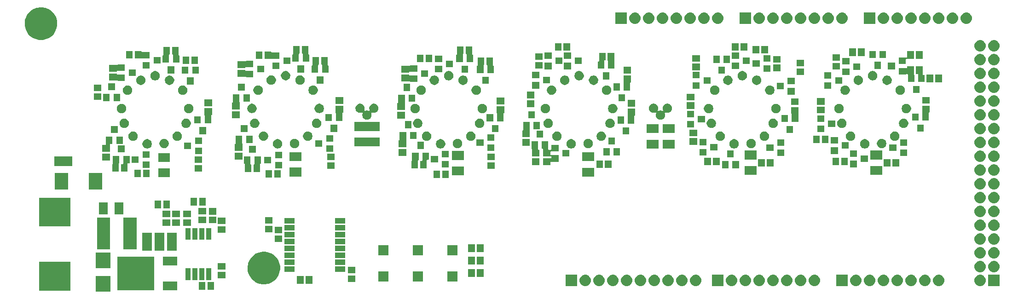
<source format=gbr>
G04 #@! TF.GenerationSoftware,KiCad,Pcbnew,(5.0.2)-1*
G04 #@! TF.CreationDate,2019-03-22T14:40:18+01:00*
G04 #@! TF.ProjectId,NixieClock01A,4e697869-6543-46c6-9f63-6b3031412e6b,rev?*
G04 #@! TF.SameCoordinates,Original*
G04 #@! TF.FileFunction,Soldermask,Top*
G04 #@! TF.FilePolarity,Negative*
%FSLAX46Y46*%
G04 Gerber Fmt 4.6, Leading zero omitted, Abs format (unit mm)*
G04 Created by KiCad (PCBNEW (5.0.2)-1) date 03/22/19 14:40:18*
%MOMM*%
%LPD*%
G01*
G04 APERTURE LIST*
%ADD10C,0.100000*%
G04 APERTURE END LIST*
D10*
G36*
X75749297Y-157341621D02*
X73049297Y-157341621D01*
X73049297Y-154441621D01*
X75749297Y-154441621D01*
X75749297Y-157341621D01*
X75749297Y-157341621D01*
G37*
G36*
X68432000Y-157140000D02*
X62632000Y-157140000D01*
X62632000Y-151840000D01*
X68432000Y-151840000D01*
X68432000Y-157140000D01*
X68432000Y-157140000D01*
G37*
G36*
X83827297Y-157095621D02*
X77027297Y-157095621D01*
X77027297Y-150895621D01*
X83827297Y-150895621D01*
X83827297Y-157095621D01*
X83827297Y-157095621D01*
G37*
G36*
X88027297Y-157075621D02*
X85427297Y-157075621D01*
X85427297Y-155475621D01*
X88027297Y-155475621D01*
X88027297Y-157075621D01*
X88027297Y-157075621D01*
G37*
G36*
X94859297Y-156981621D02*
X93639297Y-156981621D01*
X93639297Y-155581621D01*
X94859297Y-155581621D01*
X94859297Y-156981621D01*
X94859297Y-156981621D01*
G37*
G36*
X93259297Y-156981621D02*
X92039297Y-156981621D01*
X92039297Y-155581621D01*
X93259297Y-155581621D01*
X93259297Y-156981621D01*
X93259297Y-156981621D01*
G37*
G36*
X228276907Y-154227796D02*
X228354036Y-154235393D01*
X228485987Y-154275420D01*
X228551963Y-154295433D01*
X228734372Y-154392933D01*
X228894254Y-154524146D01*
X229025467Y-154684028D01*
X229122967Y-154866437D01*
X229122967Y-154866438D01*
X229183007Y-155064364D01*
X229203280Y-155270200D01*
X229183007Y-155476036D01*
X229150978Y-155581621D01*
X229122967Y-155673963D01*
X229025467Y-155856372D01*
X228894254Y-156016254D01*
X228734372Y-156147467D01*
X228551963Y-156244967D01*
X228485987Y-156264980D01*
X228354036Y-156305007D01*
X228276907Y-156312604D01*
X228199780Y-156320200D01*
X228096620Y-156320200D01*
X228019493Y-156312604D01*
X227942364Y-156305007D01*
X227810413Y-156264980D01*
X227744437Y-156244967D01*
X227562028Y-156147467D01*
X227402146Y-156016254D01*
X227270933Y-155856372D01*
X227173433Y-155673963D01*
X227145422Y-155581621D01*
X227113393Y-155476036D01*
X227093120Y-155270200D01*
X227113393Y-155064364D01*
X227173433Y-154866438D01*
X227173433Y-154866437D01*
X227270933Y-154684028D01*
X227402146Y-154524146D01*
X227562028Y-154392933D01*
X227744437Y-154295433D01*
X227810413Y-154275420D01*
X227942364Y-154235393D01*
X228019493Y-154227796D01*
X228096620Y-154220200D01*
X228199780Y-154220200D01*
X228276907Y-154227796D01*
X228276907Y-154227796D01*
G37*
G36*
X170872907Y-154227796D02*
X170950036Y-154235393D01*
X171081987Y-154275420D01*
X171147963Y-154295433D01*
X171330372Y-154392933D01*
X171490254Y-154524146D01*
X171621467Y-154684028D01*
X171718967Y-154866437D01*
X171718967Y-154866438D01*
X171779007Y-155064364D01*
X171799280Y-155270200D01*
X171779007Y-155476036D01*
X171746978Y-155581621D01*
X171718967Y-155673963D01*
X171621467Y-155856372D01*
X171490254Y-156016254D01*
X171330372Y-156147467D01*
X171147963Y-156244967D01*
X171081987Y-156264980D01*
X170950036Y-156305007D01*
X170872907Y-156312604D01*
X170795780Y-156320200D01*
X170692620Y-156320200D01*
X170615493Y-156312604D01*
X170538364Y-156305007D01*
X170406413Y-156264980D01*
X170340437Y-156244967D01*
X170158028Y-156147467D01*
X169998146Y-156016254D01*
X169866933Y-155856372D01*
X169769433Y-155673963D01*
X169741422Y-155581621D01*
X169709393Y-155476036D01*
X169689120Y-155270200D01*
X169709393Y-155064364D01*
X169769433Y-154866438D01*
X169769433Y-154866437D01*
X169866933Y-154684028D01*
X169998146Y-154524146D01*
X170158028Y-154392933D01*
X170340437Y-154295433D01*
X170406413Y-154275420D01*
X170538364Y-154235393D01*
X170615493Y-154227796D01*
X170692620Y-154220200D01*
X170795780Y-154220200D01*
X170872907Y-154227796D01*
X170872907Y-154227796D01*
G37*
G36*
X188558200Y-156320200D02*
X186458200Y-156320200D01*
X186458200Y-154220200D01*
X188558200Y-154220200D01*
X188558200Y-156320200D01*
X188558200Y-156320200D01*
G37*
G36*
X190176907Y-154227796D02*
X190254036Y-154235393D01*
X190385987Y-154275420D01*
X190451963Y-154295433D01*
X190634372Y-154392933D01*
X190794254Y-154524146D01*
X190925467Y-154684028D01*
X191022967Y-154866437D01*
X191022967Y-154866438D01*
X191083007Y-155064364D01*
X191103280Y-155270200D01*
X191083007Y-155476036D01*
X191050978Y-155581621D01*
X191022967Y-155673963D01*
X190925467Y-155856372D01*
X190794254Y-156016254D01*
X190634372Y-156147467D01*
X190451963Y-156244967D01*
X190385987Y-156264980D01*
X190254036Y-156305007D01*
X190176907Y-156312604D01*
X190099780Y-156320200D01*
X189996620Y-156320200D01*
X189919493Y-156312604D01*
X189842364Y-156305007D01*
X189710413Y-156264980D01*
X189644437Y-156244967D01*
X189462028Y-156147467D01*
X189302146Y-156016254D01*
X189170933Y-155856372D01*
X189073433Y-155673963D01*
X189045422Y-155581621D01*
X189013393Y-155476036D01*
X188993120Y-155270200D01*
X189013393Y-155064364D01*
X189073433Y-154866438D01*
X189073433Y-154866437D01*
X189170933Y-154684028D01*
X189302146Y-154524146D01*
X189462028Y-154392933D01*
X189644437Y-154295433D01*
X189710413Y-154275420D01*
X189842364Y-154235393D01*
X189919493Y-154227796D01*
X189996620Y-154220200D01*
X190099780Y-154220200D01*
X190176907Y-154227796D01*
X190176907Y-154227796D01*
G37*
G36*
X192716907Y-154227796D02*
X192794036Y-154235393D01*
X192925987Y-154275420D01*
X192991963Y-154295433D01*
X193174372Y-154392933D01*
X193334254Y-154524146D01*
X193465467Y-154684028D01*
X193562967Y-154866437D01*
X193562967Y-154866438D01*
X193623007Y-155064364D01*
X193643280Y-155270200D01*
X193623007Y-155476036D01*
X193590978Y-155581621D01*
X193562967Y-155673963D01*
X193465467Y-155856372D01*
X193334254Y-156016254D01*
X193174372Y-156147467D01*
X192991963Y-156244967D01*
X192925987Y-156264980D01*
X192794036Y-156305007D01*
X192716907Y-156312604D01*
X192639780Y-156320200D01*
X192536620Y-156320200D01*
X192459493Y-156312604D01*
X192382364Y-156305007D01*
X192250413Y-156264980D01*
X192184437Y-156244967D01*
X192002028Y-156147467D01*
X191842146Y-156016254D01*
X191710933Y-155856372D01*
X191613433Y-155673963D01*
X191585422Y-155581621D01*
X191553393Y-155476036D01*
X191533120Y-155270200D01*
X191553393Y-155064364D01*
X191613433Y-154866438D01*
X191613433Y-154866437D01*
X191710933Y-154684028D01*
X191842146Y-154524146D01*
X192002028Y-154392933D01*
X192184437Y-154295433D01*
X192250413Y-154275420D01*
X192382364Y-154235393D01*
X192459493Y-154227796D01*
X192536620Y-154220200D01*
X192639780Y-154220200D01*
X192716907Y-154227796D01*
X192716907Y-154227796D01*
G37*
G36*
X195256907Y-154227796D02*
X195334036Y-154235393D01*
X195465987Y-154275420D01*
X195531963Y-154295433D01*
X195714372Y-154392933D01*
X195874254Y-154524146D01*
X196005467Y-154684028D01*
X196102967Y-154866437D01*
X196102967Y-154866438D01*
X196163007Y-155064364D01*
X196183280Y-155270200D01*
X196163007Y-155476036D01*
X196130978Y-155581621D01*
X196102967Y-155673963D01*
X196005467Y-155856372D01*
X195874254Y-156016254D01*
X195714372Y-156147467D01*
X195531963Y-156244967D01*
X195465987Y-156264980D01*
X195334036Y-156305007D01*
X195256907Y-156312604D01*
X195179780Y-156320200D01*
X195076620Y-156320200D01*
X194999493Y-156312604D01*
X194922364Y-156305007D01*
X194790413Y-156264980D01*
X194724437Y-156244967D01*
X194542028Y-156147467D01*
X194382146Y-156016254D01*
X194250933Y-155856372D01*
X194153433Y-155673963D01*
X194125422Y-155581621D01*
X194093393Y-155476036D01*
X194073120Y-155270200D01*
X194093393Y-155064364D01*
X194153433Y-154866438D01*
X194153433Y-154866437D01*
X194250933Y-154684028D01*
X194382146Y-154524146D01*
X194542028Y-154392933D01*
X194724437Y-154295433D01*
X194790413Y-154275420D01*
X194922364Y-154235393D01*
X194999493Y-154227796D01*
X195076620Y-154220200D01*
X195179780Y-154220200D01*
X195256907Y-154227796D01*
X195256907Y-154227796D01*
G37*
G36*
X197796907Y-154227796D02*
X197874036Y-154235393D01*
X198005987Y-154275420D01*
X198071963Y-154295433D01*
X198254372Y-154392933D01*
X198414254Y-154524146D01*
X198545467Y-154684028D01*
X198642967Y-154866437D01*
X198642967Y-154866438D01*
X198703007Y-155064364D01*
X198723280Y-155270200D01*
X198703007Y-155476036D01*
X198670978Y-155581621D01*
X198642967Y-155673963D01*
X198545467Y-155856372D01*
X198414254Y-156016254D01*
X198254372Y-156147467D01*
X198071963Y-156244967D01*
X198005987Y-156264980D01*
X197874036Y-156305007D01*
X197796907Y-156312604D01*
X197719780Y-156320200D01*
X197616620Y-156320200D01*
X197539493Y-156312604D01*
X197462364Y-156305007D01*
X197330413Y-156264980D01*
X197264437Y-156244967D01*
X197082028Y-156147467D01*
X196922146Y-156016254D01*
X196790933Y-155856372D01*
X196693433Y-155673963D01*
X196665422Y-155581621D01*
X196633393Y-155476036D01*
X196613120Y-155270200D01*
X196633393Y-155064364D01*
X196693433Y-154866438D01*
X196693433Y-154866437D01*
X196790933Y-154684028D01*
X196922146Y-154524146D01*
X197082028Y-154392933D01*
X197264437Y-154295433D01*
X197330413Y-154275420D01*
X197462364Y-154235393D01*
X197539493Y-154227796D01*
X197616620Y-154220200D01*
X197719780Y-154220200D01*
X197796907Y-154227796D01*
X197796907Y-154227796D01*
G37*
G36*
X200336907Y-154227796D02*
X200414036Y-154235393D01*
X200545987Y-154275420D01*
X200611963Y-154295433D01*
X200794372Y-154392933D01*
X200954254Y-154524146D01*
X201085467Y-154684028D01*
X201182967Y-154866437D01*
X201182967Y-154866438D01*
X201243007Y-155064364D01*
X201263280Y-155270200D01*
X201243007Y-155476036D01*
X201210978Y-155581621D01*
X201182967Y-155673963D01*
X201085467Y-155856372D01*
X200954254Y-156016254D01*
X200794372Y-156147467D01*
X200611963Y-156244967D01*
X200545987Y-156264980D01*
X200414036Y-156305007D01*
X200336907Y-156312604D01*
X200259780Y-156320200D01*
X200156620Y-156320200D01*
X200079493Y-156312604D01*
X200002364Y-156305007D01*
X199870413Y-156264980D01*
X199804437Y-156244967D01*
X199622028Y-156147467D01*
X199462146Y-156016254D01*
X199330933Y-155856372D01*
X199233433Y-155673963D01*
X199205422Y-155581621D01*
X199173393Y-155476036D01*
X199153120Y-155270200D01*
X199173393Y-155064364D01*
X199233433Y-154866438D01*
X199233433Y-154866437D01*
X199330933Y-154684028D01*
X199462146Y-154524146D01*
X199622028Y-154392933D01*
X199804437Y-154295433D01*
X199870413Y-154275420D01*
X200002364Y-154235393D01*
X200079493Y-154227796D01*
X200156620Y-154220200D01*
X200259780Y-154220200D01*
X200336907Y-154227796D01*
X200336907Y-154227796D01*
G37*
G36*
X202876907Y-154227796D02*
X202954036Y-154235393D01*
X203085987Y-154275420D01*
X203151963Y-154295433D01*
X203334372Y-154392933D01*
X203494254Y-154524146D01*
X203625467Y-154684028D01*
X203722967Y-154866437D01*
X203722967Y-154866438D01*
X203783007Y-155064364D01*
X203803280Y-155270200D01*
X203783007Y-155476036D01*
X203750978Y-155581621D01*
X203722967Y-155673963D01*
X203625467Y-155856372D01*
X203494254Y-156016254D01*
X203334372Y-156147467D01*
X203151963Y-156244967D01*
X203085987Y-156264980D01*
X202954036Y-156305007D01*
X202876907Y-156312604D01*
X202799780Y-156320200D01*
X202696620Y-156320200D01*
X202619493Y-156312604D01*
X202542364Y-156305007D01*
X202410413Y-156264980D01*
X202344437Y-156244967D01*
X202162028Y-156147467D01*
X202002146Y-156016254D01*
X201870933Y-155856372D01*
X201773433Y-155673963D01*
X201745422Y-155581621D01*
X201713393Y-155476036D01*
X201693120Y-155270200D01*
X201713393Y-155064364D01*
X201773433Y-154866438D01*
X201773433Y-154866437D01*
X201870933Y-154684028D01*
X202002146Y-154524146D01*
X202162028Y-154392933D01*
X202344437Y-154295433D01*
X202410413Y-154275420D01*
X202542364Y-154235393D01*
X202619493Y-154227796D01*
X202696620Y-154220200D01*
X202799780Y-154220200D01*
X202876907Y-154227796D01*
X202876907Y-154227796D01*
G37*
G36*
X213036907Y-154227796D02*
X213114036Y-154235393D01*
X213245987Y-154275420D01*
X213311963Y-154295433D01*
X213494372Y-154392933D01*
X213654254Y-154524146D01*
X213785467Y-154684028D01*
X213882967Y-154866437D01*
X213882967Y-154866438D01*
X213943007Y-155064364D01*
X213963280Y-155270200D01*
X213943007Y-155476036D01*
X213910978Y-155581621D01*
X213882967Y-155673963D01*
X213785467Y-155856372D01*
X213654254Y-156016254D01*
X213494372Y-156147467D01*
X213311963Y-156244967D01*
X213245987Y-156264980D01*
X213114036Y-156305007D01*
X213036907Y-156312604D01*
X212959780Y-156320200D01*
X212856620Y-156320200D01*
X212779493Y-156312604D01*
X212702364Y-156305007D01*
X212570413Y-156264980D01*
X212504437Y-156244967D01*
X212322028Y-156147467D01*
X212162146Y-156016254D01*
X212030933Y-155856372D01*
X211933433Y-155673963D01*
X211905422Y-155581621D01*
X211873393Y-155476036D01*
X211853120Y-155270200D01*
X211873393Y-155064364D01*
X211933433Y-154866438D01*
X211933433Y-154866437D01*
X212030933Y-154684028D01*
X212162146Y-154524146D01*
X212322028Y-154392933D01*
X212504437Y-154295433D01*
X212570413Y-154275420D01*
X212702364Y-154235393D01*
X212779493Y-154227796D01*
X212856620Y-154220200D01*
X212959780Y-154220200D01*
X213036907Y-154227796D01*
X213036907Y-154227796D01*
G37*
G36*
X215576907Y-154227796D02*
X215654036Y-154235393D01*
X215785987Y-154275420D01*
X215851963Y-154295433D01*
X216034372Y-154392933D01*
X216194254Y-154524146D01*
X216325467Y-154684028D01*
X216422967Y-154866437D01*
X216422967Y-154866438D01*
X216483007Y-155064364D01*
X216503280Y-155270200D01*
X216483007Y-155476036D01*
X216450978Y-155581621D01*
X216422967Y-155673963D01*
X216325467Y-155856372D01*
X216194254Y-156016254D01*
X216034372Y-156147467D01*
X215851963Y-156244967D01*
X215785987Y-156264980D01*
X215654036Y-156305007D01*
X215576907Y-156312604D01*
X215499780Y-156320200D01*
X215396620Y-156320200D01*
X215319493Y-156312604D01*
X215242364Y-156305007D01*
X215110413Y-156264980D01*
X215044437Y-156244967D01*
X214862028Y-156147467D01*
X214702146Y-156016254D01*
X214570933Y-155856372D01*
X214473433Y-155673963D01*
X214445422Y-155581621D01*
X214413393Y-155476036D01*
X214393120Y-155270200D01*
X214413393Y-155064364D01*
X214473433Y-154866438D01*
X214473433Y-154866437D01*
X214570933Y-154684028D01*
X214702146Y-154524146D01*
X214862028Y-154392933D01*
X215044437Y-154295433D01*
X215110413Y-154275420D01*
X215242364Y-154235393D01*
X215319493Y-154227796D01*
X215396620Y-154220200D01*
X215499780Y-154220200D01*
X215576907Y-154227796D01*
X215576907Y-154227796D01*
G37*
G36*
X205416907Y-154227796D02*
X205494036Y-154235393D01*
X205625987Y-154275420D01*
X205691963Y-154295433D01*
X205874372Y-154392933D01*
X206034254Y-154524146D01*
X206165467Y-154684028D01*
X206262967Y-154866437D01*
X206262967Y-154866438D01*
X206323007Y-155064364D01*
X206343280Y-155270200D01*
X206323007Y-155476036D01*
X206290978Y-155581621D01*
X206262967Y-155673963D01*
X206165467Y-155856372D01*
X206034254Y-156016254D01*
X205874372Y-156147467D01*
X205691963Y-156244967D01*
X205625987Y-156264980D01*
X205494036Y-156305007D01*
X205416907Y-156312604D01*
X205339780Y-156320200D01*
X205236620Y-156320200D01*
X205159493Y-156312604D01*
X205082364Y-156305007D01*
X204950413Y-156264980D01*
X204884437Y-156244967D01*
X204702028Y-156147467D01*
X204542146Y-156016254D01*
X204410933Y-155856372D01*
X204313433Y-155673963D01*
X204285422Y-155581621D01*
X204253393Y-155476036D01*
X204233120Y-155270200D01*
X204253393Y-155064364D01*
X204313433Y-154866438D01*
X204313433Y-154866437D01*
X204410933Y-154684028D01*
X204542146Y-154524146D01*
X204702028Y-154392933D01*
X204884437Y-154295433D01*
X204950413Y-154275420D01*
X205082364Y-154235393D01*
X205159493Y-154227796D01*
X205236620Y-154220200D01*
X205339780Y-154220200D01*
X205416907Y-154227796D01*
X205416907Y-154227796D01*
G37*
G36*
X211418200Y-156320200D02*
X209318200Y-156320200D01*
X209318200Y-154220200D01*
X211418200Y-154220200D01*
X211418200Y-156320200D01*
X211418200Y-156320200D01*
G37*
G36*
X239358200Y-156320200D02*
X237258200Y-156320200D01*
X237258200Y-154220200D01*
X239358200Y-154220200D01*
X239358200Y-156320200D01*
X239358200Y-156320200D01*
G37*
G36*
X220656907Y-154227796D02*
X220734036Y-154235393D01*
X220865987Y-154275420D01*
X220931963Y-154295433D01*
X221114372Y-154392933D01*
X221274254Y-154524146D01*
X221405467Y-154684028D01*
X221502967Y-154866437D01*
X221502967Y-154866438D01*
X221563007Y-155064364D01*
X221583280Y-155270200D01*
X221563007Y-155476036D01*
X221530978Y-155581621D01*
X221502967Y-155673963D01*
X221405467Y-155856372D01*
X221274254Y-156016254D01*
X221114372Y-156147467D01*
X220931963Y-156244967D01*
X220865987Y-156264980D01*
X220734036Y-156305007D01*
X220656907Y-156312604D01*
X220579780Y-156320200D01*
X220476620Y-156320200D01*
X220399493Y-156312604D01*
X220322364Y-156305007D01*
X220190413Y-156264980D01*
X220124437Y-156244967D01*
X219942028Y-156147467D01*
X219782146Y-156016254D01*
X219650933Y-155856372D01*
X219553433Y-155673963D01*
X219525422Y-155581621D01*
X219493393Y-155476036D01*
X219473120Y-155270200D01*
X219493393Y-155064364D01*
X219553433Y-154866438D01*
X219553433Y-154866437D01*
X219650933Y-154684028D01*
X219782146Y-154524146D01*
X219942028Y-154392933D01*
X220124437Y-154295433D01*
X220190413Y-154275420D01*
X220322364Y-154235393D01*
X220399493Y-154227796D01*
X220476620Y-154220200D01*
X220579780Y-154220200D01*
X220656907Y-154227796D01*
X220656907Y-154227796D01*
G37*
G36*
X181032907Y-154227796D02*
X181110036Y-154235393D01*
X181241987Y-154275420D01*
X181307963Y-154295433D01*
X181490372Y-154392933D01*
X181650254Y-154524146D01*
X181781467Y-154684028D01*
X181878967Y-154866437D01*
X181878967Y-154866438D01*
X181939007Y-155064364D01*
X181959280Y-155270200D01*
X181939007Y-155476036D01*
X181906978Y-155581621D01*
X181878967Y-155673963D01*
X181781467Y-155856372D01*
X181650254Y-156016254D01*
X181490372Y-156147467D01*
X181307963Y-156244967D01*
X181241987Y-156264980D01*
X181110036Y-156305007D01*
X181032907Y-156312604D01*
X180955780Y-156320200D01*
X180852620Y-156320200D01*
X180775493Y-156312604D01*
X180698364Y-156305007D01*
X180566413Y-156264980D01*
X180500437Y-156244967D01*
X180318028Y-156147467D01*
X180158146Y-156016254D01*
X180026933Y-155856372D01*
X179929433Y-155673963D01*
X179901422Y-155581621D01*
X179869393Y-155476036D01*
X179849120Y-155270200D01*
X179869393Y-155064364D01*
X179929433Y-154866438D01*
X179929433Y-154866437D01*
X180026933Y-154684028D01*
X180158146Y-154524146D01*
X180318028Y-154392933D01*
X180500437Y-154295433D01*
X180566413Y-154275420D01*
X180698364Y-154235393D01*
X180775493Y-154227796D01*
X180852620Y-154220200D01*
X180955780Y-154220200D01*
X181032907Y-154227796D01*
X181032907Y-154227796D01*
G37*
G36*
X178492907Y-154227796D02*
X178570036Y-154235393D01*
X178701987Y-154275420D01*
X178767963Y-154295433D01*
X178950372Y-154392933D01*
X179110254Y-154524146D01*
X179241467Y-154684028D01*
X179338967Y-154866437D01*
X179338967Y-154866438D01*
X179399007Y-155064364D01*
X179419280Y-155270200D01*
X179399007Y-155476036D01*
X179366978Y-155581621D01*
X179338967Y-155673963D01*
X179241467Y-155856372D01*
X179110254Y-156016254D01*
X178950372Y-156147467D01*
X178767963Y-156244967D01*
X178701987Y-156264980D01*
X178570036Y-156305007D01*
X178492907Y-156312604D01*
X178415780Y-156320200D01*
X178312620Y-156320200D01*
X178235493Y-156312604D01*
X178158364Y-156305007D01*
X178026413Y-156264980D01*
X177960437Y-156244967D01*
X177778028Y-156147467D01*
X177618146Y-156016254D01*
X177486933Y-155856372D01*
X177389433Y-155673963D01*
X177361422Y-155581621D01*
X177329393Y-155476036D01*
X177309120Y-155270200D01*
X177329393Y-155064364D01*
X177389433Y-154866438D01*
X177389433Y-154866437D01*
X177486933Y-154684028D01*
X177618146Y-154524146D01*
X177778028Y-154392933D01*
X177960437Y-154295433D01*
X178026413Y-154275420D01*
X178158364Y-154235393D01*
X178235493Y-154227796D01*
X178312620Y-154220200D01*
X178415780Y-154220200D01*
X178492907Y-154227796D01*
X178492907Y-154227796D01*
G37*
G36*
X218116907Y-154227796D02*
X218194036Y-154235393D01*
X218325987Y-154275420D01*
X218391963Y-154295433D01*
X218574372Y-154392933D01*
X218734254Y-154524146D01*
X218865467Y-154684028D01*
X218962967Y-154866437D01*
X218962967Y-154866438D01*
X219023007Y-155064364D01*
X219043280Y-155270200D01*
X219023007Y-155476036D01*
X218990978Y-155581621D01*
X218962967Y-155673963D01*
X218865467Y-155856372D01*
X218734254Y-156016254D01*
X218574372Y-156147467D01*
X218391963Y-156244967D01*
X218325987Y-156264980D01*
X218194036Y-156305007D01*
X218116907Y-156312604D01*
X218039780Y-156320200D01*
X217936620Y-156320200D01*
X217859493Y-156312604D01*
X217782364Y-156305007D01*
X217650413Y-156264980D01*
X217584437Y-156244967D01*
X217402028Y-156147467D01*
X217242146Y-156016254D01*
X217110933Y-155856372D01*
X217013433Y-155673963D01*
X216985422Y-155581621D01*
X216953393Y-155476036D01*
X216933120Y-155270200D01*
X216953393Y-155064364D01*
X217013433Y-154866438D01*
X217013433Y-154866437D01*
X217110933Y-154684028D01*
X217242146Y-154524146D01*
X217402028Y-154392933D01*
X217584437Y-154295433D01*
X217650413Y-154275420D01*
X217782364Y-154235393D01*
X217859493Y-154227796D01*
X217936620Y-154220200D01*
X218039780Y-154220200D01*
X218116907Y-154227796D01*
X218116907Y-154227796D01*
G37*
G36*
X225736907Y-154227796D02*
X225814036Y-154235393D01*
X225945987Y-154275420D01*
X226011963Y-154295433D01*
X226194372Y-154392933D01*
X226354254Y-154524146D01*
X226485467Y-154684028D01*
X226582967Y-154866437D01*
X226582967Y-154866438D01*
X226643007Y-155064364D01*
X226663280Y-155270200D01*
X226643007Y-155476036D01*
X226610978Y-155581621D01*
X226582967Y-155673963D01*
X226485467Y-155856372D01*
X226354254Y-156016254D01*
X226194372Y-156147467D01*
X226011963Y-156244967D01*
X225945987Y-156264980D01*
X225814036Y-156305007D01*
X225736907Y-156312604D01*
X225659780Y-156320200D01*
X225556620Y-156320200D01*
X225479493Y-156312604D01*
X225402364Y-156305007D01*
X225270413Y-156264980D01*
X225204437Y-156244967D01*
X225022028Y-156147467D01*
X224862146Y-156016254D01*
X224730933Y-155856372D01*
X224633433Y-155673963D01*
X224605422Y-155581621D01*
X224573393Y-155476036D01*
X224553120Y-155270200D01*
X224573393Y-155064364D01*
X224633433Y-154866438D01*
X224633433Y-154866437D01*
X224730933Y-154684028D01*
X224862146Y-154524146D01*
X225022028Y-154392933D01*
X225204437Y-154295433D01*
X225270413Y-154275420D01*
X225402364Y-154235393D01*
X225479493Y-154227796D01*
X225556620Y-154220200D01*
X225659780Y-154220200D01*
X225736907Y-154227796D01*
X225736907Y-154227796D01*
G37*
G36*
X223196907Y-154227796D02*
X223274036Y-154235393D01*
X223405987Y-154275420D01*
X223471963Y-154295433D01*
X223654372Y-154392933D01*
X223814254Y-154524146D01*
X223945467Y-154684028D01*
X224042967Y-154866437D01*
X224042967Y-154866438D01*
X224103007Y-155064364D01*
X224123280Y-155270200D01*
X224103007Y-155476036D01*
X224070978Y-155581621D01*
X224042967Y-155673963D01*
X223945467Y-155856372D01*
X223814254Y-156016254D01*
X223654372Y-156147467D01*
X223471963Y-156244967D01*
X223405987Y-156264980D01*
X223274036Y-156305007D01*
X223196907Y-156312604D01*
X223119780Y-156320200D01*
X223016620Y-156320200D01*
X222939493Y-156312604D01*
X222862364Y-156305007D01*
X222730413Y-156264980D01*
X222664437Y-156244967D01*
X222482028Y-156147467D01*
X222322146Y-156016254D01*
X222190933Y-155856372D01*
X222093433Y-155673963D01*
X222065422Y-155581621D01*
X222033393Y-155476036D01*
X222013120Y-155270200D01*
X222033393Y-155064364D01*
X222093433Y-154866438D01*
X222093433Y-154866437D01*
X222190933Y-154684028D01*
X222322146Y-154524146D01*
X222482028Y-154392933D01*
X222664437Y-154295433D01*
X222730413Y-154275420D01*
X222862364Y-154235393D01*
X222939493Y-154227796D01*
X223016620Y-154220200D01*
X223119780Y-154220200D01*
X223196907Y-154227796D01*
X223196907Y-154227796D01*
G37*
G36*
X235896907Y-154227796D02*
X235974036Y-154235393D01*
X236105987Y-154275420D01*
X236171963Y-154295433D01*
X236354372Y-154392933D01*
X236514254Y-154524146D01*
X236645467Y-154684028D01*
X236742967Y-154866437D01*
X236742967Y-154866438D01*
X236803007Y-155064364D01*
X236823280Y-155270200D01*
X236803007Y-155476036D01*
X236770978Y-155581621D01*
X236742967Y-155673963D01*
X236645467Y-155856372D01*
X236514254Y-156016254D01*
X236354372Y-156147467D01*
X236171963Y-156244967D01*
X236105987Y-156264980D01*
X235974036Y-156305007D01*
X235896907Y-156312604D01*
X235819780Y-156320200D01*
X235716620Y-156320200D01*
X235639493Y-156312604D01*
X235562364Y-156305007D01*
X235430413Y-156264980D01*
X235364437Y-156244967D01*
X235182028Y-156147467D01*
X235022146Y-156016254D01*
X234890933Y-155856372D01*
X234793433Y-155673963D01*
X234765422Y-155581621D01*
X234733393Y-155476036D01*
X234713120Y-155270200D01*
X234733393Y-155064364D01*
X234793433Y-154866438D01*
X234793433Y-154866437D01*
X234890933Y-154684028D01*
X235022146Y-154524146D01*
X235182028Y-154392933D01*
X235364437Y-154295433D01*
X235430413Y-154275420D01*
X235562364Y-154235393D01*
X235639493Y-154227796D01*
X235716620Y-154220200D01*
X235819780Y-154220200D01*
X235896907Y-154227796D01*
X235896907Y-154227796D01*
G37*
G36*
X175952907Y-154227796D02*
X176030036Y-154235393D01*
X176161987Y-154275420D01*
X176227963Y-154295433D01*
X176410372Y-154392933D01*
X176570254Y-154524146D01*
X176701467Y-154684028D01*
X176798967Y-154866437D01*
X176798967Y-154866438D01*
X176859007Y-155064364D01*
X176879280Y-155270200D01*
X176859007Y-155476036D01*
X176826978Y-155581621D01*
X176798967Y-155673963D01*
X176701467Y-155856372D01*
X176570254Y-156016254D01*
X176410372Y-156147467D01*
X176227963Y-156244967D01*
X176161987Y-156264980D01*
X176030036Y-156305007D01*
X175952907Y-156312604D01*
X175875780Y-156320200D01*
X175772620Y-156320200D01*
X175695493Y-156312604D01*
X175618364Y-156305007D01*
X175486413Y-156264980D01*
X175420437Y-156244967D01*
X175238028Y-156147467D01*
X175078146Y-156016254D01*
X174946933Y-155856372D01*
X174849433Y-155673963D01*
X174821422Y-155581621D01*
X174789393Y-155476036D01*
X174769120Y-155270200D01*
X174789393Y-155064364D01*
X174849433Y-154866438D01*
X174849433Y-154866437D01*
X174946933Y-154684028D01*
X175078146Y-154524146D01*
X175238028Y-154392933D01*
X175420437Y-154295433D01*
X175486413Y-154275420D01*
X175618364Y-154235393D01*
X175695493Y-154227796D01*
X175772620Y-154220200D01*
X175875780Y-154220200D01*
X175952907Y-154227796D01*
X175952907Y-154227796D01*
G37*
G36*
X173412907Y-154227796D02*
X173490036Y-154235393D01*
X173621987Y-154275420D01*
X173687963Y-154295433D01*
X173870372Y-154392933D01*
X174030254Y-154524146D01*
X174161467Y-154684028D01*
X174258967Y-154866437D01*
X174258967Y-154866438D01*
X174319007Y-155064364D01*
X174339280Y-155270200D01*
X174319007Y-155476036D01*
X174286978Y-155581621D01*
X174258967Y-155673963D01*
X174161467Y-155856372D01*
X174030254Y-156016254D01*
X173870372Y-156147467D01*
X173687963Y-156244967D01*
X173621987Y-156264980D01*
X173490036Y-156305007D01*
X173412907Y-156312604D01*
X173335780Y-156320200D01*
X173232620Y-156320200D01*
X173155493Y-156312604D01*
X173078364Y-156305007D01*
X172946413Y-156264980D01*
X172880437Y-156244967D01*
X172698028Y-156147467D01*
X172538146Y-156016254D01*
X172406933Y-155856372D01*
X172309433Y-155673963D01*
X172281422Y-155581621D01*
X172249393Y-155476036D01*
X172229120Y-155270200D01*
X172249393Y-155064364D01*
X172309433Y-154866438D01*
X172309433Y-154866437D01*
X172406933Y-154684028D01*
X172538146Y-154524146D01*
X172698028Y-154392933D01*
X172880437Y-154295433D01*
X172946413Y-154275420D01*
X173078364Y-154235393D01*
X173155493Y-154227796D01*
X173232620Y-154220200D01*
X173335780Y-154220200D01*
X173412907Y-154227796D01*
X173412907Y-154227796D01*
G37*
G36*
X183572907Y-154227796D02*
X183650036Y-154235393D01*
X183781987Y-154275420D01*
X183847963Y-154295433D01*
X184030372Y-154392933D01*
X184190254Y-154524146D01*
X184321467Y-154684028D01*
X184418967Y-154866437D01*
X184418967Y-154866438D01*
X184479007Y-155064364D01*
X184499280Y-155270200D01*
X184479007Y-155476036D01*
X184446978Y-155581621D01*
X184418967Y-155673963D01*
X184321467Y-155856372D01*
X184190254Y-156016254D01*
X184030372Y-156147467D01*
X183847963Y-156244967D01*
X183781987Y-156264980D01*
X183650036Y-156305007D01*
X183572907Y-156312604D01*
X183495780Y-156320200D01*
X183392620Y-156320200D01*
X183315493Y-156312604D01*
X183238364Y-156305007D01*
X183106413Y-156264980D01*
X183040437Y-156244967D01*
X182858028Y-156147467D01*
X182698146Y-156016254D01*
X182566933Y-155856372D01*
X182469433Y-155673963D01*
X182441422Y-155581621D01*
X182409393Y-155476036D01*
X182389120Y-155270200D01*
X182409393Y-155064364D01*
X182469433Y-154866438D01*
X182469433Y-154866437D01*
X182566933Y-154684028D01*
X182698146Y-154524146D01*
X182858028Y-154392933D01*
X183040437Y-154295433D01*
X183106413Y-154275420D01*
X183238364Y-154235393D01*
X183315493Y-154227796D01*
X183392620Y-154220200D01*
X183495780Y-154220200D01*
X183572907Y-154227796D01*
X183572907Y-154227796D01*
G37*
G36*
X168332907Y-154227796D02*
X168410036Y-154235393D01*
X168541987Y-154275420D01*
X168607963Y-154295433D01*
X168790372Y-154392933D01*
X168950254Y-154524146D01*
X169081467Y-154684028D01*
X169178967Y-154866437D01*
X169178967Y-154866438D01*
X169239007Y-155064364D01*
X169259280Y-155270200D01*
X169239007Y-155476036D01*
X169206978Y-155581621D01*
X169178967Y-155673963D01*
X169081467Y-155856372D01*
X168950254Y-156016254D01*
X168790372Y-156147467D01*
X168607963Y-156244967D01*
X168541987Y-156264980D01*
X168410036Y-156305007D01*
X168332907Y-156312604D01*
X168255780Y-156320200D01*
X168152620Y-156320200D01*
X168075493Y-156312604D01*
X167998364Y-156305007D01*
X167866413Y-156264980D01*
X167800437Y-156244967D01*
X167618028Y-156147467D01*
X167458146Y-156016254D01*
X167326933Y-155856372D01*
X167229433Y-155673963D01*
X167201422Y-155581621D01*
X167169393Y-155476036D01*
X167149120Y-155270200D01*
X167169393Y-155064364D01*
X167229433Y-154866438D01*
X167229433Y-154866437D01*
X167326933Y-154684028D01*
X167458146Y-154524146D01*
X167618028Y-154392933D01*
X167800437Y-154295433D01*
X167866413Y-154275420D01*
X167998364Y-154235393D01*
X168075493Y-154227796D01*
X168152620Y-154220200D01*
X168255780Y-154220200D01*
X168332907Y-154227796D01*
X168332907Y-154227796D01*
G37*
G36*
X165792907Y-154227796D02*
X165870036Y-154235393D01*
X166001987Y-154275420D01*
X166067963Y-154295433D01*
X166250372Y-154392933D01*
X166410254Y-154524146D01*
X166541467Y-154684028D01*
X166638967Y-154866437D01*
X166638967Y-154866438D01*
X166699007Y-155064364D01*
X166719280Y-155270200D01*
X166699007Y-155476036D01*
X166666978Y-155581621D01*
X166638967Y-155673963D01*
X166541467Y-155856372D01*
X166410254Y-156016254D01*
X166250372Y-156147467D01*
X166067963Y-156244967D01*
X166001987Y-156264980D01*
X165870036Y-156305007D01*
X165792907Y-156312604D01*
X165715780Y-156320200D01*
X165612620Y-156320200D01*
X165535493Y-156312604D01*
X165458364Y-156305007D01*
X165326413Y-156264980D01*
X165260437Y-156244967D01*
X165078028Y-156147467D01*
X164918146Y-156016254D01*
X164786933Y-155856372D01*
X164689433Y-155673963D01*
X164661422Y-155581621D01*
X164629393Y-155476036D01*
X164609120Y-155270200D01*
X164629393Y-155064364D01*
X164689433Y-154866438D01*
X164689433Y-154866437D01*
X164786933Y-154684028D01*
X164918146Y-154524146D01*
X165078028Y-154392933D01*
X165260437Y-154295433D01*
X165326413Y-154275420D01*
X165458364Y-154235393D01*
X165535493Y-154227796D01*
X165612620Y-154220200D01*
X165715780Y-154220200D01*
X165792907Y-154227796D01*
X165792907Y-154227796D01*
G37*
G36*
X163252907Y-154227796D02*
X163330036Y-154235393D01*
X163461987Y-154275420D01*
X163527963Y-154295433D01*
X163710372Y-154392933D01*
X163870254Y-154524146D01*
X164001467Y-154684028D01*
X164098967Y-154866437D01*
X164098967Y-154866438D01*
X164159007Y-155064364D01*
X164179280Y-155270200D01*
X164159007Y-155476036D01*
X164126978Y-155581621D01*
X164098967Y-155673963D01*
X164001467Y-155856372D01*
X163870254Y-156016254D01*
X163710372Y-156147467D01*
X163527963Y-156244967D01*
X163461987Y-156264980D01*
X163330036Y-156305007D01*
X163252907Y-156312604D01*
X163175780Y-156320200D01*
X163072620Y-156320200D01*
X162995493Y-156312604D01*
X162918364Y-156305007D01*
X162786413Y-156264980D01*
X162720437Y-156244967D01*
X162538028Y-156147467D01*
X162378146Y-156016254D01*
X162246933Y-155856372D01*
X162149433Y-155673963D01*
X162121422Y-155581621D01*
X162089393Y-155476036D01*
X162069120Y-155270200D01*
X162089393Y-155064364D01*
X162149433Y-154866438D01*
X162149433Y-154866437D01*
X162246933Y-154684028D01*
X162378146Y-154524146D01*
X162538028Y-154392933D01*
X162720437Y-154295433D01*
X162786413Y-154275420D01*
X162918364Y-154235393D01*
X162995493Y-154227796D01*
X163072620Y-154220200D01*
X163175780Y-154220200D01*
X163252907Y-154227796D01*
X163252907Y-154227796D01*
G37*
G36*
X161634200Y-156320200D02*
X159534200Y-156320200D01*
X159534200Y-154220200D01*
X161634200Y-154220200D01*
X161634200Y-156320200D01*
X161634200Y-156320200D01*
G37*
G36*
X104556897Y-150052000D02*
X104875068Y-150115288D01*
X105421033Y-150341434D01*
X105798967Y-150593962D01*
X105912392Y-150669750D01*
X106330250Y-151087608D01*
X106330252Y-151087611D01*
X106658566Y-151578967D01*
X106884712Y-152124932D01*
X106923141Y-152318130D01*
X107000000Y-152704524D01*
X107000000Y-153295476D01*
X106964041Y-153476254D01*
X106884712Y-153875068D01*
X106658566Y-154421033D01*
X106340120Y-154897621D01*
X106330250Y-154912392D01*
X105912392Y-155330250D01*
X105912389Y-155330252D01*
X105421033Y-155658566D01*
X104875068Y-155884712D01*
X104681870Y-155923141D01*
X104295476Y-156000000D01*
X103704524Y-156000000D01*
X103318130Y-155923141D01*
X103124932Y-155884712D01*
X102578967Y-155658566D01*
X102087611Y-155330252D01*
X102087608Y-155330250D01*
X101669750Y-154912392D01*
X101659880Y-154897621D01*
X101341434Y-154421033D01*
X101115288Y-153875068D01*
X101035959Y-153476254D01*
X101000000Y-153295476D01*
X101000000Y-152704524D01*
X101076859Y-152318130D01*
X101115288Y-152124932D01*
X101341434Y-151578967D01*
X101669748Y-151087611D01*
X101669750Y-151087608D01*
X102087608Y-150669750D01*
X102201033Y-150593962D01*
X102578967Y-150341434D01*
X103124932Y-150115288D01*
X103443103Y-150052000D01*
X103704524Y-150000000D01*
X104295476Y-150000000D01*
X104556897Y-150052000D01*
X104556897Y-150052000D01*
G37*
G36*
X112916000Y-155894000D02*
X111696000Y-155894000D01*
X111696000Y-154494000D01*
X112916000Y-154494000D01*
X112916000Y-155894000D01*
X112916000Y-155894000D01*
G37*
G36*
X111316000Y-155894000D02*
X110096000Y-155894000D01*
X110096000Y-154494000D01*
X111316000Y-154494000D01*
X111316000Y-155894000D01*
X111316000Y-155894000D01*
G37*
G36*
X120842000Y-155588000D02*
X119442000Y-155588000D01*
X119442000Y-154368000D01*
X120842000Y-154368000D01*
X120842000Y-155588000D01*
X120842000Y-155588000D01*
G37*
G36*
X133284000Y-155496000D02*
X131384000Y-155496000D01*
X131384000Y-153596000D01*
X133284000Y-153596000D01*
X133284000Y-155496000D01*
X133284000Y-155496000D01*
G37*
G36*
X126934000Y-155496000D02*
X125034000Y-155496000D01*
X125034000Y-153596000D01*
X126934000Y-153596000D01*
X126934000Y-155496000D01*
X126934000Y-155496000D01*
G37*
G36*
X139634000Y-155496000D02*
X137734000Y-155496000D01*
X137734000Y-153596000D01*
X139634000Y-153596000D01*
X139634000Y-155496000D01*
X139634000Y-155496000D01*
G37*
G36*
X90495297Y-155214621D02*
X89545297Y-155214621D01*
X89545297Y-153064621D01*
X90495297Y-153064621D01*
X90495297Y-155214621D01*
X90495297Y-155214621D01*
G37*
G36*
X94305297Y-155214621D02*
X93355297Y-155214621D01*
X93355297Y-153064621D01*
X94305297Y-153064621D01*
X94305297Y-155214621D01*
X94305297Y-155214621D01*
G37*
G36*
X93035297Y-155214621D02*
X92085297Y-155214621D01*
X92085297Y-153064621D01*
X93035297Y-153064621D01*
X93035297Y-155214621D01*
X93035297Y-155214621D01*
G37*
G36*
X91765297Y-155214621D02*
X90815297Y-155214621D01*
X90815297Y-153064621D01*
X91765297Y-153064621D01*
X91765297Y-155214621D01*
X91765297Y-155214621D01*
G37*
G36*
X96943297Y-154897621D02*
X95543297Y-154897621D01*
X95543297Y-153677621D01*
X96943297Y-153677621D01*
X96943297Y-154897621D01*
X96943297Y-154897621D01*
G37*
G36*
X142812000Y-154624000D02*
X141592000Y-154624000D01*
X141592000Y-153224000D01*
X142812000Y-153224000D01*
X142812000Y-154624000D01*
X142812000Y-154624000D01*
G37*
G36*
X144412000Y-154624000D02*
X143192000Y-154624000D01*
X143192000Y-153224000D01*
X144412000Y-153224000D01*
X144412000Y-154624000D01*
X144412000Y-154624000D01*
G37*
G36*
X120842000Y-153988000D02*
X119442000Y-153988000D01*
X119442000Y-152768000D01*
X120842000Y-152768000D01*
X120842000Y-153988000D01*
X120842000Y-153988000D01*
G37*
G36*
X238436907Y-151687797D02*
X238514036Y-151695393D01*
X238645987Y-151735420D01*
X238711963Y-151755433D01*
X238894372Y-151852933D01*
X239054254Y-151984146D01*
X239185467Y-152144028D01*
X239282967Y-152326437D01*
X239302980Y-152392413D01*
X239343007Y-152524364D01*
X239363280Y-152730200D01*
X239343007Y-152936036D01*
X239310978Y-153041621D01*
X239282967Y-153133963D01*
X239185467Y-153316372D01*
X239054254Y-153476254D01*
X238894372Y-153607467D01*
X238711963Y-153704967D01*
X238645987Y-153724980D01*
X238514036Y-153765007D01*
X238436907Y-153772604D01*
X238359780Y-153780200D01*
X238256620Y-153780200D01*
X238179493Y-153772604D01*
X238102364Y-153765007D01*
X237970413Y-153724980D01*
X237904437Y-153704967D01*
X237722028Y-153607467D01*
X237562146Y-153476254D01*
X237430933Y-153316372D01*
X237333433Y-153133963D01*
X237305422Y-153041621D01*
X237273393Y-152936036D01*
X237253120Y-152730200D01*
X237273393Y-152524364D01*
X237313420Y-152392413D01*
X237333433Y-152326437D01*
X237430933Y-152144028D01*
X237562146Y-151984146D01*
X237722028Y-151852933D01*
X237904437Y-151755433D01*
X237970413Y-151735420D01*
X238102364Y-151695393D01*
X238179493Y-151687797D01*
X238256620Y-151680200D01*
X238359780Y-151680200D01*
X238436907Y-151687797D01*
X238436907Y-151687797D01*
G37*
G36*
X235896907Y-151687797D02*
X235974036Y-151695393D01*
X236105987Y-151735420D01*
X236171963Y-151755433D01*
X236354372Y-151852933D01*
X236514254Y-151984146D01*
X236645467Y-152144028D01*
X236742967Y-152326437D01*
X236762980Y-152392413D01*
X236803007Y-152524364D01*
X236823280Y-152730200D01*
X236803007Y-152936036D01*
X236770978Y-153041621D01*
X236742967Y-153133963D01*
X236645467Y-153316372D01*
X236514254Y-153476254D01*
X236354372Y-153607467D01*
X236171963Y-153704967D01*
X236105987Y-153724980D01*
X235974036Y-153765007D01*
X235896907Y-153772604D01*
X235819780Y-153780200D01*
X235716620Y-153780200D01*
X235639493Y-153772604D01*
X235562364Y-153765007D01*
X235430413Y-153724980D01*
X235364437Y-153704967D01*
X235182028Y-153607467D01*
X235022146Y-153476254D01*
X234890933Y-153316372D01*
X234793433Y-153133963D01*
X234765422Y-153041621D01*
X234733393Y-152936036D01*
X234713120Y-152730200D01*
X234733393Y-152524364D01*
X234773420Y-152392413D01*
X234793433Y-152326437D01*
X234890933Y-152144028D01*
X235022146Y-151984146D01*
X235182028Y-151852933D01*
X235364437Y-151755433D01*
X235430413Y-151735420D01*
X235562364Y-151695393D01*
X235639493Y-151687797D01*
X235716620Y-151680200D01*
X235819780Y-151680200D01*
X235896907Y-151687797D01*
X235896907Y-151687797D01*
G37*
G36*
X118970893Y-153711572D02*
X117070893Y-153711572D01*
X117070893Y-152711572D01*
X118970893Y-152711572D01*
X118970893Y-153711572D01*
X118970893Y-153711572D01*
G37*
G36*
X109670893Y-153711572D02*
X107770893Y-153711572D01*
X107770893Y-152711572D01*
X109670893Y-152711572D01*
X109670893Y-153711572D01*
X109670893Y-153711572D01*
G37*
G36*
X96943297Y-153297621D02*
X95543297Y-153297621D01*
X95543297Y-152077621D01*
X96943297Y-152077621D01*
X96943297Y-153297621D01*
X96943297Y-153297621D01*
G37*
G36*
X75749297Y-153041621D02*
X73049297Y-153041621D01*
X73049297Y-150141621D01*
X75749297Y-150141621D01*
X75749297Y-153041621D01*
X75749297Y-153041621D01*
G37*
G36*
X88027297Y-152515621D02*
X85427297Y-152515621D01*
X85427297Y-150915621D01*
X88027297Y-150915621D01*
X88027297Y-152515621D01*
X88027297Y-152515621D01*
G37*
G36*
X109670893Y-152441572D02*
X107770893Y-152441572D01*
X107770893Y-151441572D01*
X109670893Y-151441572D01*
X109670893Y-152441572D01*
X109670893Y-152441572D01*
G37*
G36*
X118970893Y-152441572D02*
X117070893Y-152441572D01*
X117070893Y-151441572D01*
X118970893Y-151441572D01*
X118970893Y-152441572D01*
X118970893Y-152441572D01*
G37*
G36*
X142812000Y-152338000D02*
X141592000Y-152338000D01*
X141592000Y-150938000D01*
X142812000Y-150938000D01*
X142812000Y-152338000D01*
X142812000Y-152338000D01*
G37*
G36*
X144412000Y-152338000D02*
X143192000Y-152338000D01*
X143192000Y-150938000D01*
X144412000Y-150938000D01*
X144412000Y-152338000D01*
X144412000Y-152338000D01*
G37*
G36*
X238436907Y-149147797D02*
X238514036Y-149155393D01*
X238645987Y-149195420D01*
X238711963Y-149215433D01*
X238894372Y-149312933D01*
X239054254Y-149444146D01*
X239185467Y-149604028D01*
X239282967Y-149786437D01*
X239282967Y-149786438D01*
X239343007Y-149984364D01*
X239363280Y-150190200D01*
X239343007Y-150396036D01*
X239302980Y-150527987D01*
X239282967Y-150593963D01*
X239185467Y-150776372D01*
X239054254Y-150936254D01*
X238894372Y-151067467D01*
X238711963Y-151164967D01*
X238645987Y-151184980D01*
X238514036Y-151225007D01*
X238436907Y-151232603D01*
X238359780Y-151240200D01*
X238256620Y-151240200D01*
X238179493Y-151232603D01*
X238102364Y-151225007D01*
X237970413Y-151184980D01*
X237904437Y-151164967D01*
X237722028Y-151067467D01*
X237562146Y-150936254D01*
X237430933Y-150776372D01*
X237333433Y-150593963D01*
X237313420Y-150527987D01*
X237273393Y-150396036D01*
X237253120Y-150190200D01*
X237273393Y-149984364D01*
X237333433Y-149786438D01*
X237333433Y-149786437D01*
X237430933Y-149604028D01*
X237562146Y-149444146D01*
X237722028Y-149312933D01*
X237904437Y-149215433D01*
X237970413Y-149195420D01*
X238102364Y-149155393D01*
X238179493Y-149147797D01*
X238256620Y-149140200D01*
X238359780Y-149140200D01*
X238436907Y-149147797D01*
X238436907Y-149147797D01*
G37*
G36*
X235896907Y-149147797D02*
X235974036Y-149155393D01*
X236105987Y-149195420D01*
X236171963Y-149215433D01*
X236354372Y-149312933D01*
X236514254Y-149444146D01*
X236645467Y-149604028D01*
X236742967Y-149786437D01*
X236742967Y-149786438D01*
X236803007Y-149984364D01*
X236823280Y-150190200D01*
X236803007Y-150396036D01*
X236762980Y-150527987D01*
X236742967Y-150593963D01*
X236645467Y-150776372D01*
X236514254Y-150936254D01*
X236354372Y-151067467D01*
X236171963Y-151164967D01*
X236105987Y-151184980D01*
X235974036Y-151225007D01*
X235896907Y-151232603D01*
X235819780Y-151240200D01*
X235716620Y-151240200D01*
X235639493Y-151232603D01*
X235562364Y-151225007D01*
X235430413Y-151184980D01*
X235364437Y-151164967D01*
X235182028Y-151067467D01*
X235022146Y-150936254D01*
X234890933Y-150776372D01*
X234793433Y-150593963D01*
X234773420Y-150527987D01*
X234733393Y-150396036D01*
X234713120Y-150190200D01*
X234733393Y-149984364D01*
X234793433Y-149786438D01*
X234793433Y-149786437D01*
X234890933Y-149604028D01*
X235022146Y-149444146D01*
X235182028Y-149312933D01*
X235364437Y-149215433D01*
X235430413Y-149195420D01*
X235562364Y-149155393D01*
X235639493Y-149147797D01*
X235716620Y-149140200D01*
X235819780Y-149140200D01*
X235896907Y-149147797D01*
X235896907Y-149147797D01*
G37*
G36*
X109670893Y-151171572D02*
X107770893Y-151171572D01*
X107770893Y-150171572D01*
X109670893Y-150171572D01*
X109670893Y-151171572D01*
X109670893Y-151171572D01*
G37*
G36*
X118970893Y-151171572D02*
X117070893Y-151171572D01*
X117070893Y-150171572D01*
X118970893Y-150171572D01*
X118970893Y-151171572D01*
X118970893Y-151171572D01*
G37*
G36*
X126934000Y-150696000D02*
X125034000Y-150696000D01*
X125034000Y-148796000D01*
X126934000Y-148796000D01*
X126934000Y-150696000D01*
X126934000Y-150696000D01*
G37*
G36*
X139634000Y-150696000D02*
X137734000Y-150696000D01*
X137734000Y-148796000D01*
X139634000Y-148796000D01*
X139634000Y-150696000D01*
X139634000Y-150696000D01*
G37*
G36*
X133284000Y-150696000D02*
X131384000Y-150696000D01*
X131384000Y-148796000D01*
X133284000Y-148796000D01*
X133284000Y-150696000D01*
X133284000Y-150696000D01*
G37*
G36*
X142812000Y-150052000D02*
X141592000Y-150052000D01*
X141592000Y-148652000D01*
X142812000Y-148652000D01*
X142812000Y-150052000D01*
X142812000Y-150052000D01*
G37*
G36*
X144412000Y-150052000D02*
X143192000Y-150052000D01*
X143192000Y-148652000D01*
X144412000Y-148652000D01*
X144412000Y-150052000D01*
X144412000Y-150052000D01*
G37*
G36*
X109670893Y-149901572D02*
X107770893Y-149901572D01*
X107770893Y-148901572D01*
X109670893Y-148901572D01*
X109670893Y-149901572D01*
X109670893Y-149901572D01*
G37*
G36*
X118970893Y-149901572D02*
X117070893Y-149901572D01*
X117070893Y-148901572D01*
X118970893Y-148901572D01*
X118970893Y-149901572D01*
X118970893Y-149901572D01*
G37*
G36*
X87999297Y-149793621D02*
X86199297Y-149793621D01*
X86199297Y-146513621D01*
X87999297Y-146513621D01*
X87999297Y-149793621D01*
X87999297Y-149793621D01*
G37*
G36*
X85713297Y-149793621D02*
X83913297Y-149793621D01*
X83913297Y-146513621D01*
X85713297Y-146513621D01*
X85713297Y-149793621D01*
X85713297Y-149793621D01*
G37*
G36*
X83427297Y-149793621D02*
X81627297Y-149793621D01*
X81627297Y-146513621D01*
X83427297Y-146513621D01*
X83427297Y-149793621D01*
X83427297Y-149793621D01*
G37*
G36*
X80589297Y-149529621D02*
X78189297Y-149529621D01*
X78189297Y-143729621D01*
X80589297Y-143729621D01*
X80589297Y-149529621D01*
X80589297Y-149529621D01*
G37*
G36*
X75689297Y-149529621D02*
X73289297Y-149529621D01*
X73289297Y-143729621D01*
X75689297Y-143729621D01*
X75689297Y-149529621D01*
X75689297Y-149529621D01*
G37*
G36*
X235896907Y-146607797D02*
X235974036Y-146615393D01*
X236105987Y-146655420D01*
X236171963Y-146675433D01*
X236354372Y-146772933D01*
X236514254Y-146904146D01*
X236645467Y-147064028D01*
X236742967Y-147246437D01*
X236742967Y-147246438D01*
X236803007Y-147444364D01*
X236823280Y-147650200D01*
X236803007Y-147856036D01*
X236762980Y-147987987D01*
X236742967Y-148053963D01*
X236645467Y-148236372D01*
X236514254Y-148396254D01*
X236354372Y-148527467D01*
X236171963Y-148624967D01*
X236105987Y-148644980D01*
X235974036Y-148685007D01*
X235896907Y-148692603D01*
X235819780Y-148700200D01*
X235716620Y-148700200D01*
X235639493Y-148692603D01*
X235562364Y-148685007D01*
X235430413Y-148644980D01*
X235364437Y-148624967D01*
X235182028Y-148527467D01*
X235022146Y-148396254D01*
X234890933Y-148236372D01*
X234793433Y-148053963D01*
X234773420Y-147987987D01*
X234733393Y-147856036D01*
X234713120Y-147650200D01*
X234733393Y-147444364D01*
X234793433Y-147246438D01*
X234793433Y-147246437D01*
X234890933Y-147064028D01*
X235022146Y-146904146D01*
X235182028Y-146772933D01*
X235364437Y-146675433D01*
X235430413Y-146655420D01*
X235562364Y-146615393D01*
X235639493Y-146607797D01*
X235716620Y-146600200D01*
X235819780Y-146600200D01*
X235896907Y-146607797D01*
X235896907Y-146607797D01*
G37*
G36*
X238436907Y-146607797D02*
X238514036Y-146615393D01*
X238645987Y-146655420D01*
X238711963Y-146675433D01*
X238894372Y-146772933D01*
X239054254Y-146904146D01*
X239185467Y-147064028D01*
X239282967Y-147246437D01*
X239282967Y-147246438D01*
X239343007Y-147444364D01*
X239363280Y-147650200D01*
X239343007Y-147856036D01*
X239302980Y-147987987D01*
X239282967Y-148053963D01*
X239185467Y-148236372D01*
X239054254Y-148396254D01*
X238894372Y-148527467D01*
X238711963Y-148624967D01*
X238645987Y-148644980D01*
X238514036Y-148685007D01*
X238436907Y-148692603D01*
X238359780Y-148700200D01*
X238256620Y-148700200D01*
X238179493Y-148692603D01*
X238102364Y-148685007D01*
X237970413Y-148644980D01*
X237904437Y-148624967D01*
X237722028Y-148527467D01*
X237562146Y-148396254D01*
X237430933Y-148236372D01*
X237333433Y-148053963D01*
X237313420Y-147987987D01*
X237273393Y-147856036D01*
X237253120Y-147650200D01*
X237273393Y-147444364D01*
X237333433Y-147246438D01*
X237333433Y-147246437D01*
X237430933Y-147064028D01*
X237562146Y-146904146D01*
X237722028Y-146772933D01*
X237904437Y-146675433D01*
X237970413Y-146655420D01*
X238102364Y-146615393D01*
X238179493Y-146607797D01*
X238256620Y-146600200D01*
X238359780Y-146600200D01*
X238436907Y-146607797D01*
X238436907Y-146607797D01*
G37*
G36*
X118970893Y-148631572D02*
X117070893Y-148631572D01*
X117070893Y-147631572D01*
X118970893Y-147631572D01*
X118970893Y-148631572D01*
X118970893Y-148631572D01*
G37*
G36*
X109670893Y-148631572D02*
X107770893Y-148631572D01*
X107770893Y-147631572D01*
X109670893Y-147631572D01*
X109670893Y-148631572D01*
X109670893Y-148631572D01*
G37*
G36*
X107380000Y-148222000D02*
X105980000Y-148222000D01*
X105980000Y-147002000D01*
X107380000Y-147002000D01*
X107380000Y-148222000D01*
X107380000Y-148222000D01*
G37*
G36*
X94305297Y-147814621D02*
X93355297Y-147814621D01*
X93355297Y-145664621D01*
X94305297Y-145664621D01*
X94305297Y-147814621D01*
X94305297Y-147814621D01*
G37*
G36*
X93035297Y-147814621D02*
X92085297Y-147814621D01*
X92085297Y-145664621D01*
X93035297Y-145664621D01*
X93035297Y-147814621D01*
X93035297Y-147814621D01*
G37*
G36*
X91765297Y-147814621D02*
X90815297Y-147814621D01*
X90815297Y-145664621D01*
X91765297Y-145664621D01*
X91765297Y-147814621D01*
X91765297Y-147814621D01*
G37*
G36*
X90495297Y-147814621D02*
X89545297Y-147814621D01*
X89545297Y-145664621D01*
X90495297Y-145664621D01*
X90495297Y-147814621D01*
X90495297Y-147814621D01*
G37*
G36*
X118970893Y-147361572D02*
X117070893Y-147361572D01*
X117070893Y-146361572D01*
X118970893Y-146361572D01*
X118970893Y-147361572D01*
X118970893Y-147361572D01*
G37*
G36*
X109670893Y-147361572D02*
X107770893Y-147361572D01*
X107770893Y-146361572D01*
X109670893Y-146361572D01*
X109670893Y-147361572D01*
X109670893Y-147361572D01*
G37*
G36*
X107380000Y-146622000D02*
X105980000Y-146622000D01*
X105980000Y-145402000D01*
X107380000Y-145402000D01*
X107380000Y-146622000D01*
X107380000Y-146622000D01*
G37*
G36*
X96943297Y-146515621D02*
X95543297Y-146515621D01*
X95543297Y-145295621D01*
X96943297Y-145295621D01*
X96943297Y-146515621D01*
X96943297Y-146515621D01*
G37*
G36*
X105602000Y-146444000D02*
X104202000Y-146444000D01*
X104202000Y-145224000D01*
X105602000Y-145224000D01*
X105602000Y-146444000D01*
X105602000Y-146444000D01*
G37*
G36*
X235896907Y-144067796D02*
X235974036Y-144075393D01*
X236105987Y-144115420D01*
X236171963Y-144135433D01*
X236354372Y-144232933D01*
X236514254Y-144364146D01*
X236645467Y-144524028D01*
X236742967Y-144706437D01*
X236742967Y-144706438D01*
X236803007Y-144904364D01*
X236823280Y-145110200D01*
X236803007Y-145316036D01*
X236776930Y-145402000D01*
X236742967Y-145513963D01*
X236645467Y-145696372D01*
X236514254Y-145856254D01*
X236354372Y-145987467D01*
X236171963Y-146084967D01*
X236105987Y-146104980D01*
X235974036Y-146145007D01*
X235896907Y-146152603D01*
X235819780Y-146160200D01*
X235716620Y-146160200D01*
X235639493Y-146152603D01*
X235562364Y-146145007D01*
X235430413Y-146104980D01*
X235364437Y-146084967D01*
X235182028Y-145987467D01*
X235022146Y-145856254D01*
X234890933Y-145696372D01*
X234793433Y-145513963D01*
X234759470Y-145402000D01*
X234733393Y-145316036D01*
X234713120Y-145110200D01*
X234733393Y-144904364D01*
X234793433Y-144706438D01*
X234793433Y-144706437D01*
X234890933Y-144524028D01*
X235022146Y-144364146D01*
X235182028Y-144232933D01*
X235364437Y-144135433D01*
X235430413Y-144115420D01*
X235562364Y-144075393D01*
X235639493Y-144067796D01*
X235716620Y-144060200D01*
X235819780Y-144060200D01*
X235896907Y-144067796D01*
X235896907Y-144067796D01*
G37*
G36*
X238436907Y-144067796D02*
X238514036Y-144075393D01*
X238645987Y-144115420D01*
X238711963Y-144135433D01*
X238894372Y-144232933D01*
X239054254Y-144364146D01*
X239185467Y-144524028D01*
X239282967Y-144706437D01*
X239282967Y-144706438D01*
X239343007Y-144904364D01*
X239363280Y-145110200D01*
X239343007Y-145316036D01*
X239316930Y-145402000D01*
X239282967Y-145513963D01*
X239185467Y-145696372D01*
X239054254Y-145856254D01*
X238894372Y-145987467D01*
X238711963Y-146084967D01*
X238645987Y-146104980D01*
X238514036Y-146145007D01*
X238436907Y-146152603D01*
X238359780Y-146160200D01*
X238256620Y-146160200D01*
X238179493Y-146152603D01*
X238102364Y-146145007D01*
X237970413Y-146104980D01*
X237904437Y-146084967D01*
X237722028Y-145987467D01*
X237562146Y-145856254D01*
X237430933Y-145696372D01*
X237333433Y-145513963D01*
X237299470Y-145402000D01*
X237273393Y-145316036D01*
X237253120Y-145110200D01*
X237273393Y-144904364D01*
X237333433Y-144706438D01*
X237333433Y-144706437D01*
X237430933Y-144524028D01*
X237562146Y-144364146D01*
X237722028Y-144232933D01*
X237904437Y-144135433D01*
X237970413Y-144115420D01*
X238102364Y-144075393D01*
X238179493Y-144067796D01*
X238256620Y-144060200D01*
X238359780Y-144060200D01*
X238436907Y-144067796D01*
X238436907Y-144067796D01*
G37*
G36*
X118970893Y-146091572D02*
X117070893Y-146091572D01*
X117070893Y-145091572D01*
X118970893Y-145091572D01*
X118970893Y-146091572D01*
X118970893Y-146091572D01*
G37*
G36*
X109670893Y-146091572D02*
X107770893Y-146091572D01*
X107770893Y-145091572D01*
X109670893Y-145091572D01*
X109670893Y-146091572D01*
X109670893Y-146091572D01*
G37*
G36*
X68432000Y-145340000D02*
X62632000Y-145340000D01*
X62632000Y-140040000D01*
X68432000Y-140040000D01*
X68432000Y-145340000D01*
X68432000Y-145340000D01*
G37*
G36*
X86783297Y-145245621D02*
X85383297Y-145245621D01*
X85383297Y-144025621D01*
X86783297Y-144025621D01*
X86783297Y-145245621D01*
X86783297Y-145245621D01*
G37*
G36*
X90593297Y-145245621D02*
X89193297Y-145245621D01*
X89193297Y-144025621D01*
X90593297Y-144025621D01*
X90593297Y-145245621D01*
X90593297Y-145245621D01*
G37*
G36*
X88561297Y-145245621D02*
X87161297Y-145245621D01*
X87161297Y-144025621D01*
X88561297Y-144025621D01*
X88561297Y-145245621D01*
X88561297Y-145245621D01*
G37*
G36*
X96943297Y-144915621D02*
X95543297Y-144915621D01*
X95543297Y-143695621D01*
X96943297Y-143695621D01*
X96943297Y-144915621D01*
X96943297Y-144915621D01*
G37*
G36*
X105602000Y-144844000D02*
X104202000Y-144844000D01*
X104202000Y-143624000D01*
X105602000Y-143624000D01*
X105602000Y-144844000D01*
X105602000Y-144844000D01*
G37*
G36*
X118970893Y-144821572D02*
X117070893Y-144821572D01*
X117070893Y-143821572D01*
X118970893Y-143821572D01*
X118970893Y-144821572D01*
X118970893Y-144821572D01*
G37*
G36*
X109670893Y-144821572D02*
X107770893Y-144821572D01*
X107770893Y-143821572D01*
X109670893Y-143821572D01*
X109670893Y-144821572D01*
X109670893Y-144821572D01*
G37*
G36*
X95287797Y-144767002D02*
X93887797Y-144767002D01*
X93887797Y-143547002D01*
X95287797Y-143547002D01*
X95287797Y-144767002D01*
X95287797Y-144767002D01*
G37*
G36*
X93387297Y-144737621D02*
X91987297Y-144737621D01*
X91987297Y-143517621D01*
X93387297Y-143517621D01*
X93387297Y-144737621D01*
X93387297Y-144737621D01*
G37*
G36*
X88561297Y-143645621D02*
X87161297Y-143645621D01*
X87161297Y-142425621D01*
X88561297Y-142425621D01*
X88561297Y-143645621D01*
X88561297Y-143645621D01*
G37*
G36*
X86783297Y-143645621D02*
X85383297Y-143645621D01*
X85383297Y-142425621D01*
X86783297Y-142425621D01*
X86783297Y-143645621D01*
X86783297Y-143645621D01*
G37*
G36*
X90593297Y-143645621D02*
X89193297Y-143645621D01*
X89193297Y-142425621D01*
X90593297Y-142425621D01*
X90593297Y-143645621D01*
X90593297Y-143645621D01*
G37*
G36*
X238436907Y-141527797D02*
X238514036Y-141535393D01*
X238645987Y-141575420D01*
X238711963Y-141595433D01*
X238894372Y-141692933D01*
X239054254Y-141824146D01*
X239185467Y-141984028D01*
X239282967Y-142166437D01*
X239282967Y-142166438D01*
X239343007Y-142364364D01*
X239363280Y-142570200D01*
X239343007Y-142776036D01*
X239302980Y-142907987D01*
X239282967Y-142973963D01*
X239185467Y-143156372D01*
X239054254Y-143316254D01*
X238894372Y-143447467D01*
X238711963Y-143544967D01*
X238645987Y-143564980D01*
X238514036Y-143605007D01*
X238436907Y-143612604D01*
X238359780Y-143620200D01*
X238256620Y-143620200D01*
X238179493Y-143612604D01*
X238102364Y-143605007D01*
X237970413Y-143564980D01*
X237904437Y-143544967D01*
X237722028Y-143447467D01*
X237562146Y-143316254D01*
X237430933Y-143156372D01*
X237333433Y-142973963D01*
X237313420Y-142907987D01*
X237273393Y-142776036D01*
X237253120Y-142570200D01*
X237273393Y-142364364D01*
X237333433Y-142166438D01*
X237333433Y-142166437D01*
X237430933Y-141984028D01*
X237562146Y-141824146D01*
X237722028Y-141692933D01*
X237904437Y-141595433D01*
X237970413Y-141575420D01*
X238102364Y-141535393D01*
X238179493Y-141527797D01*
X238256620Y-141520200D01*
X238359780Y-141520200D01*
X238436907Y-141527797D01*
X238436907Y-141527797D01*
G37*
G36*
X235896907Y-141527797D02*
X235974036Y-141535393D01*
X236105987Y-141575420D01*
X236171963Y-141595433D01*
X236354372Y-141692933D01*
X236514254Y-141824146D01*
X236645467Y-141984028D01*
X236742967Y-142166437D01*
X236742967Y-142166438D01*
X236803007Y-142364364D01*
X236823280Y-142570200D01*
X236803007Y-142776036D01*
X236762980Y-142907987D01*
X236742967Y-142973963D01*
X236645467Y-143156372D01*
X236514254Y-143316254D01*
X236354372Y-143447467D01*
X236171963Y-143544967D01*
X236105987Y-143564980D01*
X235974036Y-143605007D01*
X235896907Y-143612604D01*
X235819780Y-143620200D01*
X235716620Y-143620200D01*
X235639493Y-143612604D01*
X235562364Y-143605007D01*
X235430413Y-143564980D01*
X235364437Y-143544967D01*
X235182028Y-143447467D01*
X235022146Y-143316254D01*
X234890933Y-143156372D01*
X234793433Y-142973963D01*
X234773420Y-142907987D01*
X234733393Y-142776036D01*
X234713120Y-142570200D01*
X234733393Y-142364364D01*
X234793433Y-142166438D01*
X234793433Y-142166437D01*
X234890933Y-141984028D01*
X235022146Y-141824146D01*
X235182028Y-141692933D01*
X235364437Y-141595433D01*
X235430413Y-141575420D01*
X235562364Y-141535393D01*
X235639493Y-141527797D01*
X235716620Y-141520200D01*
X235819780Y-141520200D01*
X235896907Y-141527797D01*
X235896907Y-141527797D01*
G37*
G36*
X95287797Y-143167002D02*
X93887797Y-143167002D01*
X93887797Y-141947002D01*
X95287797Y-141947002D01*
X95287797Y-143167002D01*
X95287797Y-143167002D01*
G37*
G36*
X78163297Y-143157621D02*
X76543297Y-143157621D01*
X76543297Y-140957621D01*
X78163297Y-140957621D01*
X78163297Y-143157621D01*
X78163297Y-143157621D01*
G37*
G36*
X75303297Y-143157621D02*
X73683297Y-143157621D01*
X73683297Y-140957621D01*
X75303297Y-140957621D01*
X75303297Y-143157621D01*
X75303297Y-143157621D01*
G37*
G36*
X93387297Y-143137621D02*
X91987297Y-143137621D01*
X91987297Y-141917621D01*
X93387297Y-141917621D01*
X93387297Y-143137621D01*
X93387297Y-143137621D01*
G37*
G36*
X85131297Y-141995621D02*
X83911297Y-141995621D01*
X83911297Y-140595621D01*
X85131297Y-140595621D01*
X85131297Y-141995621D01*
X85131297Y-141995621D01*
G37*
G36*
X86731297Y-141995621D02*
X85511297Y-141995621D01*
X85511297Y-140595621D01*
X86731297Y-140595621D01*
X86731297Y-141995621D01*
X86731297Y-141995621D01*
G37*
G36*
X93335297Y-141487621D02*
X92115297Y-141487621D01*
X92115297Y-140087621D01*
X93335297Y-140087621D01*
X93335297Y-141487621D01*
X93335297Y-141487621D01*
G37*
G36*
X91735297Y-141487621D02*
X90515297Y-141487621D01*
X90515297Y-140087621D01*
X91735297Y-140087621D01*
X91735297Y-141487621D01*
X91735297Y-141487621D01*
G37*
G36*
X235896907Y-138987797D02*
X235974036Y-138995393D01*
X236105987Y-139035420D01*
X236171963Y-139055433D01*
X236354372Y-139152933D01*
X236514254Y-139284146D01*
X236645467Y-139444028D01*
X236742967Y-139626437D01*
X236742967Y-139626438D01*
X236803007Y-139824364D01*
X236823280Y-140030200D01*
X236803007Y-140236036D01*
X236762980Y-140367987D01*
X236742967Y-140433963D01*
X236645467Y-140616372D01*
X236514254Y-140776254D01*
X236354372Y-140907467D01*
X236171963Y-141004967D01*
X236105987Y-141024980D01*
X235974036Y-141065007D01*
X235896907Y-141072603D01*
X235819780Y-141080200D01*
X235716620Y-141080200D01*
X235639493Y-141072603D01*
X235562364Y-141065007D01*
X235430413Y-141024980D01*
X235364437Y-141004967D01*
X235182028Y-140907467D01*
X235022146Y-140776254D01*
X234890933Y-140616372D01*
X234793433Y-140433963D01*
X234773420Y-140367987D01*
X234733393Y-140236036D01*
X234713120Y-140030200D01*
X234733393Y-139824364D01*
X234793433Y-139626438D01*
X234793433Y-139626437D01*
X234890933Y-139444028D01*
X235022146Y-139284146D01*
X235182028Y-139152933D01*
X235364437Y-139055433D01*
X235430413Y-139035420D01*
X235562364Y-138995393D01*
X235639493Y-138987797D01*
X235716620Y-138980200D01*
X235819780Y-138980200D01*
X235896907Y-138987797D01*
X235896907Y-138987797D01*
G37*
G36*
X238436907Y-138987797D02*
X238514036Y-138995393D01*
X238645987Y-139035420D01*
X238711963Y-139055433D01*
X238894372Y-139152933D01*
X239054254Y-139284146D01*
X239185467Y-139444028D01*
X239282967Y-139626437D01*
X239282967Y-139626438D01*
X239343007Y-139824364D01*
X239363280Y-140030200D01*
X239343007Y-140236036D01*
X239302980Y-140367987D01*
X239282967Y-140433963D01*
X239185467Y-140616372D01*
X239054254Y-140776254D01*
X238894372Y-140907467D01*
X238711963Y-141004967D01*
X238645987Y-141024980D01*
X238514036Y-141065007D01*
X238436907Y-141072603D01*
X238359780Y-141080200D01*
X238256620Y-141080200D01*
X238179493Y-141072603D01*
X238102364Y-141065007D01*
X237970413Y-141024980D01*
X237904437Y-141004967D01*
X237722028Y-140907467D01*
X237562146Y-140776254D01*
X237430933Y-140616372D01*
X237333433Y-140433963D01*
X237313420Y-140367987D01*
X237273393Y-140236036D01*
X237253120Y-140030200D01*
X237273393Y-139824364D01*
X237333433Y-139626438D01*
X237333433Y-139626437D01*
X237430933Y-139444028D01*
X237562146Y-139284146D01*
X237722028Y-139152933D01*
X237904437Y-139055433D01*
X237970413Y-139035420D01*
X238102364Y-138995393D01*
X238179493Y-138987797D01*
X238256620Y-138980200D01*
X238359780Y-138980200D01*
X238436907Y-138987797D01*
X238436907Y-138987797D01*
G37*
G36*
X235896907Y-136447797D02*
X235974036Y-136455393D01*
X236105987Y-136495420D01*
X236171963Y-136515433D01*
X236354372Y-136612933D01*
X236514254Y-136744146D01*
X236645467Y-136904028D01*
X236742967Y-137086437D01*
X236742967Y-137086438D01*
X236803007Y-137284364D01*
X236823280Y-137490200D01*
X236803007Y-137696036D01*
X236762980Y-137827987D01*
X236742967Y-137893963D01*
X236645467Y-138076372D01*
X236514254Y-138236254D01*
X236354372Y-138367467D01*
X236171963Y-138464967D01*
X236105987Y-138484980D01*
X235974036Y-138525007D01*
X235896907Y-138532603D01*
X235819780Y-138540200D01*
X235716620Y-138540200D01*
X235639493Y-138532603D01*
X235562364Y-138525007D01*
X235430413Y-138484980D01*
X235364437Y-138464967D01*
X235182028Y-138367467D01*
X235022146Y-138236254D01*
X234890933Y-138076372D01*
X234793433Y-137893963D01*
X234773420Y-137827987D01*
X234733393Y-137696036D01*
X234713120Y-137490200D01*
X234733393Y-137284364D01*
X234793433Y-137086438D01*
X234793433Y-137086437D01*
X234890933Y-136904028D01*
X235022146Y-136744146D01*
X235182028Y-136612933D01*
X235364437Y-136515433D01*
X235430413Y-136495420D01*
X235562364Y-136455393D01*
X235639493Y-136447797D01*
X235716620Y-136440200D01*
X235819780Y-136440200D01*
X235896907Y-136447797D01*
X235896907Y-136447797D01*
G37*
G36*
X238436907Y-136447797D02*
X238514036Y-136455393D01*
X238645987Y-136495420D01*
X238711963Y-136515433D01*
X238894372Y-136612933D01*
X239054254Y-136744146D01*
X239185467Y-136904028D01*
X239282967Y-137086437D01*
X239282967Y-137086438D01*
X239343007Y-137284364D01*
X239363280Y-137490200D01*
X239343007Y-137696036D01*
X239302980Y-137827987D01*
X239282967Y-137893963D01*
X239185467Y-138076372D01*
X239054254Y-138236254D01*
X238894372Y-138367467D01*
X238711963Y-138464967D01*
X238645987Y-138484980D01*
X238514036Y-138525007D01*
X238436907Y-138532603D01*
X238359780Y-138540200D01*
X238256620Y-138540200D01*
X238179493Y-138532603D01*
X238102364Y-138525007D01*
X237970413Y-138484980D01*
X237904437Y-138464967D01*
X237722028Y-138367467D01*
X237562146Y-138236254D01*
X237430933Y-138076372D01*
X237333433Y-137893963D01*
X237313420Y-137827987D01*
X237273393Y-137696036D01*
X237253120Y-137490200D01*
X237273393Y-137284364D01*
X237333433Y-137086438D01*
X237333433Y-137086437D01*
X237430933Y-136904028D01*
X237562146Y-136744146D01*
X237722028Y-136612933D01*
X237904437Y-136515433D01*
X237970413Y-136495420D01*
X238102364Y-136455393D01*
X238179493Y-136447797D01*
X238256620Y-136440200D01*
X238359780Y-136440200D01*
X238436907Y-136447797D01*
X238436907Y-136447797D01*
G37*
G36*
X74280379Y-138527297D02*
X71820379Y-138527297D01*
X71820379Y-135527297D01*
X74280379Y-135527297D01*
X74280379Y-138527297D01*
X74280379Y-138527297D01*
G37*
G36*
X68020379Y-138527297D02*
X65560379Y-138527297D01*
X65560379Y-135527297D01*
X68020379Y-135527297D01*
X68020379Y-138527297D01*
X68020379Y-138527297D01*
G37*
G36*
X136444000Y-136454000D02*
X135224000Y-136454000D01*
X135224000Y-135054000D01*
X136444000Y-135054000D01*
X136444000Y-136454000D01*
X136444000Y-136454000D01*
G37*
G36*
X138044000Y-136454000D02*
X136824000Y-136454000D01*
X136824000Y-135054000D01*
X138044000Y-135054000D01*
X138044000Y-136454000D01*
X138044000Y-136454000D01*
G37*
G36*
X105526000Y-136378000D02*
X104306000Y-136378000D01*
X104306000Y-134978000D01*
X105526000Y-134978000D01*
X105526000Y-136378000D01*
X105526000Y-136378000D01*
G37*
G36*
X107126000Y-136378000D02*
X105906000Y-136378000D01*
X105906000Y-134978000D01*
X107126000Y-134978000D01*
X107126000Y-136378000D01*
X107126000Y-136378000D01*
G37*
G36*
X86746000Y-136308000D02*
X84546000Y-136308000D01*
X84546000Y-134688000D01*
X86746000Y-134688000D01*
X86746000Y-136308000D01*
X86746000Y-136308000D01*
G37*
G36*
X82992000Y-136292000D02*
X81772000Y-136292000D01*
X81772000Y-134892000D01*
X82992000Y-134892000D01*
X82992000Y-136292000D01*
X82992000Y-136292000D01*
G37*
G36*
X81392000Y-136292000D02*
X80172000Y-136292000D01*
X80172000Y-134892000D01*
X81392000Y-134892000D01*
X81392000Y-136292000D01*
X81392000Y-136292000D01*
G37*
G36*
X164754000Y-136154000D02*
X162554000Y-136154000D01*
X162554000Y-134534000D01*
X164754000Y-134534000D01*
X164754000Y-136154000D01*
X164754000Y-136154000D01*
G37*
G36*
X110880000Y-136140000D02*
X108680000Y-136140000D01*
X108680000Y-134520000D01*
X110880000Y-134520000D01*
X110880000Y-136140000D01*
X110880000Y-136140000D01*
G37*
G36*
X235883195Y-133906446D02*
X235974036Y-133915393D01*
X236096312Y-133952485D01*
X236171963Y-133975433D01*
X236354372Y-134072933D01*
X236514254Y-134204146D01*
X236645467Y-134364028D01*
X236742967Y-134546437D01*
X236762980Y-134612413D01*
X236803007Y-134744364D01*
X236823280Y-134950200D01*
X236803007Y-135156036D01*
X236769043Y-135268000D01*
X236742967Y-135353963D01*
X236645467Y-135536372D01*
X236514254Y-135696254D01*
X236354372Y-135827467D01*
X236171963Y-135924967D01*
X236105987Y-135944980D01*
X235974036Y-135985007D01*
X235896907Y-135992603D01*
X235819780Y-136000200D01*
X235716620Y-136000200D01*
X235639493Y-135992603D01*
X235562364Y-135985007D01*
X235430413Y-135944980D01*
X235364437Y-135924967D01*
X235182028Y-135827467D01*
X235022146Y-135696254D01*
X234890933Y-135536372D01*
X234793433Y-135353963D01*
X234767357Y-135268000D01*
X234733393Y-135156036D01*
X234713120Y-134950200D01*
X234733393Y-134744364D01*
X234773420Y-134612413D01*
X234793433Y-134546437D01*
X234890933Y-134364028D01*
X235022146Y-134204146D01*
X235182028Y-134072933D01*
X235364437Y-133975433D01*
X235440088Y-133952485D01*
X235562364Y-133915393D01*
X235653205Y-133906446D01*
X235716620Y-133900200D01*
X235819780Y-133900200D01*
X235883195Y-133906446D01*
X235883195Y-133906446D01*
G37*
G36*
X238423195Y-133906446D02*
X238514036Y-133915393D01*
X238636312Y-133952485D01*
X238711963Y-133975433D01*
X238894372Y-134072933D01*
X239054254Y-134204146D01*
X239185467Y-134364028D01*
X239282967Y-134546437D01*
X239302980Y-134612413D01*
X239343007Y-134744364D01*
X239363280Y-134950200D01*
X239343007Y-135156036D01*
X239309043Y-135268000D01*
X239282967Y-135353963D01*
X239185467Y-135536372D01*
X239054254Y-135696254D01*
X238894372Y-135827467D01*
X238711963Y-135924967D01*
X238645987Y-135944980D01*
X238514036Y-135985007D01*
X238436907Y-135992603D01*
X238359780Y-136000200D01*
X238256620Y-136000200D01*
X238179493Y-135992603D01*
X238102364Y-135985007D01*
X237970413Y-135944980D01*
X237904437Y-135924967D01*
X237722028Y-135827467D01*
X237562146Y-135696254D01*
X237430933Y-135536372D01*
X237333433Y-135353963D01*
X237307357Y-135268000D01*
X237273393Y-135156036D01*
X237253120Y-134950200D01*
X237273393Y-134744364D01*
X237313420Y-134612413D01*
X237333433Y-134546437D01*
X237430933Y-134364028D01*
X237562146Y-134204146D01*
X237722028Y-134072933D01*
X237904437Y-133975433D01*
X237980088Y-133952485D01*
X238102364Y-133915393D01*
X238193205Y-133906446D01*
X238256620Y-133900200D01*
X238359780Y-133900200D01*
X238423195Y-133906446D01*
X238423195Y-133906446D01*
G37*
G36*
X140782000Y-135962000D02*
X138582000Y-135962000D01*
X138582000Y-134342000D01*
X140782000Y-134342000D01*
X140782000Y-135962000D01*
X140782000Y-135962000D01*
G37*
G36*
X217762000Y-135876000D02*
X215562000Y-135876000D01*
X215562000Y-134256000D01*
X217762000Y-134256000D01*
X217762000Y-135876000D01*
X217762000Y-135876000D01*
G37*
G36*
X194648000Y-135876000D02*
X192448000Y-135876000D01*
X192448000Y-134256000D01*
X194648000Y-134256000D01*
X194648000Y-135876000D01*
X194648000Y-135876000D01*
G37*
G36*
X103456000Y-133772000D02*
X103441000Y-133772000D01*
X103416614Y-133774402D01*
X103393165Y-133781515D01*
X103371554Y-133793066D01*
X103352612Y-133808612D01*
X103337066Y-133827554D01*
X103325515Y-133849165D01*
X103318402Y-133872614D01*
X103316000Y-133897000D01*
X103316000Y-135362000D01*
X102096000Y-135362000D01*
X102096000Y-133962000D01*
X102131000Y-133962000D01*
X102155386Y-133959598D01*
X102178835Y-133952485D01*
X102200446Y-133940934D01*
X102219388Y-133925388D01*
X102234934Y-133906446D01*
X102246485Y-133884835D01*
X102253598Y-133861386D01*
X102256000Y-133837000D01*
X102256000Y-132472000D01*
X103456000Y-132472000D01*
X103456000Y-133772000D01*
X103456000Y-133772000D01*
G37*
G36*
X101556000Y-133837000D02*
X101558402Y-133861386D01*
X101565515Y-133884835D01*
X101577066Y-133906446D01*
X101592612Y-133925388D01*
X101611554Y-133940934D01*
X101633165Y-133952485D01*
X101656614Y-133959598D01*
X101681000Y-133962000D01*
X101716000Y-133962000D01*
X101716000Y-135362000D01*
X100496000Y-135362000D01*
X100496000Y-133897000D01*
X100493598Y-133872614D01*
X100486485Y-133849165D01*
X100474934Y-133827554D01*
X100459388Y-133808612D01*
X100440446Y-133793066D01*
X100418835Y-133781515D01*
X100395386Y-133774402D01*
X100371000Y-133772000D01*
X100356000Y-133772000D01*
X100356000Y-132472000D01*
X101556000Y-132472000D01*
X101556000Y-133837000D01*
X101556000Y-133837000D01*
G37*
G36*
X79322000Y-133686000D02*
X79053000Y-133686000D01*
X79028614Y-133688402D01*
X79005165Y-133695515D01*
X78983554Y-133707066D01*
X78964612Y-133722612D01*
X78949066Y-133741554D01*
X78937515Y-133763165D01*
X78930402Y-133786614D01*
X78928000Y-133811000D01*
X78928000Y-135276000D01*
X77708000Y-135276000D01*
X77708000Y-133876000D01*
X77997000Y-133876000D01*
X78021386Y-133873598D01*
X78044835Y-133866485D01*
X78066446Y-133854934D01*
X78085388Y-133839388D01*
X78100934Y-133820446D01*
X78112485Y-133798835D01*
X78119598Y-133775386D01*
X78122000Y-133751000D01*
X78122000Y-132386000D01*
X79322000Y-132386000D01*
X79322000Y-133686000D01*
X79322000Y-133686000D01*
G37*
G36*
X77422000Y-133690408D02*
X77405165Y-133695515D01*
X77383554Y-133707066D01*
X77364612Y-133722612D01*
X77349066Y-133741554D01*
X77337515Y-133763165D01*
X77330402Y-133786614D01*
X77328000Y-133811000D01*
X77328000Y-135276000D01*
X76108000Y-135276000D01*
X76108000Y-133874917D01*
X76121386Y-133873598D01*
X76144835Y-133866485D01*
X76166446Y-133854934D01*
X76185388Y-133839388D01*
X76200934Y-133820446D01*
X76212485Y-133798835D01*
X76219598Y-133775386D01*
X76222000Y-133751000D01*
X76222000Y-132386000D01*
X77422000Y-132386000D01*
X77422000Y-133690408D01*
X77422000Y-133690408D01*
G37*
G36*
X92648000Y-135268000D02*
X91248000Y-135268000D01*
X91248000Y-134048000D01*
X92648000Y-134048000D01*
X92648000Y-135268000D01*
X92648000Y-135268000D01*
G37*
G36*
X117032000Y-134760000D02*
X115632000Y-134760000D01*
X115632000Y-133540000D01*
X117032000Y-133540000D01*
X117032000Y-134760000D01*
X117032000Y-134760000D01*
G37*
G36*
X146496000Y-134760000D02*
X145096000Y-134760000D01*
X145096000Y-133540000D01*
X146496000Y-133540000D01*
X146496000Y-134760000D01*
X146496000Y-134760000D01*
G37*
G36*
X107366000Y-134688000D02*
X106066000Y-134688000D01*
X106066000Y-133488000D01*
X107366000Y-133488000D01*
X107366000Y-134688000D01*
X107366000Y-134688000D01*
G37*
G36*
X132474000Y-133090408D02*
X132457165Y-133095515D01*
X132435554Y-133107066D01*
X132416612Y-133122612D01*
X132401066Y-133141554D01*
X132389515Y-133163165D01*
X132382402Y-133186614D01*
X132380000Y-133211000D01*
X132380000Y-134676000D01*
X131160000Y-134676000D01*
X131160000Y-133274917D01*
X131173386Y-133273598D01*
X131196835Y-133266485D01*
X131218446Y-133254934D01*
X131237388Y-133239388D01*
X131252934Y-133220446D01*
X131264485Y-133198835D01*
X131271598Y-133175386D01*
X131274000Y-133151000D01*
X131274000Y-131786000D01*
X132474000Y-131786000D01*
X132474000Y-133090408D01*
X132474000Y-133090408D01*
G37*
G36*
X134374000Y-133086000D02*
X134105000Y-133086000D01*
X134080614Y-133088402D01*
X134057165Y-133095515D01*
X134035554Y-133107066D01*
X134016612Y-133122612D01*
X134001066Y-133141554D01*
X133989515Y-133163165D01*
X133982402Y-133186614D01*
X133980000Y-133211000D01*
X133980000Y-134676000D01*
X132760000Y-134676000D01*
X132760000Y-133276000D01*
X133049000Y-133276000D01*
X133073386Y-133273598D01*
X133096835Y-133266485D01*
X133118446Y-133254934D01*
X133137388Y-133239388D01*
X133152934Y-133220446D01*
X133164485Y-133198835D01*
X133171598Y-133175386D01*
X133174000Y-133151000D01*
X133174000Y-131786000D01*
X134374000Y-131786000D01*
X134374000Y-133086000D01*
X134374000Y-133086000D01*
G37*
G36*
X191408000Y-134630000D02*
X190208000Y-134630000D01*
X190208000Y-133330000D01*
X191408000Y-133330000D01*
X191408000Y-134630000D01*
X191408000Y-134630000D01*
G37*
G36*
X189508000Y-134630000D02*
X188308000Y-134630000D01*
X188308000Y-133330000D01*
X189508000Y-133330000D01*
X189508000Y-134630000D01*
X189508000Y-134630000D01*
G37*
G36*
X82978000Y-134602000D02*
X81678000Y-134602000D01*
X81678000Y-133402000D01*
X82978000Y-133402000D01*
X82978000Y-134602000D01*
X82978000Y-134602000D01*
G37*
G36*
X166370000Y-134590000D02*
X165150000Y-134590000D01*
X165150000Y-133190000D01*
X166370000Y-133190000D01*
X166370000Y-134590000D01*
X166370000Y-134590000D01*
G37*
G36*
X167970000Y-134590000D02*
X166750000Y-134590000D01*
X166750000Y-133190000D01*
X167970000Y-133190000D01*
X167970000Y-134590000D01*
X167970000Y-134590000D01*
G37*
G36*
X138030000Y-134510000D02*
X136730000Y-134510000D01*
X136730000Y-133310000D01*
X138030000Y-133310000D01*
X138030000Y-134510000D01*
X138030000Y-134510000D01*
G37*
G36*
X213115000Y-134456000D02*
X211815000Y-134456000D01*
X211815000Y-133256000D01*
X213115000Y-133256000D01*
X213115000Y-134456000D01*
X213115000Y-134456000D01*
G37*
G36*
X220866000Y-134336000D02*
X219646000Y-134336000D01*
X219646000Y-132936000D01*
X220866000Y-132936000D01*
X220866000Y-134336000D01*
X220866000Y-134336000D01*
G37*
G36*
X219266000Y-134336000D02*
X218046000Y-134336000D01*
X218046000Y-132936000D01*
X219266000Y-132936000D01*
X219266000Y-134336000D01*
X219266000Y-134336000D01*
G37*
G36*
X197752000Y-134336000D02*
X196532000Y-134336000D01*
X196532000Y-132936000D01*
X197752000Y-132936000D01*
X197752000Y-134336000D01*
X197752000Y-134336000D01*
G37*
G36*
X196152000Y-134336000D02*
X194932000Y-134336000D01*
X194932000Y-132936000D01*
X196152000Y-132936000D01*
X196152000Y-134336000D01*
X196152000Y-134336000D01*
G37*
G36*
X68766379Y-134245297D02*
X65486379Y-134245297D01*
X65486379Y-132445297D01*
X68766379Y-132445297D01*
X68766379Y-134245297D01*
X68766379Y-134245297D01*
G37*
G36*
X186246000Y-134082000D02*
X185026000Y-134082000D01*
X185026000Y-132682000D01*
X186246000Y-132682000D01*
X186246000Y-134082000D01*
X186246000Y-134082000D01*
G37*
G36*
X211448000Y-134082000D02*
X210228000Y-134082000D01*
X210228000Y-132682000D01*
X211448000Y-132682000D01*
X211448000Y-134082000D01*
X211448000Y-134082000D01*
G37*
G36*
X209848000Y-134082000D02*
X208628000Y-134082000D01*
X208628000Y-132682000D01*
X209848000Y-132682000D01*
X209848000Y-134082000D01*
X209848000Y-134082000D01*
G37*
G36*
X187846000Y-134082000D02*
X186626000Y-134082000D01*
X186626000Y-132682000D01*
X187846000Y-132682000D01*
X187846000Y-134082000D01*
X187846000Y-134082000D01*
G37*
G36*
X154702000Y-134054000D02*
X153302000Y-134054000D01*
X153302000Y-132834000D01*
X154702000Y-132834000D01*
X154702000Y-134054000D01*
X154702000Y-134054000D01*
G37*
G36*
X156314000Y-131109000D02*
X156316402Y-131133386D01*
X156323515Y-131156835D01*
X156335066Y-131178446D01*
X156350612Y-131197388D01*
X156369554Y-131212934D01*
X156391165Y-131224485D01*
X156414614Y-131231598D01*
X156439000Y-131234000D01*
X156799000Y-131234000D01*
X156823386Y-131231598D01*
X156846835Y-131224485D01*
X156868446Y-131212934D01*
X156887388Y-131197388D01*
X156902934Y-131178446D01*
X156914485Y-131156835D01*
X156921598Y-131133386D01*
X156924000Y-131109000D01*
X156924000Y-130332000D01*
X158224000Y-130332000D01*
X158224000Y-131532000D01*
X156859000Y-131532000D01*
X156834614Y-131534402D01*
X156811165Y-131541515D01*
X156789554Y-131553066D01*
X156770612Y-131568612D01*
X156755066Y-131587554D01*
X156743515Y-131609165D01*
X156736402Y-131632614D01*
X156734000Y-131657000D01*
X156734000Y-132107000D01*
X156736402Y-132131386D01*
X156743515Y-132154835D01*
X156755066Y-132176446D01*
X156770612Y-132195388D01*
X156789554Y-132210934D01*
X156811165Y-132222485D01*
X156834614Y-132229598D01*
X156859000Y-132232000D01*
X158224000Y-132232000D01*
X158224000Y-133432000D01*
X156859000Y-133432000D01*
X156834614Y-133434402D01*
X156811165Y-133441515D01*
X156789554Y-133453066D01*
X156770612Y-133468612D01*
X156755066Y-133487554D01*
X156743515Y-133509165D01*
X156736402Y-133532614D01*
X156734000Y-133557000D01*
X156734000Y-134054000D01*
X155334000Y-134054000D01*
X155334000Y-132834000D01*
X156799000Y-132834000D01*
X156823386Y-132831598D01*
X156846835Y-132824485D01*
X156868446Y-132812934D01*
X156887388Y-132797388D01*
X156902934Y-132778446D01*
X156914485Y-132756835D01*
X156921598Y-132733386D01*
X156924000Y-132709000D01*
X156924000Y-132579000D01*
X156921598Y-132554614D01*
X156914485Y-132531165D01*
X156902934Y-132509554D01*
X156887388Y-132490612D01*
X156868446Y-132475066D01*
X156846835Y-132463515D01*
X156823386Y-132456402D01*
X156799000Y-132454000D01*
X155334000Y-132454000D01*
X155334000Y-131117000D01*
X155331598Y-131092614D01*
X155324485Y-131069165D01*
X155312934Y-131047554D01*
X155297388Y-131028612D01*
X155278446Y-131013066D01*
X155256835Y-131001515D01*
X155233386Y-130994402D01*
X155209000Y-130992000D01*
X155114000Y-130992000D01*
X155114000Y-129692000D01*
X156314000Y-129692000D01*
X156314000Y-131109000D01*
X156314000Y-131109000D01*
G37*
G36*
X105366000Y-133738000D02*
X104066000Y-133738000D01*
X104066000Y-132538000D01*
X105366000Y-132538000D01*
X105366000Y-133738000D01*
X105366000Y-133738000D01*
G37*
G36*
X92648000Y-133668000D02*
X91248000Y-133668000D01*
X91248000Y-132448000D01*
X92648000Y-132448000D01*
X92648000Y-133668000D01*
X92648000Y-133668000D01*
G37*
G36*
X80978000Y-133652000D02*
X79678000Y-133652000D01*
X79678000Y-132452000D01*
X80978000Y-132452000D01*
X80978000Y-133652000D01*
X80978000Y-133652000D01*
G37*
G36*
X136030000Y-133560000D02*
X134730000Y-133560000D01*
X134730000Y-132360000D01*
X136030000Y-132360000D01*
X136030000Y-133560000D01*
X136030000Y-133560000D01*
G37*
G36*
X215115000Y-133506000D02*
X213815000Y-133506000D01*
X213815000Y-132306000D01*
X215115000Y-132306000D01*
X215115000Y-133506000D01*
X215115000Y-133506000D01*
G37*
G36*
X235896907Y-131367797D02*
X235974036Y-131375393D01*
X236088120Y-131410000D01*
X236171963Y-131435433D01*
X236354372Y-131532933D01*
X236514254Y-131664146D01*
X236645467Y-131824028D01*
X236742967Y-132006437D01*
X236762980Y-132072413D01*
X236803007Y-132204364D01*
X236823280Y-132410200D01*
X236803007Y-132616036D01*
X236798771Y-132630000D01*
X236742967Y-132813963D01*
X236645467Y-132996372D01*
X236514254Y-133156254D01*
X236354372Y-133287467D01*
X236171963Y-133384967D01*
X236115812Y-133402000D01*
X235974036Y-133445007D01*
X235896907Y-133452604D01*
X235819780Y-133460200D01*
X235716620Y-133460200D01*
X235639493Y-133452604D01*
X235562364Y-133445007D01*
X235420588Y-133402000D01*
X235364437Y-133384967D01*
X235182028Y-133287467D01*
X235022146Y-133156254D01*
X234890933Y-132996372D01*
X234793433Y-132813963D01*
X234737629Y-132630000D01*
X234733393Y-132616036D01*
X234713120Y-132410200D01*
X234733393Y-132204364D01*
X234773420Y-132072413D01*
X234793433Y-132006437D01*
X234890933Y-131824028D01*
X235022146Y-131664146D01*
X235182028Y-131532933D01*
X235364437Y-131435433D01*
X235448280Y-131410000D01*
X235562364Y-131375393D01*
X235639493Y-131367797D01*
X235716620Y-131360200D01*
X235819780Y-131360200D01*
X235896907Y-131367797D01*
X235896907Y-131367797D01*
G37*
G36*
X238436907Y-131367797D02*
X238514036Y-131375393D01*
X238628120Y-131410000D01*
X238711963Y-131435433D01*
X238894372Y-131532933D01*
X239054254Y-131664146D01*
X239185467Y-131824028D01*
X239282967Y-132006437D01*
X239302980Y-132072413D01*
X239343007Y-132204364D01*
X239363280Y-132410200D01*
X239343007Y-132616036D01*
X239338771Y-132630000D01*
X239282967Y-132813963D01*
X239185467Y-132996372D01*
X239054254Y-133156254D01*
X238894372Y-133287467D01*
X238711963Y-133384967D01*
X238655812Y-133402000D01*
X238514036Y-133445007D01*
X238436907Y-133452604D01*
X238359780Y-133460200D01*
X238256620Y-133460200D01*
X238179493Y-133452604D01*
X238102364Y-133445007D01*
X237960588Y-133402000D01*
X237904437Y-133384967D01*
X237722028Y-133287467D01*
X237562146Y-133156254D01*
X237430933Y-132996372D01*
X237333433Y-132813963D01*
X237277629Y-132630000D01*
X237273393Y-132616036D01*
X237253120Y-132410200D01*
X237273393Y-132204364D01*
X237313420Y-132072413D01*
X237333433Y-132006437D01*
X237430933Y-131824028D01*
X237562146Y-131664146D01*
X237722028Y-131532933D01*
X237904437Y-131435433D01*
X237988280Y-131410000D01*
X238102364Y-131375393D01*
X238179493Y-131367797D01*
X238256620Y-131360200D01*
X238359780Y-131360200D01*
X238436907Y-131367797D01*
X238436907Y-131367797D01*
G37*
G36*
X86746000Y-133448000D02*
X84546000Y-133448000D01*
X84546000Y-131828000D01*
X86746000Y-131828000D01*
X86746000Y-133448000D01*
X86746000Y-133448000D01*
G37*
G36*
X164754000Y-133294000D02*
X162554000Y-133294000D01*
X162554000Y-131674000D01*
X164754000Y-131674000D01*
X164754000Y-133294000D01*
X164754000Y-133294000D01*
G37*
G36*
X110880000Y-133280000D02*
X108680000Y-133280000D01*
X108680000Y-131660000D01*
X110880000Y-131660000D01*
X110880000Y-133280000D01*
X110880000Y-133280000D01*
G37*
G36*
X75678000Y-133192000D02*
X74278000Y-133192000D01*
X74278000Y-131972000D01*
X75678000Y-131972000D01*
X75678000Y-133192000D01*
X75678000Y-133192000D01*
G37*
G36*
X146496000Y-133160000D02*
X145096000Y-133160000D01*
X145096000Y-131940000D01*
X146496000Y-131940000D01*
X146496000Y-133160000D01*
X146496000Y-133160000D01*
G37*
G36*
X117032000Y-133160000D02*
X115632000Y-133160000D01*
X115632000Y-131940000D01*
X117032000Y-131940000D01*
X117032000Y-133160000D01*
X117032000Y-133160000D01*
G37*
G36*
X140782000Y-133102000D02*
X138582000Y-133102000D01*
X138582000Y-131482000D01*
X140782000Y-131482000D01*
X140782000Y-133102000D01*
X140782000Y-133102000D01*
G37*
G36*
X100066000Y-133024000D02*
X98666000Y-133024000D01*
X98666000Y-131804000D01*
X100066000Y-131804000D01*
X100066000Y-133024000D01*
X100066000Y-133024000D01*
G37*
G36*
X194648000Y-133016000D02*
X192448000Y-133016000D01*
X192448000Y-131396000D01*
X194648000Y-131396000D01*
X194648000Y-133016000D01*
X194648000Y-133016000D01*
G37*
G36*
X217762000Y-133016000D02*
X215562000Y-133016000D01*
X215562000Y-131396000D01*
X217762000Y-131396000D01*
X217762000Y-133016000D01*
X217762000Y-133016000D01*
G37*
G36*
X107366000Y-132788000D02*
X106066000Y-132788000D01*
X106066000Y-131588000D01*
X107366000Y-131588000D01*
X107366000Y-132788000D01*
X107366000Y-132788000D01*
G37*
G36*
X82978000Y-132702000D02*
X81678000Y-132702000D01*
X81678000Y-131502000D01*
X82978000Y-131502000D01*
X82978000Y-132702000D01*
X82978000Y-132702000D01*
G37*
G36*
X190458000Y-132630000D02*
X189258000Y-132630000D01*
X189258000Y-131330000D01*
X190458000Y-131330000D01*
X190458000Y-132630000D01*
X190458000Y-132630000D01*
G37*
G36*
X138030000Y-132610000D02*
X136730000Y-132610000D01*
X136730000Y-131410000D01*
X138030000Y-131410000D01*
X138030000Y-132610000D01*
X138030000Y-132610000D01*
G37*
G36*
X213115000Y-132556000D02*
X211815000Y-132556000D01*
X211815000Y-131356000D01*
X213115000Y-131356000D01*
X213115000Y-132556000D01*
X213115000Y-132556000D01*
G37*
G36*
X160224000Y-132482000D02*
X158924000Y-132482000D01*
X158924000Y-131282000D01*
X160224000Y-131282000D01*
X160224000Y-132482000D01*
X160224000Y-132482000D01*
G37*
G36*
X154414000Y-131109000D02*
X154416402Y-131133386D01*
X154423515Y-131156835D01*
X154435066Y-131178446D01*
X154450612Y-131197388D01*
X154469554Y-131212934D01*
X154491165Y-131224485D01*
X154514614Y-131231598D01*
X154539000Y-131234000D01*
X154702000Y-131234000D01*
X154702000Y-132454000D01*
X153302000Y-132454000D01*
X153302000Y-131117000D01*
X153299598Y-131092614D01*
X153292485Y-131069165D01*
X153280934Y-131047554D01*
X153265388Y-131028612D01*
X153246446Y-131013066D01*
X153224835Y-131001515D01*
X153214000Y-130998228D01*
X153214000Y-129692000D01*
X154414000Y-129692000D01*
X154414000Y-131109000D01*
X154414000Y-131109000D01*
G37*
G36*
X222376000Y-132392000D02*
X221076000Y-132392000D01*
X221076000Y-131192000D01*
X222376000Y-131192000D01*
X222376000Y-132392000D01*
X222376000Y-132392000D01*
G37*
G36*
X199770000Y-132392000D02*
X198470000Y-132392000D01*
X198470000Y-131192000D01*
X199770000Y-131192000D01*
X199770000Y-132392000D01*
X199770000Y-132392000D01*
G37*
G36*
X130222000Y-132338000D02*
X128822000Y-132338000D01*
X128822000Y-131118000D01*
X130222000Y-131118000D01*
X130222000Y-132338000D01*
X130222000Y-132338000D01*
G37*
G36*
X185428000Y-132310000D02*
X184128000Y-132310000D01*
X184128000Y-131110000D01*
X185428000Y-131110000D01*
X185428000Y-132310000D01*
X185428000Y-132310000D01*
G37*
G36*
X167622000Y-132262000D02*
X166422000Y-132262000D01*
X166422000Y-130962000D01*
X167622000Y-130962000D01*
X167622000Y-132262000D01*
X167622000Y-132262000D01*
G37*
G36*
X169522000Y-132262000D02*
X168322000Y-132262000D01*
X168322000Y-130962000D01*
X169522000Y-130962000D01*
X169522000Y-132262000D01*
X169522000Y-132262000D01*
G37*
G36*
X92630000Y-132062000D02*
X91330000Y-132062000D01*
X91330000Y-130862000D01*
X92630000Y-130862000D01*
X92630000Y-132062000D01*
X92630000Y-132062000D01*
G37*
G36*
X209609800Y-131992200D02*
X208309800Y-131992200D01*
X208309800Y-130792200D01*
X209609800Y-130792200D01*
X209609800Y-131992200D01*
X209609800Y-131992200D01*
G37*
G36*
X102506000Y-131772000D02*
X101306000Y-131772000D01*
X101306000Y-130472000D01*
X102506000Y-130472000D01*
X102506000Y-131772000D01*
X102506000Y-131772000D01*
G37*
G36*
X78372000Y-131686000D02*
X77172000Y-131686000D01*
X77172000Y-130386000D01*
X78372000Y-130386000D01*
X78372000Y-131686000D01*
X78372000Y-131686000D01*
G37*
G36*
X116764000Y-131640000D02*
X115464000Y-131640000D01*
X115464000Y-130440000D01*
X116764000Y-130440000D01*
X116764000Y-131640000D01*
X116764000Y-131640000D01*
G37*
G36*
X76152000Y-130130000D02*
X75803000Y-130130000D01*
X75778614Y-130132402D01*
X75755165Y-130139515D01*
X75733554Y-130151066D01*
X75714612Y-130166612D01*
X75699066Y-130185554D01*
X75687515Y-130207165D01*
X75680402Y-130230614D01*
X75678000Y-130255000D01*
X75678000Y-131592000D01*
X74278000Y-131592000D01*
X74278000Y-130372000D01*
X74827000Y-130372000D01*
X74851386Y-130369598D01*
X74874835Y-130362485D01*
X74896446Y-130350934D01*
X74915388Y-130335388D01*
X74930934Y-130316446D01*
X74942485Y-130294835D01*
X74949598Y-130271386D01*
X74952000Y-130247000D01*
X74952000Y-128830000D01*
X76152000Y-128830000D01*
X76152000Y-130130000D01*
X76152000Y-130130000D01*
G37*
G36*
X146412000Y-131462000D02*
X145112000Y-131462000D01*
X145112000Y-130262000D01*
X146412000Y-130262000D01*
X146412000Y-131462000D01*
X146412000Y-131462000D01*
G37*
G36*
X197770000Y-131442000D02*
X196470000Y-131442000D01*
X196470000Y-130242000D01*
X197770000Y-130242000D01*
X197770000Y-131442000D01*
X197770000Y-131442000D01*
G37*
G36*
X220376000Y-131442000D02*
X219076000Y-131442000D01*
X219076000Y-130242000D01*
X220376000Y-130242000D01*
X220376000Y-131442000D01*
X220376000Y-131442000D01*
G37*
G36*
X100032000Y-130079000D02*
X100034402Y-130103386D01*
X100041515Y-130126835D01*
X100053066Y-130148446D01*
X100066000Y-130164205D01*
X100066000Y-131424000D01*
X98666000Y-131424000D01*
X98666000Y-130204000D01*
X98707000Y-130204000D01*
X98731386Y-130201598D01*
X98754835Y-130194485D01*
X98776446Y-130182934D01*
X98795388Y-130167388D01*
X98810934Y-130148446D01*
X98822485Y-130126835D01*
X98829598Y-130103386D01*
X98832000Y-130079000D01*
X98832000Y-128662000D01*
X100032000Y-128662000D01*
X100032000Y-130079000D01*
X100032000Y-130079000D01*
G37*
G36*
X187428000Y-131360000D02*
X186128000Y-131360000D01*
X186128000Y-130160000D01*
X187428000Y-130160000D01*
X187428000Y-131360000D01*
X187428000Y-131360000D01*
G37*
G36*
X90630000Y-131112000D02*
X89330000Y-131112000D01*
X89330000Y-129912000D01*
X90630000Y-129912000D01*
X90630000Y-131112000D01*
X90630000Y-131112000D01*
G37*
G36*
X133424000Y-131086000D02*
X132224000Y-131086000D01*
X132224000Y-129786000D01*
X133424000Y-129786000D01*
X133424000Y-131086000D01*
X133424000Y-131086000D01*
G37*
G36*
X211609800Y-131042200D02*
X210309800Y-131042200D01*
X210309800Y-129842200D01*
X211609800Y-129842200D01*
X211609800Y-131042200D01*
X211609800Y-131042200D01*
G37*
G36*
X82778103Y-129313588D02*
X82935268Y-129378688D01*
X83076713Y-129473199D01*
X83197002Y-129593488D01*
X83291513Y-129734933D01*
X83356613Y-129892098D01*
X83389800Y-130058944D01*
X83389800Y-130229058D01*
X83356613Y-130395904D01*
X83291513Y-130553069D01*
X83197002Y-130694514D01*
X83076713Y-130814803D01*
X82935268Y-130909314D01*
X82778103Y-130974414D01*
X82611257Y-131007601D01*
X82441143Y-131007601D01*
X82274297Y-130974414D01*
X82117132Y-130909314D01*
X81975687Y-130814803D01*
X81855398Y-130694514D01*
X81760887Y-130553069D01*
X81695787Y-130395904D01*
X81662600Y-130229058D01*
X81662600Y-130058944D01*
X81695787Y-129892098D01*
X81760887Y-129734933D01*
X81855398Y-129593488D01*
X81975687Y-129473199D01*
X82117132Y-129378688D01*
X82274297Y-129313588D01*
X82441143Y-129280401D01*
X82611257Y-129280401D01*
X82778103Y-129313588D01*
X82778103Y-129313588D01*
G37*
G36*
X190782837Y-129309086D02*
X190940002Y-129374186D01*
X191081447Y-129468697D01*
X191201736Y-129588986D01*
X191296247Y-129730431D01*
X191361347Y-129887596D01*
X191394534Y-130054442D01*
X191394534Y-130224556D01*
X191361347Y-130391402D01*
X191296247Y-130548567D01*
X191201736Y-130690012D01*
X191081447Y-130810301D01*
X190940002Y-130904812D01*
X190782837Y-130969912D01*
X190615991Y-131003099D01*
X190445877Y-131003099D01*
X190279031Y-130969912D01*
X190121866Y-130904812D01*
X189980421Y-130810301D01*
X189860132Y-130690012D01*
X189765621Y-130548567D01*
X189700521Y-130391402D01*
X189667334Y-130224556D01*
X189667334Y-130054442D01*
X189700521Y-129887596D01*
X189765621Y-129730431D01*
X189860132Y-129588986D01*
X189980421Y-129468697D01*
X190121866Y-129374186D01*
X190279031Y-129309086D01*
X190445877Y-129275899D01*
X190615991Y-129275899D01*
X190782837Y-129309086D01*
X190782837Y-129309086D01*
G37*
G36*
X214782437Y-129308486D02*
X214939602Y-129373586D01*
X215081047Y-129468097D01*
X215201336Y-129588386D01*
X215295847Y-129729831D01*
X215360947Y-129886996D01*
X215394134Y-130053842D01*
X215394134Y-130223956D01*
X215360947Y-130390802D01*
X215295847Y-130547967D01*
X215201336Y-130689412D01*
X215081047Y-130809701D01*
X214939602Y-130904212D01*
X214782437Y-130969312D01*
X214615591Y-131002499D01*
X214445477Y-131002499D01*
X214278631Y-130969312D01*
X214121466Y-130904212D01*
X213980021Y-130809701D01*
X213859732Y-130689412D01*
X213765221Y-130547967D01*
X213700121Y-130390802D01*
X213666934Y-130223956D01*
X213666934Y-130053842D01*
X213700121Y-129886996D01*
X213765221Y-129729831D01*
X213859732Y-129588386D01*
X213980021Y-129468097D01*
X214121466Y-129373586D01*
X214278631Y-129308486D01*
X214445477Y-129275299D01*
X214615591Y-129275299D01*
X214782437Y-129308486D01*
X214782437Y-129308486D01*
G37*
G36*
X160772103Y-129307587D02*
X160929268Y-129372687D01*
X161070713Y-129467198D01*
X161191002Y-129587487D01*
X161285513Y-129728932D01*
X161350613Y-129886097D01*
X161383800Y-130052943D01*
X161383800Y-130223057D01*
X161350613Y-130389903D01*
X161285513Y-130547068D01*
X161191002Y-130688513D01*
X161070713Y-130808802D01*
X160929268Y-130903313D01*
X160772103Y-130968413D01*
X160605257Y-131001600D01*
X160435143Y-131001600D01*
X160268297Y-130968413D01*
X160111132Y-130903313D01*
X159969687Y-130808802D01*
X159849398Y-130688513D01*
X159754887Y-130547068D01*
X159689787Y-130389903D01*
X159656600Y-130223057D01*
X159656600Y-130052943D01*
X159689787Y-129886097D01*
X159754887Y-129728932D01*
X159849398Y-129587487D01*
X159969687Y-129467198D01*
X160111132Y-129372687D01*
X160268297Y-129307587D01*
X160435143Y-129274400D01*
X160605257Y-129274400D01*
X160772103Y-129307587D01*
X160772103Y-129307587D01*
G37*
G36*
X136772103Y-129307587D02*
X136929268Y-129372687D01*
X137070713Y-129467198D01*
X137191002Y-129587487D01*
X137285513Y-129728932D01*
X137350613Y-129886097D01*
X137383800Y-130052943D01*
X137383800Y-130223057D01*
X137350613Y-130389903D01*
X137285513Y-130547068D01*
X137191002Y-130688513D01*
X137070713Y-130808802D01*
X136929268Y-130903313D01*
X136772103Y-130968413D01*
X136605257Y-131001600D01*
X136435143Y-131001600D01*
X136268297Y-130968413D01*
X136111132Y-130903313D01*
X135969687Y-130808802D01*
X135849398Y-130688513D01*
X135754887Y-130547068D01*
X135689787Y-130389903D01*
X135656600Y-130223057D01*
X135656600Y-130052943D01*
X135689787Y-129886097D01*
X135754887Y-129728932D01*
X135849398Y-129587487D01*
X135969687Y-129467198D01*
X136111132Y-129372687D01*
X136268297Y-129307587D01*
X136435143Y-129274400D01*
X136605257Y-129274400D01*
X136772103Y-129307587D01*
X136772103Y-129307587D01*
G37*
G36*
X106774103Y-129301587D02*
X106931268Y-129366687D01*
X107072713Y-129461198D01*
X107193002Y-129581487D01*
X107287513Y-129722932D01*
X107352613Y-129880097D01*
X107385800Y-130046943D01*
X107385800Y-130217057D01*
X107352613Y-130383903D01*
X107287513Y-130541068D01*
X107193002Y-130682513D01*
X107072713Y-130802802D01*
X106931268Y-130897313D01*
X106774103Y-130962413D01*
X106607257Y-130995600D01*
X106437143Y-130995600D01*
X106270297Y-130962413D01*
X106113132Y-130897313D01*
X105971687Y-130802802D01*
X105851398Y-130682513D01*
X105756887Y-130541068D01*
X105691787Y-130383903D01*
X105658600Y-130217057D01*
X105658600Y-130046943D01*
X105691787Y-129880097D01*
X105756887Y-129722932D01*
X105851398Y-129581487D01*
X105971687Y-129461198D01*
X106113132Y-129366687D01*
X106270297Y-129301587D01*
X106437143Y-129268400D01*
X106607257Y-129268400D01*
X106774103Y-129301587D01*
X106774103Y-129301587D01*
G37*
G36*
X176614000Y-130986973D02*
X174414000Y-130986973D01*
X174414000Y-129366973D01*
X176614000Y-129366973D01*
X176614000Y-130986973D01*
X176614000Y-130986973D01*
G37*
G36*
X179546000Y-130986973D02*
X177346000Y-130986973D01*
X177346000Y-129366973D01*
X179546000Y-129366973D01*
X179546000Y-130986973D01*
X179546000Y-130986973D01*
G37*
G36*
X85902903Y-129243588D02*
X86060068Y-129308688D01*
X86201513Y-129403199D01*
X86321802Y-129523488D01*
X86416313Y-129664933D01*
X86481413Y-129822098D01*
X86514600Y-129988944D01*
X86514600Y-130159058D01*
X86481413Y-130325904D01*
X86416313Y-130483069D01*
X86321802Y-130624514D01*
X86201513Y-130744803D01*
X86060068Y-130839314D01*
X85902903Y-130904414D01*
X85736057Y-130937601D01*
X85565943Y-130937601D01*
X85399097Y-130904414D01*
X85241932Y-130839314D01*
X85100487Y-130744803D01*
X84980198Y-130624514D01*
X84885687Y-130483069D01*
X84820587Y-130325904D01*
X84787400Y-130159058D01*
X84787400Y-129988944D01*
X84820587Y-129822098D01*
X84885687Y-129664933D01*
X84980198Y-129523488D01*
X85100487Y-129403199D01*
X85241932Y-129308688D01*
X85399097Y-129243588D01*
X85565943Y-129210401D01*
X85736057Y-129210401D01*
X85902903Y-129243588D01*
X85902903Y-129243588D01*
G37*
G36*
X193907637Y-129239086D02*
X194064802Y-129304186D01*
X194206247Y-129398697D01*
X194326536Y-129518986D01*
X194421047Y-129660431D01*
X194486147Y-129817596D01*
X194519334Y-129984442D01*
X194519334Y-130154556D01*
X194486147Y-130321402D01*
X194421047Y-130478567D01*
X194326536Y-130620012D01*
X194206247Y-130740301D01*
X194064802Y-130834812D01*
X193907637Y-130899912D01*
X193740791Y-130933099D01*
X193570677Y-130933099D01*
X193403831Y-130899912D01*
X193246666Y-130834812D01*
X193105221Y-130740301D01*
X192984932Y-130620012D01*
X192890421Y-130478567D01*
X192825321Y-130321402D01*
X192792134Y-130154556D01*
X192792134Y-129984442D01*
X192825321Y-129817596D01*
X192890421Y-129660431D01*
X192984932Y-129518986D01*
X193105221Y-129398697D01*
X193246666Y-129304186D01*
X193403831Y-129239086D01*
X193570677Y-129205899D01*
X193740791Y-129205899D01*
X193907637Y-129239086D01*
X193907637Y-129239086D01*
G37*
G36*
X217907237Y-129238486D02*
X218064402Y-129303586D01*
X218205847Y-129398097D01*
X218326136Y-129518386D01*
X218420647Y-129659831D01*
X218485747Y-129816996D01*
X218518934Y-129983842D01*
X218518934Y-130153956D01*
X218485747Y-130320802D01*
X218420647Y-130477967D01*
X218326136Y-130619412D01*
X218205847Y-130739701D01*
X218064402Y-130834212D01*
X217907237Y-130899312D01*
X217740391Y-130932499D01*
X217570277Y-130932499D01*
X217403431Y-130899312D01*
X217246266Y-130834212D01*
X217104821Y-130739701D01*
X216984532Y-130619412D01*
X216890021Y-130477967D01*
X216824921Y-130320802D01*
X216791734Y-130153956D01*
X216791734Y-129983842D01*
X216824921Y-129816996D01*
X216890021Y-129659831D01*
X216984532Y-129518386D01*
X217104821Y-129398097D01*
X217246266Y-129303586D01*
X217403431Y-129238486D01*
X217570277Y-129205299D01*
X217740391Y-129205299D01*
X217907237Y-129238486D01*
X217907237Y-129238486D01*
G37*
G36*
X139896903Y-129237587D02*
X140054068Y-129302687D01*
X140195513Y-129397198D01*
X140315802Y-129517487D01*
X140410313Y-129658932D01*
X140475413Y-129816097D01*
X140508600Y-129982943D01*
X140508600Y-130153057D01*
X140475413Y-130319903D01*
X140410313Y-130477068D01*
X140315802Y-130618513D01*
X140195513Y-130738802D01*
X140054068Y-130833313D01*
X139896903Y-130898413D01*
X139730057Y-130931600D01*
X139559943Y-130931600D01*
X139393097Y-130898413D01*
X139235932Y-130833313D01*
X139094487Y-130738802D01*
X138974198Y-130618513D01*
X138879687Y-130477068D01*
X138814587Y-130319903D01*
X138781400Y-130153057D01*
X138781400Y-129982943D01*
X138814587Y-129816097D01*
X138879687Y-129658932D01*
X138974198Y-129517487D01*
X139094487Y-129397198D01*
X139235932Y-129302687D01*
X139393097Y-129237587D01*
X139559943Y-129204400D01*
X139730057Y-129204400D01*
X139896903Y-129237587D01*
X139896903Y-129237587D01*
G37*
G36*
X163896903Y-129237587D02*
X164054068Y-129302687D01*
X164195513Y-129397198D01*
X164315802Y-129517487D01*
X164410313Y-129658932D01*
X164475413Y-129816097D01*
X164508600Y-129982943D01*
X164508600Y-130153057D01*
X164475413Y-130319903D01*
X164410313Y-130477068D01*
X164315802Y-130618513D01*
X164195513Y-130738802D01*
X164054068Y-130833313D01*
X163896903Y-130898413D01*
X163730057Y-130931600D01*
X163559943Y-130931600D01*
X163393097Y-130898413D01*
X163235932Y-130833313D01*
X163094487Y-130738802D01*
X162974198Y-130618513D01*
X162879687Y-130477068D01*
X162814587Y-130319903D01*
X162781400Y-130153057D01*
X162781400Y-129982943D01*
X162814587Y-129816097D01*
X162879687Y-129658932D01*
X162974198Y-129517487D01*
X163094487Y-129397198D01*
X163235932Y-129302687D01*
X163393097Y-129237587D01*
X163559943Y-129204400D01*
X163730057Y-129204400D01*
X163896903Y-129237587D01*
X163896903Y-129237587D01*
G37*
G36*
X109898903Y-129231587D02*
X110056068Y-129296687D01*
X110197513Y-129391198D01*
X110317802Y-129511487D01*
X110412313Y-129652932D01*
X110477413Y-129810097D01*
X110510600Y-129976943D01*
X110510600Y-130147057D01*
X110477413Y-130313903D01*
X110412313Y-130471068D01*
X110317802Y-130612513D01*
X110197513Y-130732802D01*
X110056068Y-130827313D01*
X109898903Y-130892413D01*
X109732057Y-130925600D01*
X109561943Y-130925600D01*
X109395097Y-130892413D01*
X109237932Y-130827313D01*
X109096487Y-130732802D01*
X108976198Y-130612513D01*
X108881687Y-130471068D01*
X108816587Y-130313903D01*
X108783400Y-130147057D01*
X108783400Y-129976943D01*
X108816587Y-129810097D01*
X108881687Y-129652932D01*
X108976198Y-129511487D01*
X109096487Y-129391198D01*
X109237932Y-129296687D01*
X109395097Y-129231587D01*
X109561943Y-129198400D01*
X109732057Y-129198400D01*
X109898903Y-129231587D01*
X109898903Y-129231587D01*
G37*
G36*
X238436907Y-128827797D02*
X238514036Y-128835393D01*
X238645987Y-128875420D01*
X238711963Y-128895433D01*
X238894372Y-128992933D01*
X239054254Y-129124146D01*
X239185467Y-129284028D01*
X239282967Y-129466437D01*
X239298608Y-129518000D01*
X239343007Y-129664364D01*
X239363280Y-129870200D01*
X239343007Y-130076036D01*
X239317537Y-130160000D01*
X239282967Y-130273963D01*
X239185467Y-130456372D01*
X239054254Y-130616254D01*
X238894372Y-130747467D01*
X238711963Y-130844967D01*
X238655812Y-130862000D01*
X238514036Y-130905007D01*
X238436907Y-130912603D01*
X238359780Y-130920200D01*
X238256620Y-130920200D01*
X238179493Y-130912603D01*
X238102364Y-130905007D01*
X237960588Y-130862000D01*
X237904437Y-130844967D01*
X237722028Y-130747467D01*
X237562146Y-130616254D01*
X237430933Y-130456372D01*
X237333433Y-130273963D01*
X237298863Y-130160000D01*
X237273393Y-130076036D01*
X237253120Y-129870200D01*
X237273393Y-129664364D01*
X237317792Y-129518000D01*
X237333433Y-129466437D01*
X237430933Y-129284028D01*
X237562146Y-129124146D01*
X237722028Y-128992933D01*
X237904437Y-128895433D01*
X237970413Y-128875420D01*
X238102364Y-128835393D01*
X238179493Y-128827797D01*
X238256620Y-128820200D01*
X238359780Y-128820200D01*
X238436907Y-128827797D01*
X238436907Y-128827797D01*
G37*
G36*
X235896907Y-128827797D02*
X235974036Y-128835393D01*
X236105987Y-128875420D01*
X236171963Y-128895433D01*
X236354372Y-128992933D01*
X236514254Y-129124146D01*
X236645467Y-129284028D01*
X236742967Y-129466437D01*
X236758608Y-129518000D01*
X236803007Y-129664364D01*
X236823280Y-129870200D01*
X236803007Y-130076036D01*
X236777537Y-130160000D01*
X236742967Y-130273963D01*
X236645467Y-130456372D01*
X236514254Y-130616254D01*
X236354372Y-130747467D01*
X236171963Y-130844967D01*
X236115812Y-130862000D01*
X235974036Y-130905007D01*
X235896907Y-130912603D01*
X235819780Y-130920200D01*
X235716620Y-130920200D01*
X235639493Y-130912603D01*
X235562364Y-130905007D01*
X235420588Y-130862000D01*
X235364437Y-130844967D01*
X235182028Y-130747467D01*
X235022146Y-130616254D01*
X234890933Y-130456372D01*
X234793433Y-130273963D01*
X234758863Y-130160000D01*
X234733393Y-130076036D01*
X234713120Y-129870200D01*
X234733393Y-129664364D01*
X234777792Y-129518000D01*
X234793433Y-129466437D01*
X234890933Y-129284028D01*
X235022146Y-129124146D01*
X235182028Y-128992933D01*
X235364437Y-128895433D01*
X235430413Y-128875420D01*
X235562364Y-128835393D01*
X235639493Y-128827797D01*
X235716620Y-128820200D01*
X235819780Y-128820200D01*
X235896907Y-128827797D01*
X235896907Y-128827797D01*
G37*
G36*
X130188000Y-129393000D02*
X130190402Y-129417386D01*
X130197515Y-129440835D01*
X130209066Y-129462446D01*
X130222000Y-129478205D01*
X130222000Y-130738000D01*
X128822000Y-130738000D01*
X128822000Y-129518000D01*
X128863000Y-129518000D01*
X128887386Y-129515598D01*
X128910835Y-129508485D01*
X128932446Y-129496934D01*
X128951388Y-129481388D01*
X128966934Y-129462446D01*
X128978485Y-129440835D01*
X128985598Y-129417386D01*
X128988000Y-129393000D01*
X128988000Y-127976000D01*
X130188000Y-127976000D01*
X130188000Y-129393000D01*
X130188000Y-129393000D01*
G37*
G36*
X114764000Y-130690000D02*
X113464000Y-130690000D01*
X113464000Y-129490000D01*
X114764000Y-129490000D01*
X114764000Y-130690000D01*
X114764000Y-130690000D01*
G37*
G36*
X125300000Y-130627078D02*
X120691368Y-130627078D01*
X120691368Y-129007078D01*
X125300000Y-129007078D01*
X125300000Y-130627078D01*
X125300000Y-130627078D01*
G37*
G36*
X144412000Y-130512000D02*
X143112000Y-130512000D01*
X143112000Y-129312000D01*
X144412000Y-129312000D01*
X144412000Y-130512000D01*
X144412000Y-130512000D01*
G37*
G36*
X152924000Y-130498000D02*
X151524000Y-130498000D01*
X151524000Y-129278000D01*
X152924000Y-129278000D01*
X152924000Y-130498000D01*
X152924000Y-130498000D01*
G37*
G36*
X199770000Y-130492000D02*
X198470000Y-130492000D01*
X198470000Y-129292000D01*
X199770000Y-129292000D01*
X199770000Y-130492000D01*
X199770000Y-130492000D01*
G37*
G36*
X222376000Y-130492000D02*
X221076000Y-130492000D01*
X221076000Y-129292000D01*
X222376000Y-129292000D01*
X222376000Y-130492000D01*
X222376000Y-130492000D01*
G37*
G36*
X185428000Y-130410000D02*
X184128000Y-130410000D01*
X184128000Y-129210000D01*
X185428000Y-129210000D01*
X185428000Y-130410000D01*
X185428000Y-130410000D01*
G37*
G36*
X183700000Y-130326000D02*
X182300000Y-130326000D01*
X182300000Y-129106000D01*
X183700000Y-129106000D01*
X183700000Y-130326000D01*
X183700000Y-130326000D01*
G37*
G36*
X168572000Y-130262000D02*
X167372000Y-130262000D01*
X167372000Y-128962000D01*
X168572000Y-128962000D01*
X168572000Y-130262000D01*
X168572000Y-130262000D01*
G37*
G36*
X92630000Y-130162000D02*
X91330000Y-130162000D01*
X91330000Y-128962000D01*
X92630000Y-128962000D01*
X92630000Y-130162000D01*
X92630000Y-130162000D01*
G37*
G36*
X78052000Y-130130000D02*
X76852000Y-130130000D01*
X76852000Y-128830000D01*
X78052000Y-128830000D01*
X78052000Y-130130000D01*
X78052000Y-130130000D01*
G37*
G36*
X209609800Y-130092200D02*
X208309800Y-130092200D01*
X208309800Y-128892200D01*
X209609800Y-128892200D01*
X209609800Y-130092200D01*
X209609800Y-130092200D01*
G37*
G36*
X206292000Y-130018000D02*
X205072000Y-130018000D01*
X205072000Y-128618000D01*
X206292000Y-128618000D01*
X206292000Y-130018000D01*
X206292000Y-130018000D01*
G37*
G36*
X207892000Y-130018000D02*
X206672000Y-130018000D01*
X206672000Y-128618000D01*
X207892000Y-128618000D01*
X207892000Y-130018000D01*
X207892000Y-130018000D01*
G37*
G36*
X101932000Y-129962000D02*
X100732000Y-129962000D01*
X100732000Y-128662000D01*
X101932000Y-128662000D01*
X101932000Y-129962000D01*
X101932000Y-129962000D01*
G37*
G36*
X116764000Y-129740000D02*
X115464000Y-129740000D01*
X115464000Y-128540000D01*
X116764000Y-128540000D01*
X116764000Y-129740000D01*
X116764000Y-129740000D01*
G37*
G36*
X88324903Y-127912588D02*
X88482068Y-127977688D01*
X88623513Y-128072199D01*
X88743802Y-128192488D01*
X88838313Y-128333933D01*
X88903413Y-128491098D01*
X88936600Y-128657944D01*
X88936600Y-128828058D01*
X88903413Y-128994904D01*
X88838313Y-129152069D01*
X88743802Y-129293514D01*
X88623513Y-129413803D01*
X88482068Y-129508314D01*
X88324903Y-129573414D01*
X88158057Y-129606601D01*
X87987943Y-129606601D01*
X87821097Y-129573414D01*
X87663932Y-129508314D01*
X87522487Y-129413803D01*
X87402198Y-129293514D01*
X87307687Y-129152069D01*
X87242587Y-128994904D01*
X87209400Y-128828058D01*
X87209400Y-128657944D01*
X87242587Y-128491098D01*
X87307687Y-128333933D01*
X87402198Y-128192488D01*
X87522487Y-128072199D01*
X87663932Y-127977688D01*
X87821097Y-127912588D01*
X87987943Y-127879401D01*
X88158057Y-127879401D01*
X88324903Y-127912588D01*
X88324903Y-127912588D01*
G37*
G36*
X80190903Y-127912588D02*
X80348068Y-127977688D01*
X80489513Y-128072199D01*
X80609802Y-128192488D01*
X80704313Y-128333933D01*
X80769413Y-128491098D01*
X80802600Y-128657944D01*
X80802600Y-128828058D01*
X80769413Y-128994904D01*
X80704313Y-129152069D01*
X80609802Y-129293514D01*
X80489513Y-129413803D01*
X80348068Y-129508314D01*
X80190903Y-129573414D01*
X80024057Y-129606601D01*
X79853943Y-129606601D01*
X79687097Y-129573414D01*
X79529932Y-129508314D01*
X79388487Y-129413803D01*
X79268198Y-129293514D01*
X79173687Y-129152069D01*
X79108587Y-128994904D01*
X79075400Y-128828058D01*
X79075400Y-128657944D01*
X79108587Y-128491098D01*
X79173687Y-128333933D01*
X79268198Y-128192488D01*
X79388487Y-128072199D01*
X79529932Y-127977688D01*
X79687097Y-127912588D01*
X79853943Y-127879401D01*
X80024057Y-127879401D01*
X80190903Y-127912588D01*
X80190903Y-127912588D01*
G37*
G36*
X188195637Y-127908086D02*
X188352802Y-127973186D01*
X188494247Y-128067697D01*
X188614536Y-128187986D01*
X188709047Y-128329431D01*
X188774147Y-128486596D01*
X188807334Y-128653442D01*
X188807334Y-128823556D01*
X188774147Y-128990402D01*
X188709047Y-129147567D01*
X188614536Y-129289012D01*
X188494247Y-129409301D01*
X188352802Y-129503812D01*
X188195637Y-129568912D01*
X188028791Y-129602099D01*
X187858677Y-129602099D01*
X187691831Y-129568912D01*
X187534666Y-129503812D01*
X187393221Y-129409301D01*
X187272932Y-129289012D01*
X187178421Y-129147567D01*
X187113321Y-128990402D01*
X187080134Y-128823556D01*
X187080134Y-128653442D01*
X187113321Y-128486596D01*
X187178421Y-128329431D01*
X187272932Y-128187986D01*
X187393221Y-128067697D01*
X187534666Y-127973186D01*
X187691831Y-127908086D01*
X187858677Y-127874899D01*
X188028791Y-127874899D01*
X188195637Y-127908086D01*
X188195637Y-127908086D01*
G37*
G36*
X196329637Y-127908086D02*
X196486802Y-127973186D01*
X196628247Y-128067697D01*
X196748536Y-128187986D01*
X196843047Y-128329431D01*
X196908147Y-128486596D01*
X196941334Y-128653442D01*
X196941334Y-128823556D01*
X196908147Y-128990402D01*
X196843047Y-129147567D01*
X196748536Y-129289012D01*
X196628247Y-129409301D01*
X196486802Y-129503812D01*
X196329637Y-129568912D01*
X196162791Y-129602099D01*
X195992677Y-129602099D01*
X195825831Y-129568912D01*
X195668666Y-129503812D01*
X195527221Y-129409301D01*
X195406932Y-129289012D01*
X195312421Y-129147567D01*
X195247321Y-128990402D01*
X195214134Y-128823556D01*
X195214134Y-128653442D01*
X195247321Y-128486596D01*
X195312421Y-128329431D01*
X195406932Y-128187986D01*
X195527221Y-128067697D01*
X195668666Y-127973186D01*
X195825831Y-127908086D01*
X195992677Y-127874899D01*
X196162791Y-127874899D01*
X196329637Y-127908086D01*
X196329637Y-127908086D01*
G37*
G36*
X212195237Y-127907486D02*
X212352402Y-127972586D01*
X212493847Y-128067097D01*
X212614136Y-128187386D01*
X212708647Y-128328831D01*
X212773747Y-128485996D01*
X212806934Y-128652842D01*
X212806934Y-128822956D01*
X212773747Y-128989802D01*
X212708647Y-129146967D01*
X212614136Y-129288412D01*
X212493847Y-129408701D01*
X212352402Y-129503212D01*
X212195237Y-129568312D01*
X212028391Y-129601499D01*
X211858277Y-129601499D01*
X211691431Y-129568312D01*
X211534266Y-129503212D01*
X211392821Y-129408701D01*
X211272532Y-129288412D01*
X211178021Y-129146967D01*
X211112921Y-128989802D01*
X211079734Y-128822956D01*
X211079734Y-128652842D01*
X211112921Y-128485996D01*
X211178021Y-128328831D01*
X211272532Y-128187386D01*
X211392821Y-128067097D01*
X211534266Y-127972586D01*
X211691431Y-127907486D01*
X211858277Y-127874299D01*
X212028391Y-127874299D01*
X212195237Y-127907486D01*
X212195237Y-127907486D01*
G37*
G36*
X220329237Y-127907486D02*
X220486402Y-127972586D01*
X220627847Y-128067097D01*
X220748136Y-128187386D01*
X220842647Y-128328831D01*
X220907747Y-128485996D01*
X220940934Y-128652842D01*
X220940934Y-128822956D01*
X220907747Y-128989802D01*
X220854159Y-129119174D01*
X220848127Y-129139061D01*
X220847067Y-129140352D01*
X220842647Y-129146967D01*
X220748136Y-129288412D01*
X220627847Y-129408701D01*
X220486402Y-129503212D01*
X220329237Y-129568312D01*
X220162391Y-129601499D01*
X219992277Y-129601499D01*
X219825431Y-129568312D01*
X219668266Y-129503212D01*
X219526821Y-129408701D01*
X219406532Y-129288412D01*
X219312021Y-129146967D01*
X219246921Y-128989802D01*
X219213734Y-128822956D01*
X219213734Y-128652842D01*
X219246921Y-128485996D01*
X219312021Y-128328831D01*
X219406532Y-128187386D01*
X219526821Y-128067097D01*
X219668266Y-127972586D01*
X219825431Y-127907486D01*
X219992277Y-127874299D01*
X220162391Y-127874299D01*
X220329237Y-127907486D01*
X220329237Y-127907486D01*
G37*
G36*
X142318903Y-127906587D02*
X142476068Y-127971687D01*
X142617513Y-128066198D01*
X142737802Y-128186487D01*
X142832313Y-128327932D01*
X142897413Y-128485097D01*
X142930600Y-128651943D01*
X142930600Y-128822057D01*
X142897413Y-128988903D01*
X142832313Y-129146068D01*
X142737802Y-129287513D01*
X142617513Y-129407802D01*
X142476068Y-129502313D01*
X142318903Y-129567413D01*
X142152057Y-129600600D01*
X141981943Y-129600600D01*
X141815097Y-129567413D01*
X141657932Y-129502313D01*
X141516487Y-129407802D01*
X141396198Y-129287513D01*
X141301687Y-129146068D01*
X141236587Y-128988903D01*
X141203400Y-128822057D01*
X141203400Y-128651943D01*
X141236587Y-128485097D01*
X141301687Y-128327932D01*
X141396198Y-128186487D01*
X141516487Y-128066198D01*
X141657932Y-127971687D01*
X141815097Y-127906587D01*
X141981943Y-127873400D01*
X142152057Y-127873400D01*
X142318903Y-127906587D01*
X142318903Y-127906587D01*
G37*
G36*
X134184903Y-127906587D02*
X134342068Y-127971687D01*
X134483513Y-128066198D01*
X134603802Y-128186487D01*
X134698313Y-128327932D01*
X134763413Y-128485097D01*
X134796600Y-128651943D01*
X134796600Y-128822057D01*
X134763413Y-128988903D01*
X134698313Y-129146068D01*
X134603802Y-129287513D01*
X134483513Y-129407802D01*
X134342068Y-129502313D01*
X134184903Y-129567413D01*
X134018057Y-129600600D01*
X133847943Y-129600600D01*
X133681097Y-129567413D01*
X133523932Y-129502313D01*
X133382487Y-129407802D01*
X133262198Y-129287513D01*
X133167687Y-129146068D01*
X133102587Y-128988903D01*
X133069400Y-128822057D01*
X133069400Y-128651943D01*
X133102587Y-128485097D01*
X133167687Y-128327932D01*
X133262198Y-128186487D01*
X133382487Y-128066198D01*
X133523932Y-127971687D01*
X133681097Y-127906587D01*
X133847943Y-127873400D01*
X134018057Y-127873400D01*
X134184903Y-127906587D01*
X134184903Y-127906587D01*
G37*
G36*
X158184903Y-127906587D02*
X158342068Y-127971687D01*
X158483513Y-128066198D01*
X158603802Y-128186487D01*
X158698313Y-128327932D01*
X158763413Y-128485097D01*
X158796600Y-128651943D01*
X158796600Y-128822057D01*
X158763413Y-128988903D01*
X158698313Y-129146068D01*
X158603802Y-129287513D01*
X158483513Y-129407802D01*
X158342068Y-129502313D01*
X158184903Y-129567413D01*
X158018057Y-129600600D01*
X157847943Y-129600600D01*
X157681097Y-129567413D01*
X157523932Y-129502313D01*
X157382487Y-129407802D01*
X157262198Y-129287513D01*
X157167687Y-129146068D01*
X157102587Y-128988903D01*
X157069400Y-128822057D01*
X157069400Y-128651943D01*
X157102587Y-128485097D01*
X157167687Y-128327932D01*
X157262198Y-128186487D01*
X157382487Y-128066198D01*
X157523932Y-127971687D01*
X157681097Y-127906587D01*
X157847943Y-127873400D01*
X158018057Y-127873400D01*
X158184903Y-127906587D01*
X158184903Y-127906587D01*
G37*
G36*
X166318903Y-127906587D02*
X166476068Y-127971687D01*
X166617513Y-128066198D01*
X166737802Y-128186487D01*
X166832313Y-128327932D01*
X166897413Y-128485097D01*
X166930600Y-128651943D01*
X166930600Y-128822057D01*
X166897413Y-128988903D01*
X166832313Y-129146068D01*
X166737802Y-129287513D01*
X166617513Y-129407802D01*
X166476068Y-129502313D01*
X166318903Y-129567413D01*
X166152057Y-129600600D01*
X165981943Y-129600600D01*
X165815097Y-129567413D01*
X165657932Y-129502313D01*
X165516487Y-129407802D01*
X165396198Y-129287513D01*
X165301687Y-129146068D01*
X165236587Y-128988903D01*
X165203400Y-128822057D01*
X165203400Y-128651943D01*
X165236587Y-128485097D01*
X165301687Y-128327932D01*
X165396198Y-128186487D01*
X165516487Y-128066198D01*
X165657932Y-127971687D01*
X165815097Y-127906587D01*
X165981943Y-127873400D01*
X166152057Y-127873400D01*
X166318903Y-127906587D01*
X166318903Y-127906587D01*
G37*
G36*
X104186903Y-127900587D02*
X104344068Y-127965687D01*
X104485513Y-128060198D01*
X104605802Y-128180487D01*
X104700313Y-128321932D01*
X104765413Y-128479097D01*
X104798600Y-128645943D01*
X104798600Y-128816057D01*
X104765413Y-128982903D01*
X104700313Y-129140068D01*
X104605802Y-129281513D01*
X104485513Y-129401802D01*
X104344068Y-129496313D01*
X104186903Y-129561413D01*
X104020057Y-129594600D01*
X103849943Y-129594600D01*
X103683097Y-129561413D01*
X103525932Y-129496313D01*
X103384487Y-129401802D01*
X103264198Y-129281513D01*
X103169687Y-129140068D01*
X103104587Y-128982903D01*
X103071400Y-128816057D01*
X103071400Y-128645943D01*
X103104587Y-128479097D01*
X103169687Y-128321932D01*
X103264198Y-128180487D01*
X103384487Y-128060198D01*
X103525932Y-127965687D01*
X103683097Y-127900587D01*
X103849943Y-127867400D01*
X104020057Y-127867400D01*
X104186903Y-127900587D01*
X104186903Y-127900587D01*
G37*
G36*
X112320903Y-127900587D02*
X112478068Y-127965687D01*
X112619513Y-128060198D01*
X112739802Y-128180487D01*
X112834313Y-128321932D01*
X112899413Y-128479097D01*
X112932600Y-128645943D01*
X112932600Y-128816057D01*
X112899413Y-128982903D01*
X112834313Y-129140068D01*
X112739802Y-129281513D01*
X112619513Y-129401802D01*
X112478068Y-129496313D01*
X112320903Y-129561413D01*
X112154057Y-129594600D01*
X111983943Y-129594600D01*
X111817097Y-129561413D01*
X111659932Y-129496313D01*
X111518487Y-129401802D01*
X111398198Y-129281513D01*
X111303687Y-129140068D01*
X111238587Y-128982903D01*
X111205400Y-128816057D01*
X111205400Y-128645943D01*
X111238587Y-128479097D01*
X111303687Y-128321932D01*
X111398198Y-128180487D01*
X111518487Y-128060198D01*
X111659932Y-127965687D01*
X111817097Y-127900587D01*
X111983943Y-127867400D01*
X112154057Y-127867400D01*
X112320903Y-127900587D01*
X112320903Y-127900587D01*
G37*
G36*
X146412000Y-129562000D02*
X145112000Y-129562000D01*
X145112000Y-128362000D01*
X146412000Y-128362000D01*
X146412000Y-129562000D01*
X146412000Y-129562000D01*
G37*
G36*
X132088000Y-129276000D02*
X130888000Y-129276000D01*
X130888000Y-127976000D01*
X132088000Y-127976000D01*
X132088000Y-129276000D01*
X132088000Y-129276000D01*
G37*
G36*
X155364000Y-128992000D02*
X154164000Y-128992000D01*
X154164000Y-127692000D01*
X155364000Y-127692000D01*
X155364000Y-128992000D01*
X155364000Y-128992000D01*
G37*
G36*
X152890000Y-127553000D02*
X152892402Y-127577386D01*
X152899515Y-127600835D01*
X152911066Y-127622446D01*
X152924000Y-127638205D01*
X152924000Y-128898000D01*
X151524000Y-128898000D01*
X151524000Y-127678000D01*
X151565000Y-127678000D01*
X151589386Y-127675598D01*
X151612835Y-127668485D01*
X151634446Y-127656934D01*
X151653388Y-127641388D01*
X151668934Y-127622446D01*
X151680485Y-127600835D01*
X151687598Y-127577386D01*
X151690000Y-127553000D01*
X151690000Y-126136000D01*
X152890000Y-126136000D01*
X152890000Y-127553000D01*
X152890000Y-127553000D01*
G37*
G36*
X183700000Y-128726000D02*
X182300000Y-128726000D01*
X182300000Y-127506000D01*
X183700000Y-127506000D01*
X183700000Y-128726000D01*
X183700000Y-128726000D01*
G37*
G36*
X171224000Y-128428000D02*
X170024000Y-128428000D01*
X170024000Y-127128000D01*
X171224000Y-127128000D01*
X171224000Y-128428000D01*
X171224000Y-128428000D01*
G37*
G36*
X238436907Y-126287797D02*
X238514036Y-126295393D01*
X238645987Y-126335420D01*
X238711963Y-126355433D01*
X238894372Y-126452933D01*
X239054254Y-126584146D01*
X239185467Y-126744028D01*
X239282967Y-126926437D01*
X239282967Y-126926438D01*
X239343007Y-127124364D01*
X239363280Y-127330200D01*
X239343007Y-127536036D01*
X239316795Y-127622446D01*
X239282967Y-127733963D01*
X239185467Y-127916372D01*
X239054254Y-128076254D01*
X238894372Y-128207467D01*
X238711963Y-128304967D01*
X238656039Y-128321931D01*
X238514036Y-128365007D01*
X238436907Y-128372603D01*
X238359780Y-128380200D01*
X238256620Y-128380200D01*
X238179493Y-128372603D01*
X238102364Y-128365007D01*
X237960361Y-128321931D01*
X237904437Y-128304967D01*
X237722028Y-128207467D01*
X237562146Y-128076254D01*
X237430933Y-127916372D01*
X237333433Y-127733963D01*
X237299605Y-127622446D01*
X237273393Y-127536036D01*
X237253120Y-127330200D01*
X237273393Y-127124364D01*
X237333433Y-126926438D01*
X237333433Y-126926437D01*
X237430933Y-126744028D01*
X237562146Y-126584146D01*
X237722028Y-126452933D01*
X237904437Y-126355433D01*
X237970413Y-126335420D01*
X238102364Y-126295393D01*
X238179493Y-126287797D01*
X238256620Y-126280200D01*
X238359780Y-126280200D01*
X238436907Y-126287797D01*
X238436907Y-126287797D01*
G37*
G36*
X235896907Y-126287797D02*
X235974036Y-126295393D01*
X236105987Y-126335420D01*
X236171963Y-126355433D01*
X236354372Y-126452933D01*
X236514254Y-126584146D01*
X236645467Y-126744028D01*
X236742967Y-126926437D01*
X236742967Y-126926438D01*
X236803007Y-127124364D01*
X236823280Y-127330200D01*
X236803007Y-127536036D01*
X236776795Y-127622446D01*
X236742967Y-127733963D01*
X236645467Y-127916372D01*
X236514254Y-128076254D01*
X236354372Y-128207467D01*
X236171963Y-128304967D01*
X236116039Y-128321931D01*
X235974036Y-128365007D01*
X235896907Y-128372603D01*
X235819780Y-128380200D01*
X235716620Y-128380200D01*
X235639493Y-128372603D01*
X235562364Y-128365007D01*
X235420361Y-128321931D01*
X235364437Y-128304967D01*
X235182028Y-128207467D01*
X235022146Y-128076254D01*
X234890933Y-127916372D01*
X234793433Y-127733963D01*
X234759605Y-127622446D01*
X234733393Y-127536036D01*
X234713120Y-127330200D01*
X234733393Y-127124364D01*
X234793433Y-126926438D01*
X234793433Y-126926437D01*
X234890933Y-126744028D01*
X235022146Y-126584146D01*
X235182028Y-126452933D01*
X235364437Y-126355433D01*
X235430413Y-126335420D01*
X235562364Y-126295393D01*
X235639493Y-126287797D01*
X235716620Y-126280200D01*
X235819780Y-126280200D01*
X235896907Y-126287797D01*
X235896907Y-126287797D01*
G37*
G36*
X93358000Y-128352000D02*
X92158000Y-128352000D01*
X92158000Y-127052000D01*
X93358000Y-127052000D01*
X93358000Y-128352000D01*
X93358000Y-128352000D01*
G37*
G36*
X201380000Y-128142000D02*
X200180000Y-128142000D01*
X200180000Y-126842000D01*
X201380000Y-126842000D01*
X201380000Y-128142000D01*
X201380000Y-128142000D01*
G37*
G36*
X77102000Y-128130000D02*
X75902000Y-128130000D01*
X75902000Y-126830000D01*
X77102000Y-126830000D01*
X77102000Y-128130000D01*
X77102000Y-128130000D01*
G37*
G36*
X179546000Y-128126973D02*
X177346000Y-128126973D01*
X177346000Y-126506973D01*
X179546000Y-126506973D01*
X179546000Y-128126973D01*
X179546000Y-128126973D01*
G37*
G36*
X176614000Y-128126973D02*
X174414000Y-128126973D01*
X174414000Y-126506973D01*
X176614000Y-126506973D01*
X176614000Y-128126973D01*
X176614000Y-128126973D01*
G37*
G36*
X147140000Y-128006000D02*
X145940000Y-128006000D01*
X145940000Y-126706000D01*
X147140000Y-126706000D01*
X147140000Y-128006000D01*
X147140000Y-128006000D01*
G37*
G36*
X207095200Y-127979000D02*
X205795200Y-127979000D01*
X205795200Y-126779000D01*
X207095200Y-126779000D01*
X207095200Y-127979000D01*
X207095200Y-127979000D01*
G37*
G36*
X100982000Y-127962000D02*
X99782000Y-127962000D01*
X99782000Y-126662000D01*
X100982000Y-126662000D01*
X100982000Y-127962000D01*
X100982000Y-127962000D01*
G37*
G36*
X117492000Y-127930000D02*
X116292000Y-127930000D01*
X116292000Y-126630000D01*
X117492000Y-126630000D01*
X117492000Y-127930000D01*
X117492000Y-127930000D01*
G37*
G36*
X225390000Y-127888000D02*
X224190000Y-127888000D01*
X224190000Y-126588000D01*
X225390000Y-126588000D01*
X225390000Y-127888000D01*
X225390000Y-127888000D01*
G37*
G36*
X125300000Y-127767078D02*
X120691368Y-127767078D01*
X120691368Y-126147078D01*
X125300000Y-126147078D01*
X125300000Y-127767078D01*
X125300000Y-127767078D01*
G37*
G36*
X154790000Y-127436000D02*
X153590000Y-127436000D01*
X153590000Y-126136000D01*
X154790000Y-126136000D01*
X154790000Y-127436000D01*
X154790000Y-127436000D01*
G37*
G36*
X131138000Y-127276000D02*
X129938000Y-127276000D01*
X129938000Y-125976000D01*
X131138000Y-125976000D01*
X131138000Y-127276000D01*
X131138000Y-127276000D01*
G37*
G36*
X78568903Y-125544588D02*
X78726068Y-125609688D01*
X78867513Y-125704199D01*
X78987802Y-125824488D01*
X79082313Y-125965933D01*
X79147413Y-126123098D01*
X79180600Y-126289944D01*
X79180600Y-126460058D01*
X79147413Y-126626904D01*
X79082313Y-126784069D01*
X78987802Y-126925514D01*
X78867513Y-127045803D01*
X78726068Y-127140314D01*
X78568903Y-127205414D01*
X78402057Y-127238601D01*
X78231943Y-127238601D01*
X78065097Y-127205414D01*
X77907932Y-127140314D01*
X77766487Y-127045803D01*
X77646198Y-126925514D01*
X77551687Y-126784069D01*
X77486587Y-126626904D01*
X77453400Y-126460058D01*
X77453400Y-126289944D01*
X77486587Y-126123098D01*
X77551687Y-125965933D01*
X77646198Y-125824488D01*
X77766487Y-125704199D01*
X77907932Y-125609688D01*
X78065097Y-125544588D01*
X78231943Y-125511401D01*
X78402057Y-125511401D01*
X78568903Y-125544588D01*
X78568903Y-125544588D01*
G37*
G36*
X89946903Y-125544588D02*
X90104068Y-125609688D01*
X90245513Y-125704199D01*
X90365802Y-125824488D01*
X90460313Y-125965933D01*
X90525413Y-126123098D01*
X90558600Y-126289944D01*
X90558600Y-126460058D01*
X90525413Y-126626904D01*
X90460313Y-126784069D01*
X90365802Y-126925514D01*
X90245513Y-127045803D01*
X90104068Y-127140314D01*
X89946903Y-127205414D01*
X89780057Y-127238601D01*
X89609943Y-127238601D01*
X89443097Y-127205414D01*
X89285932Y-127140314D01*
X89144487Y-127045803D01*
X89024198Y-126925514D01*
X88929687Y-126784069D01*
X88864587Y-126626904D01*
X88831400Y-126460058D01*
X88831400Y-126289944D01*
X88864587Y-126123098D01*
X88929687Y-125965933D01*
X89024198Y-125824488D01*
X89144487Y-125704199D01*
X89285932Y-125609688D01*
X89443097Y-125544588D01*
X89609943Y-125511401D01*
X89780057Y-125511401D01*
X89946903Y-125544588D01*
X89946903Y-125544588D01*
G37*
G36*
X197951637Y-125540086D02*
X198108802Y-125605186D01*
X198250247Y-125699697D01*
X198370536Y-125819986D01*
X198465047Y-125961431D01*
X198530147Y-126118596D01*
X198563334Y-126285442D01*
X198563334Y-126455556D01*
X198530147Y-126622402D01*
X198465047Y-126779567D01*
X198370536Y-126921012D01*
X198250247Y-127041301D01*
X198108802Y-127135812D01*
X197951637Y-127200912D01*
X197784791Y-127234099D01*
X197614677Y-127234099D01*
X197447831Y-127200912D01*
X197290666Y-127135812D01*
X197149221Y-127041301D01*
X197028932Y-126921012D01*
X196934421Y-126779567D01*
X196869321Y-126622402D01*
X196836134Y-126455556D01*
X196836134Y-126285442D01*
X196869321Y-126118596D01*
X196934421Y-125961431D01*
X197028932Y-125819986D01*
X197149221Y-125699697D01*
X197290666Y-125605186D01*
X197447831Y-125540086D01*
X197614677Y-125506899D01*
X197784791Y-125506899D01*
X197951637Y-125540086D01*
X197951637Y-125540086D01*
G37*
G36*
X186573637Y-125540086D02*
X186730802Y-125605186D01*
X186872247Y-125699697D01*
X186992536Y-125819986D01*
X187087047Y-125961431D01*
X187152147Y-126118596D01*
X187185334Y-126285442D01*
X187185334Y-126455556D01*
X187152147Y-126622402D01*
X187087047Y-126779567D01*
X186992536Y-126921012D01*
X186872247Y-127041301D01*
X186730802Y-127135812D01*
X186573637Y-127200912D01*
X186406791Y-127234099D01*
X186236677Y-127234099D01*
X186069831Y-127200912D01*
X185912666Y-127135812D01*
X185771221Y-127041301D01*
X185650932Y-126921012D01*
X185556421Y-126779567D01*
X185491321Y-126622402D01*
X185458134Y-126455556D01*
X185458134Y-126285442D01*
X185491321Y-126118596D01*
X185556421Y-125961431D01*
X185650932Y-125819986D01*
X185771221Y-125699697D01*
X185912666Y-125605186D01*
X186069831Y-125540086D01*
X186236677Y-125506899D01*
X186406791Y-125506899D01*
X186573637Y-125540086D01*
X186573637Y-125540086D01*
G37*
G36*
X210573237Y-125539486D02*
X210730402Y-125604586D01*
X210871847Y-125699097D01*
X210992136Y-125819386D01*
X211086647Y-125960831D01*
X211151747Y-126117996D01*
X211184934Y-126284842D01*
X211184934Y-126454956D01*
X211151747Y-126621802D01*
X211086647Y-126778967D01*
X210992136Y-126920412D01*
X210871847Y-127040701D01*
X210730402Y-127135212D01*
X210573237Y-127200312D01*
X210406391Y-127233499D01*
X210236277Y-127233499D01*
X210069431Y-127200312D01*
X209912266Y-127135212D01*
X209770821Y-127040701D01*
X209650532Y-126920412D01*
X209556021Y-126778967D01*
X209490921Y-126621802D01*
X209457734Y-126454956D01*
X209457734Y-126284842D01*
X209490921Y-126117996D01*
X209556021Y-125960831D01*
X209650532Y-125819386D01*
X209770821Y-125699097D01*
X209912266Y-125604586D01*
X210069431Y-125539486D01*
X210236277Y-125506299D01*
X210406391Y-125506299D01*
X210573237Y-125539486D01*
X210573237Y-125539486D01*
G37*
G36*
X221951237Y-125539486D02*
X222108402Y-125604586D01*
X222249847Y-125699097D01*
X222370136Y-125819386D01*
X222464647Y-125960831D01*
X222529747Y-126117996D01*
X222562934Y-126284842D01*
X222562934Y-126454956D01*
X222529747Y-126621802D01*
X222464647Y-126778967D01*
X222370136Y-126920412D01*
X222249847Y-127040701D01*
X222108402Y-127135212D01*
X221951237Y-127200312D01*
X221784391Y-127233499D01*
X221614277Y-127233499D01*
X221447431Y-127200312D01*
X221290266Y-127135212D01*
X221148821Y-127040701D01*
X221028532Y-126920412D01*
X220934021Y-126778967D01*
X220868921Y-126621802D01*
X220835734Y-126454956D01*
X220835734Y-126284842D01*
X220868921Y-126117996D01*
X220934021Y-125960831D01*
X221028532Y-125819386D01*
X221148821Y-125699097D01*
X221290266Y-125604586D01*
X221447431Y-125539486D01*
X221614277Y-125506299D01*
X221784391Y-125506299D01*
X221951237Y-125539486D01*
X221951237Y-125539486D01*
G37*
G36*
X143940903Y-125538587D02*
X144098068Y-125603687D01*
X144239513Y-125698198D01*
X144359802Y-125818487D01*
X144454313Y-125959932D01*
X144519413Y-126117097D01*
X144552600Y-126283943D01*
X144552600Y-126454057D01*
X144519413Y-126620903D01*
X144454313Y-126778068D01*
X144359802Y-126919513D01*
X144239513Y-127039802D01*
X144098068Y-127134313D01*
X143940903Y-127199413D01*
X143774057Y-127232600D01*
X143603943Y-127232600D01*
X143437097Y-127199413D01*
X143279932Y-127134313D01*
X143138487Y-127039802D01*
X143018198Y-126919513D01*
X142923687Y-126778068D01*
X142858587Y-126620903D01*
X142825400Y-126454057D01*
X142825400Y-126283943D01*
X142858587Y-126117097D01*
X142923687Y-125959932D01*
X143018198Y-125818487D01*
X143138487Y-125698198D01*
X143279932Y-125603687D01*
X143437097Y-125538587D01*
X143603943Y-125505400D01*
X143774057Y-125505400D01*
X143940903Y-125538587D01*
X143940903Y-125538587D01*
G37*
G36*
X167940903Y-125538587D02*
X168098068Y-125603687D01*
X168239513Y-125698198D01*
X168359802Y-125818487D01*
X168454313Y-125959932D01*
X168519413Y-126117097D01*
X168552600Y-126283943D01*
X168552600Y-126454057D01*
X168519413Y-126620903D01*
X168454313Y-126778068D01*
X168359802Y-126919513D01*
X168239513Y-127039802D01*
X168098068Y-127134313D01*
X167940903Y-127199413D01*
X167774057Y-127232600D01*
X167603943Y-127232600D01*
X167437097Y-127199413D01*
X167279932Y-127134313D01*
X167138487Y-127039802D01*
X167018198Y-126919513D01*
X166923687Y-126778068D01*
X166858587Y-126620903D01*
X166825400Y-126454057D01*
X166825400Y-126283943D01*
X166858587Y-126117097D01*
X166923687Y-125959932D01*
X167018198Y-125818487D01*
X167138487Y-125698198D01*
X167279932Y-125603687D01*
X167437097Y-125538587D01*
X167603943Y-125505400D01*
X167774057Y-125505400D01*
X167940903Y-125538587D01*
X167940903Y-125538587D01*
G37*
G36*
X156562903Y-125538587D02*
X156720068Y-125603687D01*
X156861513Y-125698198D01*
X156981802Y-125818487D01*
X157076313Y-125959932D01*
X157141413Y-126117097D01*
X157174600Y-126283943D01*
X157174600Y-126454057D01*
X157141413Y-126620903D01*
X157076313Y-126778068D01*
X156981802Y-126919513D01*
X156861513Y-127039802D01*
X156720068Y-127134313D01*
X156562903Y-127199413D01*
X156396057Y-127232600D01*
X156225943Y-127232600D01*
X156059097Y-127199413D01*
X155901932Y-127134313D01*
X155760487Y-127039802D01*
X155640198Y-126919513D01*
X155545687Y-126778068D01*
X155480587Y-126620903D01*
X155447400Y-126454057D01*
X155447400Y-126283943D01*
X155480587Y-126117097D01*
X155545687Y-125959932D01*
X155640198Y-125818487D01*
X155760487Y-125698198D01*
X155901932Y-125603687D01*
X156059097Y-125538587D01*
X156225943Y-125505400D01*
X156396057Y-125505400D01*
X156562903Y-125538587D01*
X156562903Y-125538587D01*
G37*
G36*
X132562903Y-125538587D02*
X132720068Y-125603687D01*
X132861513Y-125698198D01*
X132981802Y-125818487D01*
X133076313Y-125959932D01*
X133141413Y-126117097D01*
X133174600Y-126283943D01*
X133174600Y-126454057D01*
X133141413Y-126620903D01*
X133076313Y-126778068D01*
X132981802Y-126919513D01*
X132861513Y-127039802D01*
X132720068Y-127134313D01*
X132562903Y-127199413D01*
X132396057Y-127232600D01*
X132225943Y-127232600D01*
X132059097Y-127199413D01*
X131901932Y-127134313D01*
X131760487Y-127039802D01*
X131640198Y-126919513D01*
X131545687Y-126778068D01*
X131480587Y-126620903D01*
X131447400Y-126454057D01*
X131447400Y-126283943D01*
X131480587Y-126117097D01*
X131545687Y-125959932D01*
X131640198Y-125818487D01*
X131760487Y-125698198D01*
X131901932Y-125603687D01*
X132059097Y-125538587D01*
X132225943Y-125505400D01*
X132396057Y-125505400D01*
X132562903Y-125538587D01*
X132562903Y-125538587D01*
G37*
G36*
X113942903Y-125532587D02*
X114100068Y-125597687D01*
X114241513Y-125692198D01*
X114361802Y-125812487D01*
X114456313Y-125953932D01*
X114521413Y-126111097D01*
X114554600Y-126277943D01*
X114554600Y-126448057D01*
X114521413Y-126614903D01*
X114456313Y-126772068D01*
X114361802Y-126913513D01*
X114241513Y-127033802D01*
X114100068Y-127128313D01*
X113942903Y-127193413D01*
X113776057Y-127226600D01*
X113605943Y-127226600D01*
X113439097Y-127193413D01*
X113281932Y-127128313D01*
X113140487Y-127033802D01*
X113020198Y-126913513D01*
X112925687Y-126772068D01*
X112860587Y-126614903D01*
X112827400Y-126448057D01*
X112827400Y-126277943D01*
X112860587Y-126111097D01*
X112925687Y-125953932D01*
X113020198Y-125812487D01*
X113140487Y-125692198D01*
X113281932Y-125597687D01*
X113439097Y-125532587D01*
X113605943Y-125499400D01*
X113776057Y-125499400D01*
X113942903Y-125532587D01*
X113942903Y-125532587D01*
G37*
G36*
X102564903Y-125532587D02*
X102722068Y-125597687D01*
X102863513Y-125692198D01*
X102983802Y-125812487D01*
X103078313Y-125953932D01*
X103143413Y-126111097D01*
X103176600Y-126277943D01*
X103176600Y-126448057D01*
X103143413Y-126614903D01*
X103078313Y-126772068D01*
X102983802Y-126913513D01*
X102863513Y-127033802D01*
X102722068Y-127128313D01*
X102564903Y-127193413D01*
X102398057Y-127226600D01*
X102227943Y-127226600D01*
X102061097Y-127193413D01*
X101903932Y-127128313D01*
X101762487Y-127033802D01*
X101642198Y-126913513D01*
X101547687Y-126772068D01*
X101482587Y-126614903D01*
X101449400Y-126448057D01*
X101449400Y-126277943D01*
X101482587Y-126111097D01*
X101547687Y-125953932D01*
X101642198Y-125812487D01*
X101762487Y-125692198D01*
X101903932Y-125597687D01*
X102061097Y-125532587D01*
X102227943Y-125499400D01*
X102398057Y-125499400D01*
X102564903Y-125532587D01*
X102564903Y-125532587D01*
G37*
G36*
X183158000Y-127164000D02*
X181858000Y-127164000D01*
X181858000Y-125964000D01*
X183158000Y-125964000D01*
X183158000Y-127164000D01*
X183158000Y-127164000D01*
G37*
G36*
X209095200Y-127029000D02*
X207795200Y-127029000D01*
X207795200Y-125829000D01*
X209095200Y-125829000D01*
X209095200Y-127029000D01*
X209095200Y-127029000D01*
G37*
G36*
X172340000Y-124886000D02*
X172299000Y-124886000D01*
X172274614Y-124888402D01*
X172251165Y-124895515D01*
X172229554Y-124907066D01*
X172210612Y-124922612D01*
X172195066Y-124941554D01*
X172183515Y-124963165D01*
X172176402Y-124986614D01*
X172174000Y-125011000D01*
X172174000Y-126428000D01*
X170974000Y-126428000D01*
X170974000Y-125011000D01*
X170971598Y-124986614D01*
X170964485Y-124963165D01*
X170952934Y-124941554D01*
X170940000Y-124925795D01*
X170940000Y-123666000D01*
X172340000Y-123666000D01*
X172340000Y-124886000D01*
X172340000Y-124886000D01*
G37*
G36*
X170274000Y-126428000D02*
X169074000Y-126428000D01*
X169074000Y-125128000D01*
X170274000Y-125128000D01*
X170274000Y-126428000D01*
X170274000Y-126428000D01*
G37*
G36*
X94474000Y-124810000D02*
X94433000Y-124810000D01*
X94408614Y-124812402D01*
X94385165Y-124819515D01*
X94363554Y-124831066D01*
X94344612Y-124846612D01*
X94329066Y-124865554D01*
X94317515Y-124887165D01*
X94310402Y-124910614D01*
X94308000Y-124935000D01*
X94308000Y-126352000D01*
X93108000Y-126352000D01*
X93108000Y-124935000D01*
X93105598Y-124910614D01*
X93098485Y-124887165D01*
X93086934Y-124865554D01*
X93074000Y-124849795D01*
X93074000Y-123590000D01*
X94474000Y-123590000D01*
X94474000Y-124810000D01*
X94474000Y-124810000D01*
G37*
G36*
X92408000Y-126352000D02*
X91208000Y-126352000D01*
X91208000Y-125052000D01*
X92408000Y-125052000D01*
X92408000Y-126352000D01*
X92408000Y-126352000D01*
G37*
G36*
X185158000Y-126214000D02*
X183858000Y-126214000D01*
X183858000Y-125014000D01*
X185158000Y-125014000D01*
X185158000Y-126214000D01*
X185158000Y-126214000D01*
G37*
G36*
X200430000Y-126142000D02*
X199230000Y-126142000D01*
X199230000Y-124842000D01*
X200430000Y-124842000D01*
X200430000Y-126142000D01*
X200430000Y-126142000D01*
G37*
G36*
X202376000Y-124628907D02*
X202366612Y-124636612D01*
X202351066Y-124655554D01*
X202339515Y-124677165D01*
X202332402Y-124700614D01*
X202330000Y-124725000D01*
X202330000Y-126142000D01*
X201130000Y-126142000D01*
X201130000Y-124725000D01*
X201127598Y-124700614D01*
X201120485Y-124677165D01*
X201108934Y-124655554D01*
X201093388Y-124636612D01*
X201074446Y-124621066D01*
X201052835Y-124609515D01*
X201029386Y-124602402D01*
X201005000Y-124600000D01*
X200976000Y-124600000D01*
X200976000Y-123380000D01*
X202376000Y-123380000D01*
X202376000Y-124628907D01*
X202376000Y-124628907D01*
G37*
G36*
X207095200Y-126079000D02*
X205795200Y-126079000D01*
X205795200Y-124879000D01*
X207095200Y-124879000D01*
X207095200Y-126079000D01*
X207095200Y-126079000D01*
G37*
G36*
X148256000Y-124464000D02*
X148215000Y-124464000D01*
X148190614Y-124466402D01*
X148167165Y-124473515D01*
X148145554Y-124485066D01*
X148126612Y-124500612D01*
X148111066Y-124519554D01*
X148099515Y-124541165D01*
X148092402Y-124564614D01*
X148090000Y-124589000D01*
X148090000Y-126006000D01*
X146890000Y-126006000D01*
X146890000Y-124589000D01*
X146887598Y-124564614D01*
X146880485Y-124541165D01*
X146868934Y-124519554D01*
X146856000Y-124503795D01*
X146856000Y-123244000D01*
X148256000Y-123244000D01*
X148256000Y-124464000D01*
X148256000Y-124464000D01*
G37*
G36*
X146190000Y-126006000D02*
X144990000Y-126006000D01*
X144990000Y-124706000D01*
X146190000Y-124706000D01*
X146190000Y-126006000D01*
X146190000Y-126006000D01*
G37*
G36*
X118608000Y-124388000D02*
X118567000Y-124388000D01*
X118542614Y-124390402D01*
X118519165Y-124397515D01*
X118497554Y-124409066D01*
X118478612Y-124424612D01*
X118463066Y-124443554D01*
X118451515Y-124465165D01*
X118444402Y-124488614D01*
X118442000Y-124513000D01*
X118442000Y-125930000D01*
X117242000Y-125930000D01*
X117242000Y-124513000D01*
X117239598Y-124488614D01*
X117232485Y-124465165D01*
X117220934Y-124443554D01*
X117208000Y-124427795D01*
X117208000Y-123168000D01*
X118608000Y-123168000D01*
X118608000Y-124388000D01*
X118608000Y-124388000D01*
G37*
G36*
X116542000Y-125930000D02*
X115342000Y-125930000D01*
X115342000Y-124630000D01*
X116542000Y-124630000D01*
X116542000Y-125930000D01*
X116542000Y-125930000D01*
G37*
G36*
X226506000Y-124346000D02*
X226465000Y-124346000D01*
X226440614Y-124348402D01*
X226417165Y-124355515D01*
X226395554Y-124367066D01*
X226376612Y-124382612D01*
X226361066Y-124401554D01*
X226349515Y-124423165D01*
X226342402Y-124446614D01*
X226340000Y-124471000D01*
X226340000Y-125888000D01*
X225140000Y-125888000D01*
X225140000Y-124471000D01*
X225137598Y-124446614D01*
X225130485Y-124423165D01*
X225118934Y-124401554D01*
X225106000Y-124385795D01*
X225106000Y-123126000D01*
X226506000Y-123126000D01*
X226506000Y-124346000D01*
X226506000Y-124346000D01*
G37*
G36*
X224440000Y-125888000D02*
X223240000Y-125888000D01*
X223240000Y-124588000D01*
X224440000Y-124588000D01*
X224440000Y-125888000D01*
X224440000Y-125888000D01*
G37*
G36*
X238436907Y-123747796D02*
X238514036Y-123755393D01*
X238645987Y-123795420D01*
X238711963Y-123815433D01*
X238894372Y-123912933D01*
X239054254Y-124044146D01*
X239185467Y-124204028D01*
X239282967Y-124386437D01*
X239297423Y-124434093D01*
X239343007Y-124584364D01*
X239363280Y-124790200D01*
X239343007Y-124996036D01*
X239306030Y-125117934D01*
X239282967Y-125193963D01*
X239185467Y-125376372D01*
X239054254Y-125536254D01*
X238894372Y-125667467D01*
X238711963Y-125764967D01*
X238645987Y-125784980D01*
X238514036Y-125825007D01*
X238436907Y-125832604D01*
X238359780Y-125840200D01*
X238256620Y-125840200D01*
X238179493Y-125832604D01*
X238102364Y-125825007D01*
X237970413Y-125784980D01*
X237904437Y-125764967D01*
X237722028Y-125667467D01*
X237562146Y-125536254D01*
X237430933Y-125376372D01*
X237333433Y-125193963D01*
X237310370Y-125117934D01*
X237273393Y-124996036D01*
X237253120Y-124790200D01*
X237273393Y-124584364D01*
X237318977Y-124434093D01*
X237333433Y-124386437D01*
X237430933Y-124204028D01*
X237562146Y-124044146D01*
X237722028Y-123912933D01*
X237904437Y-123815433D01*
X237970413Y-123795420D01*
X238102364Y-123755393D01*
X238179493Y-123747796D01*
X238256620Y-123740200D01*
X238359780Y-123740200D01*
X238436907Y-123747796D01*
X238436907Y-123747796D01*
G37*
G36*
X235896907Y-123747796D02*
X235974036Y-123755393D01*
X236105987Y-123795420D01*
X236171963Y-123815433D01*
X236354372Y-123912933D01*
X236514254Y-124044146D01*
X236645467Y-124204028D01*
X236742967Y-124386437D01*
X236757423Y-124434093D01*
X236803007Y-124584364D01*
X236823280Y-124790200D01*
X236803007Y-124996036D01*
X236766030Y-125117934D01*
X236742967Y-125193963D01*
X236645467Y-125376372D01*
X236514254Y-125536254D01*
X236354372Y-125667467D01*
X236171963Y-125764967D01*
X236105987Y-125784980D01*
X235974036Y-125825007D01*
X235896907Y-125832604D01*
X235819780Y-125840200D01*
X235716620Y-125840200D01*
X235639493Y-125832604D01*
X235562364Y-125825007D01*
X235430413Y-125784980D01*
X235364437Y-125764967D01*
X235182028Y-125667467D01*
X235022146Y-125536254D01*
X234890933Y-125376372D01*
X234793433Y-125193963D01*
X234770370Y-125117934D01*
X234733393Y-124996036D01*
X234713120Y-124790200D01*
X234733393Y-124584364D01*
X234778977Y-124434093D01*
X234793433Y-124386437D01*
X234890933Y-124204028D01*
X235022146Y-124044146D01*
X235182028Y-123912933D01*
X235364437Y-123815433D01*
X235430413Y-123795420D01*
X235562364Y-123755393D01*
X235639493Y-123747796D01*
X235716620Y-123740200D01*
X235819780Y-123740200D01*
X235896907Y-123747796D01*
X235896907Y-123747796D01*
G37*
G36*
X175947934Y-122782664D02*
X176102627Y-122846740D01*
X176241847Y-122939764D01*
X176360236Y-123058153D01*
X176453260Y-123197373D01*
X176517336Y-123352066D01*
X176550000Y-123516281D01*
X176550000Y-123683719D01*
X176517336Y-123847933D01*
X176517335Y-123847935D01*
X176517335Y-123847936D01*
X176502851Y-123882903D01*
X176488055Y-123918624D01*
X176480942Y-123942073D01*
X176478540Y-123966459D01*
X176480942Y-123990846D01*
X176488055Y-124014295D01*
X176499606Y-124035906D01*
X176515151Y-124054848D01*
X176534093Y-124070393D01*
X176555704Y-124081945D01*
X176579153Y-124089058D01*
X176603539Y-124091460D01*
X176627926Y-124089058D01*
X176651376Y-124081945D01*
X176694699Y-124064000D01*
X176722064Y-124052665D01*
X176722065Y-124052665D01*
X176722067Y-124052664D01*
X176886281Y-124020000D01*
X177053719Y-124020000D01*
X177217933Y-124052664D01*
X177217935Y-124052665D01*
X177217936Y-124052665D01*
X177245301Y-124064000D01*
X177288624Y-124081945D01*
X177312073Y-124089058D01*
X177336459Y-124091460D01*
X177360846Y-124089058D01*
X177384295Y-124081945D01*
X177405906Y-124070394D01*
X177424848Y-124054849D01*
X177440393Y-124035907D01*
X177451945Y-124014296D01*
X177459058Y-123990847D01*
X177461460Y-123966461D01*
X177459058Y-123942074D01*
X177451945Y-123918624D01*
X177437149Y-123882903D01*
X177422665Y-123847936D01*
X177422665Y-123847935D01*
X177422664Y-123847933D01*
X177390000Y-123683719D01*
X177390000Y-123516281D01*
X177422664Y-123352066D01*
X177486740Y-123197373D01*
X177579764Y-123058153D01*
X177698153Y-122939764D01*
X177837373Y-122846740D01*
X177992066Y-122782664D01*
X178156281Y-122750000D01*
X178323719Y-122750000D01*
X178487934Y-122782664D01*
X178642627Y-122846740D01*
X178781847Y-122939764D01*
X178900236Y-123058153D01*
X178993260Y-123197373D01*
X179057336Y-123352066D01*
X179090000Y-123516281D01*
X179090000Y-123683719D01*
X179057336Y-123847934D01*
X178993260Y-124002627D01*
X178900236Y-124141847D01*
X178781847Y-124260236D01*
X178642627Y-124353260D01*
X178487934Y-124417336D01*
X178323719Y-124450000D01*
X178156281Y-124450000D01*
X177992067Y-124417336D01*
X177992065Y-124417335D01*
X177992064Y-124417335D01*
X177921377Y-124388055D01*
X177897927Y-124380942D01*
X177873541Y-124378540D01*
X177849154Y-124380942D01*
X177825705Y-124388055D01*
X177804094Y-124399606D01*
X177785152Y-124415151D01*
X177769607Y-124434093D01*
X177758055Y-124455704D01*
X177750942Y-124479153D01*
X177748540Y-124503539D01*
X177750942Y-124527926D01*
X177758055Y-124551376D01*
X177786922Y-124621066D01*
X177787336Y-124622067D01*
X177820000Y-124786281D01*
X177820000Y-124953719D01*
X177787336Y-125117934D01*
X177723260Y-125272627D01*
X177630236Y-125411847D01*
X177511847Y-125530236D01*
X177372627Y-125623260D01*
X177217934Y-125687336D01*
X177053719Y-125720000D01*
X176886281Y-125720000D01*
X176722066Y-125687336D01*
X176567373Y-125623260D01*
X176428153Y-125530236D01*
X176309764Y-125411847D01*
X176216740Y-125272627D01*
X176152664Y-125117934D01*
X176120000Y-124953719D01*
X176120000Y-124786281D01*
X176152664Y-124622067D01*
X176153079Y-124621066D01*
X176181945Y-124551376D01*
X176189058Y-124527927D01*
X176191460Y-124503541D01*
X176189058Y-124479154D01*
X176181945Y-124455705D01*
X176170394Y-124434094D01*
X176154849Y-124415152D01*
X176135907Y-124399607D01*
X176114296Y-124388055D01*
X176090847Y-124380942D01*
X176066461Y-124378540D01*
X176042074Y-124380942D01*
X176018623Y-124388055D01*
X175947936Y-124417335D01*
X175947935Y-124417335D01*
X175947933Y-124417336D01*
X175783719Y-124450000D01*
X175616281Y-124450000D01*
X175452066Y-124417336D01*
X175297373Y-124353260D01*
X175158153Y-124260236D01*
X175039764Y-124141847D01*
X174946740Y-124002627D01*
X174882664Y-123847934D01*
X174850000Y-123683719D01*
X174850000Y-123516281D01*
X174882664Y-123352066D01*
X174946740Y-123197373D01*
X175039764Y-123058153D01*
X175158153Y-122939764D01*
X175297373Y-122846740D01*
X175452066Y-122782664D01*
X175616281Y-122750000D01*
X175783719Y-122750000D01*
X175947934Y-122782664D01*
X175947934Y-122782664D01*
G37*
G36*
X121947934Y-122782664D02*
X122102627Y-122846740D01*
X122241847Y-122939764D01*
X122360236Y-123058153D01*
X122453260Y-123197373D01*
X122517336Y-123352066D01*
X122550000Y-123516281D01*
X122550000Y-123683719D01*
X122517336Y-123847933D01*
X122517335Y-123847935D01*
X122517335Y-123847936D01*
X122502851Y-123882903D01*
X122488055Y-123918624D01*
X122480942Y-123942073D01*
X122478540Y-123966459D01*
X122480942Y-123990846D01*
X122488055Y-124014295D01*
X122499606Y-124035906D01*
X122515151Y-124054848D01*
X122534093Y-124070393D01*
X122555704Y-124081945D01*
X122579153Y-124089058D01*
X122603539Y-124091460D01*
X122627926Y-124089058D01*
X122651376Y-124081945D01*
X122694699Y-124064000D01*
X122722064Y-124052665D01*
X122722065Y-124052665D01*
X122722067Y-124052664D01*
X122886281Y-124020000D01*
X123053719Y-124020000D01*
X123217933Y-124052664D01*
X123217935Y-124052665D01*
X123217936Y-124052665D01*
X123245301Y-124064000D01*
X123288624Y-124081945D01*
X123312073Y-124089058D01*
X123336459Y-124091460D01*
X123360846Y-124089058D01*
X123384295Y-124081945D01*
X123405906Y-124070394D01*
X123424848Y-124054849D01*
X123440393Y-124035907D01*
X123451945Y-124014296D01*
X123459058Y-123990847D01*
X123461460Y-123966461D01*
X123459058Y-123942074D01*
X123451945Y-123918624D01*
X123437149Y-123882903D01*
X123422665Y-123847936D01*
X123422665Y-123847935D01*
X123422664Y-123847933D01*
X123390000Y-123683719D01*
X123390000Y-123516281D01*
X123422664Y-123352066D01*
X123486740Y-123197373D01*
X123579764Y-123058153D01*
X123698153Y-122939764D01*
X123837373Y-122846740D01*
X123992066Y-122782664D01*
X124156281Y-122750000D01*
X124323719Y-122750000D01*
X124487934Y-122782664D01*
X124642627Y-122846740D01*
X124781847Y-122939764D01*
X124900236Y-123058153D01*
X124993260Y-123197373D01*
X125057336Y-123352066D01*
X125090000Y-123516281D01*
X125090000Y-123683719D01*
X125057336Y-123847934D01*
X124993260Y-124002627D01*
X124900236Y-124141847D01*
X124781847Y-124260236D01*
X124642627Y-124353260D01*
X124487934Y-124417336D01*
X124323719Y-124450000D01*
X124156281Y-124450000D01*
X123992067Y-124417336D01*
X123992065Y-124417335D01*
X123992064Y-124417335D01*
X123921377Y-124388055D01*
X123897927Y-124380942D01*
X123873541Y-124378540D01*
X123849154Y-124380942D01*
X123825705Y-124388055D01*
X123804094Y-124399606D01*
X123785152Y-124415151D01*
X123769607Y-124434093D01*
X123758055Y-124455704D01*
X123750942Y-124479153D01*
X123748540Y-124503539D01*
X123750942Y-124527926D01*
X123758055Y-124551376D01*
X123786922Y-124621066D01*
X123787336Y-124622067D01*
X123820000Y-124786281D01*
X123820000Y-124953719D01*
X123787336Y-125117934D01*
X123723260Y-125272627D01*
X123630236Y-125411847D01*
X123511847Y-125530236D01*
X123372627Y-125623260D01*
X123217934Y-125687336D01*
X123053719Y-125720000D01*
X122886281Y-125720000D01*
X122722066Y-125687336D01*
X122567373Y-125623260D01*
X122428153Y-125530236D01*
X122309764Y-125411847D01*
X122216740Y-125272627D01*
X122152664Y-125117934D01*
X122120000Y-124953719D01*
X122120000Y-124786281D01*
X122152664Y-124622067D01*
X122153079Y-124621066D01*
X122181945Y-124551376D01*
X122189058Y-124527927D01*
X122191460Y-124503541D01*
X122189058Y-124479154D01*
X122181945Y-124455705D01*
X122170394Y-124434094D01*
X122154849Y-124415152D01*
X122135907Y-124399607D01*
X122114296Y-124388055D01*
X122090847Y-124380942D01*
X122066461Y-124378540D01*
X122042074Y-124380942D01*
X122018623Y-124388055D01*
X121947936Y-124417335D01*
X121947935Y-124417335D01*
X121947933Y-124417336D01*
X121783719Y-124450000D01*
X121616281Y-124450000D01*
X121452066Y-124417336D01*
X121297373Y-124353260D01*
X121158153Y-124260236D01*
X121039764Y-124141847D01*
X120946740Y-124002627D01*
X120882664Y-123847934D01*
X120850000Y-123683719D01*
X120850000Y-123516281D01*
X120882664Y-123352066D01*
X120946740Y-123197373D01*
X121039764Y-123058153D01*
X121158153Y-122939764D01*
X121297373Y-122846740D01*
X121452066Y-122782664D01*
X121616281Y-122750000D01*
X121783719Y-122750000D01*
X121947934Y-122782664D01*
X121947934Y-122782664D01*
G37*
G36*
X129968000Y-125480000D02*
X128568000Y-125480000D01*
X128568000Y-124260000D01*
X129968000Y-124260000D01*
X129968000Y-125480000D01*
X129968000Y-125480000D01*
G37*
G36*
X153840000Y-125436000D02*
X152640000Y-125436000D01*
X152640000Y-124136000D01*
X153840000Y-124136000D01*
X153840000Y-125436000D01*
X153840000Y-125436000D01*
G37*
G36*
X99558000Y-125404000D02*
X98158000Y-125404000D01*
X98158000Y-124184000D01*
X99558000Y-124184000D01*
X99558000Y-125404000D01*
X99558000Y-125404000D01*
G37*
G36*
X183158000Y-125264000D02*
X181858000Y-125264000D01*
X181858000Y-124064000D01*
X183158000Y-124064000D01*
X183158000Y-125264000D01*
X183158000Y-125264000D01*
G37*
G36*
X207180000Y-124537000D02*
X205780000Y-124537000D01*
X205780000Y-123317000D01*
X207180000Y-123317000D01*
X207180000Y-124537000D01*
X207180000Y-124537000D01*
G37*
G36*
X78068903Y-122806588D02*
X78226068Y-122871688D01*
X78367513Y-122966199D01*
X78487802Y-123086488D01*
X78582313Y-123227933D01*
X78647413Y-123385098D01*
X78680600Y-123551944D01*
X78680600Y-123722058D01*
X78647413Y-123888904D01*
X78582313Y-124046069D01*
X78487802Y-124187514D01*
X78367513Y-124307803D01*
X78226068Y-124402314D01*
X78068903Y-124467414D01*
X77902057Y-124500601D01*
X77731943Y-124500601D01*
X77565097Y-124467414D01*
X77407932Y-124402314D01*
X77266487Y-124307803D01*
X77146198Y-124187514D01*
X77051687Y-124046069D01*
X76986587Y-123888904D01*
X76953400Y-123722058D01*
X76953400Y-123551944D01*
X76986587Y-123385098D01*
X77051687Y-123227933D01*
X77146198Y-123086488D01*
X77266487Y-122966199D01*
X77407932Y-122871688D01*
X77565097Y-122806588D01*
X77731943Y-122773401D01*
X77902057Y-122773401D01*
X78068903Y-122806588D01*
X78068903Y-122806588D01*
G37*
G36*
X90446903Y-122806588D02*
X90604068Y-122871688D01*
X90745513Y-122966199D01*
X90865802Y-123086488D01*
X90960313Y-123227933D01*
X91025413Y-123385098D01*
X91058600Y-123551944D01*
X91058600Y-123722058D01*
X91025413Y-123888904D01*
X90960313Y-124046069D01*
X90865802Y-124187514D01*
X90745513Y-124307803D01*
X90604068Y-124402314D01*
X90446903Y-124467414D01*
X90280057Y-124500601D01*
X90109943Y-124500601D01*
X89943097Y-124467414D01*
X89785932Y-124402314D01*
X89644487Y-124307803D01*
X89524198Y-124187514D01*
X89429687Y-124046069D01*
X89364587Y-123888904D01*
X89331400Y-123722058D01*
X89331400Y-123551944D01*
X89364587Y-123385098D01*
X89429687Y-123227933D01*
X89524198Y-123086488D01*
X89644487Y-122966199D01*
X89785932Y-122871688D01*
X89943097Y-122806588D01*
X90109943Y-122773401D01*
X90280057Y-122773401D01*
X90446903Y-122806588D01*
X90446903Y-122806588D01*
G37*
G36*
X198451637Y-122802086D02*
X198608802Y-122867186D01*
X198750247Y-122961697D01*
X198870536Y-123081986D01*
X198965047Y-123223431D01*
X199030147Y-123380596D01*
X199063334Y-123547442D01*
X199063334Y-123717556D01*
X199030147Y-123884402D01*
X198965047Y-124041567D01*
X198870536Y-124183012D01*
X198750247Y-124303301D01*
X198608802Y-124397812D01*
X198451637Y-124462912D01*
X198284791Y-124496099D01*
X198114677Y-124496099D01*
X197947831Y-124462912D01*
X197790666Y-124397812D01*
X197649221Y-124303301D01*
X197528932Y-124183012D01*
X197434421Y-124041567D01*
X197369321Y-123884402D01*
X197336134Y-123717556D01*
X197336134Y-123547442D01*
X197369321Y-123380596D01*
X197434421Y-123223431D01*
X197528932Y-123081986D01*
X197649221Y-122961697D01*
X197790666Y-122867186D01*
X197947831Y-122802086D01*
X198114677Y-122768899D01*
X198284791Y-122768899D01*
X198451637Y-122802086D01*
X198451637Y-122802086D01*
G37*
G36*
X186073637Y-122802086D02*
X186230802Y-122867186D01*
X186372247Y-122961697D01*
X186492536Y-123081986D01*
X186587047Y-123223431D01*
X186652147Y-123380596D01*
X186685334Y-123547442D01*
X186685334Y-123717556D01*
X186652147Y-123884402D01*
X186587047Y-124041567D01*
X186492536Y-124183012D01*
X186372247Y-124303301D01*
X186230802Y-124397812D01*
X186073637Y-124462912D01*
X185906791Y-124496099D01*
X185736677Y-124496099D01*
X185569831Y-124462912D01*
X185412666Y-124397812D01*
X185271221Y-124303301D01*
X185150932Y-124183012D01*
X185056421Y-124041567D01*
X184991321Y-123884402D01*
X184958134Y-123717556D01*
X184958134Y-123547442D01*
X184991321Y-123380596D01*
X185056421Y-123223431D01*
X185150932Y-123081986D01*
X185271221Y-122961697D01*
X185412666Y-122867186D01*
X185569831Y-122802086D01*
X185736677Y-122768899D01*
X185906791Y-122768899D01*
X186073637Y-122802086D01*
X186073637Y-122802086D01*
G37*
G36*
X210073237Y-122801486D02*
X210230402Y-122866586D01*
X210371847Y-122961097D01*
X210492136Y-123081386D01*
X210586647Y-123222831D01*
X210651747Y-123379996D01*
X210684934Y-123546842D01*
X210684934Y-123716956D01*
X210651747Y-123883802D01*
X210586647Y-124040967D01*
X210492136Y-124182412D01*
X210371847Y-124302701D01*
X210230402Y-124397212D01*
X210073237Y-124462312D01*
X209906391Y-124495499D01*
X209736277Y-124495499D01*
X209569431Y-124462312D01*
X209412266Y-124397212D01*
X209270821Y-124302701D01*
X209150532Y-124182412D01*
X209056021Y-124040967D01*
X208990921Y-123883802D01*
X208957734Y-123716956D01*
X208957734Y-123546842D01*
X208990921Y-123379996D01*
X209056021Y-123222831D01*
X209150532Y-123081386D01*
X209270821Y-122961097D01*
X209412266Y-122866586D01*
X209569431Y-122801486D01*
X209736277Y-122768299D01*
X209906391Y-122768299D01*
X210073237Y-122801486D01*
X210073237Y-122801486D01*
G37*
G36*
X222451237Y-122801486D02*
X222608402Y-122866586D01*
X222749847Y-122961097D01*
X222870136Y-123081386D01*
X222964647Y-123222831D01*
X223029747Y-123379996D01*
X223062934Y-123546842D01*
X223062934Y-123716956D01*
X223029747Y-123883802D01*
X222964647Y-124040967D01*
X222870136Y-124182412D01*
X222749847Y-124302701D01*
X222608402Y-124397212D01*
X222451237Y-124462312D01*
X222284391Y-124495499D01*
X222114277Y-124495499D01*
X221947431Y-124462312D01*
X221790266Y-124397212D01*
X221648821Y-124302701D01*
X221528532Y-124182412D01*
X221434021Y-124040967D01*
X221368921Y-123883802D01*
X221335734Y-123716956D01*
X221335734Y-123546842D01*
X221368921Y-123379996D01*
X221434021Y-123222831D01*
X221528532Y-123081386D01*
X221648821Y-122961097D01*
X221790266Y-122866586D01*
X221947431Y-122801486D01*
X222114277Y-122768299D01*
X222284391Y-122768299D01*
X222451237Y-122801486D01*
X222451237Y-122801486D01*
G37*
G36*
X156062903Y-122800587D02*
X156220068Y-122865687D01*
X156361513Y-122960198D01*
X156481802Y-123080487D01*
X156576313Y-123221932D01*
X156641413Y-123379097D01*
X156674600Y-123545943D01*
X156674600Y-123716057D01*
X156641413Y-123882903D01*
X156576313Y-124040068D01*
X156481802Y-124181513D01*
X156361513Y-124301802D01*
X156220068Y-124396313D01*
X156062903Y-124461413D01*
X155896057Y-124494600D01*
X155725943Y-124494600D01*
X155559097Y-124461413D01*
X155401932Y-124396313D01*
X155260487Y-124301802D01*
X155140198Y-124181513D01*
X155045687Y-124040068D01*
X154980587Y-123882903D01*
X154947400Y-123716057D01*
X154947400Y-123545943D01*
X154980587Y-123379097D01*
X155045687Y-123221932D01*
X155140198Y-123080487D01*
X155260487Y-122960198D01*
X155401932Y-122865687D01*
X155559097Y-122800587D01*
X155725943Y-122767400D01*
X155896057Y-122767400D01*
X156062903Y-122800587D01*
X156062903Y-122800587D01*
G37*
G36*
X168440903Y-122800587D02*
X168598068Y-122865687D01*
X168739513Y-122960198D01*
X168859802Y-123080487D01*
X168954313Y-123221932D01*
X169019413Y-123379097D01*
X169052600Y-123545943D01*
X169052600Y-123716057D01*
X169019413Y-123882903D01*
X168954313Y-124040068D01*
X168859802Y-124181513D01*
X168739513Y-124301802D01*
X168598068Y-124396313D01*
X168440903Y-124461413D01*
X168274057Y-124494600D01*
X168103943Y-124494600D01*
X167937097Y-124461413D01*
X167779932Y-124396313D01*
X167638487Y-124301802D01*
X167518198Y-124181513D01*
X167423687Y-124040068D01*
X167358587Y-123882903D01*
X167325400Y-123716057D01*
X167325400Y-123545943D01*
X167358587Y-123379097D01*
X167423687Y-123221932D01*
X167518198Y-123080487D01*
X167638487Y-122960198D01*
X167779932Y-122865687D01*
X167937097Y-122800587D01*
X168103943Y-122767400D01*
X168274057Y-122767400D01*
X168440903Y-122800587D01*
X168440903Y-122800587D01*
G37*
G36*
X132062903Y-122800587D02*
X132220068Y-122865687D01*
X132361513Y-122960198D01*
X132481802Y-123080487D01*
X132576313Y-123221932D01*
X132641413Y-123379097D01*
X132674600Y-123545943D01*
X132674600Y-123716057D01*
X132641413Y-123882903D01*
X132576313Y-124040068D01*
X132481802Y-124181513D01*
X132361513Y-124301802D01*
X132220068Y-124396313D01*
X132062903Y-124461413D01*
X131896057Y-124494600D01*
X131725943Y-124494600D01*
X131559097Y-124461413D01*
X131401932Y-124396313D01*
X131260487Y-124301802D01*
X131140198Y-124181513D01*
X131045687Y-124040068D01*
X130980587Y-123882903D01*
X130947400Y-123716057D01*
X130947400Y-123545943D01*
X130980587Y-123379097D01*
X131045687Y-123221932D01*
X131140198Y-123080487D01*
X131260487Y-122960198D01*
X131401932Y-122865687D01*
X131559097Y-122800587D01*
X131725943Y-122767400D01*
X131896057Y-122767400D01*
X132062903Y-122800587D01*
X132062903Y-122800587D01*
G37*
G36*
X144440903Y-122800587D02*
X144598068Y-122865687D01*
X144739513Y-122960198D01*
X144859802Y-123080487D01*
X144954313Y-123221932D01*
X145019413Y-123379097D01*
X145052600Y-123545943D01*
X145052600Y-123716057D01*
X145019413Y-123882903D01*
X144954313Y-124040068D01*
X144859802Y-124181513D01*
X144739513Y-124301802D01*
X144598068Y-124396313D01*
X144440903Y-124461413D01*
X144274057Y-124494600D01*
X144103943Y-124494600D01*
X143937097Y-124461413D01*
X143779932Y-124396313D01*
X143638487Y-124301802D01*
X143518198Y-124181513D01*
X143423687Y-124040068D01*
X143358587Y-123882903D01*
X143325400Y-123716057D01*
X143325400Y-123545943D01*
X143358587Y-123379097D01*
X143423687Y-123221932D01*
X143518198Y-123080487D01*
X143638487Y-122960198D01*
X143779932Y-122865687D01*
X143937097Y-122800587D01*
X144103943Y-122767400D01*
X144274057Y-122767400D01*
X144440903Y-122800587D01*
X144440903Y-122800587D01*
G37*
G36*
X114442903Y-122794587D02*
X114600068Y-122859687D01*
X114741513Y-122954198D01*
X114861802Y-123074487D01*
X114956313Y-123215932D01*
X115021413Y-123373097D01*
X115054600Y-123539943D01*
X115054600Y-123710057D01*
X115021413Y-123876903D01*
X114956313Y-124034068D01*
X114861802Y-124175513D01*
X114741513Y-124295802D01*
X114600068Y-124390313D01*
X114442903Y-124455413D01*
X114276057Y-124488600D01*
X114105943Y-124488600D01*
X113939097Y-124455413D01*
X113781932Y-124390313D01*
X113640487Y-124295802D01*
X113520198Y-124175513D01*
X113425687Y-124034068D01*
X113360587Y-123876903D01*
X113327400Y-123710057D01*
X113327400Y-123539943D01*
X113360587Y-123373097D01*
X113425687Y-123215932D01*
X113520198Y-123074487D01*
X113640487Y-122954198D01*
X113781932Y-122859687D01*
X113939097Y-122794587D01*
X114105943Y-122761400D01*
X114276057Y-122761400D01*
X114442903Y-122794587D01*
X114442903Y-122794587D01*
G37*
G36*
X102064903Y-122794587D02*
X102222068Y-122859687D01*
X102363513Y-122954198D01*
X102483802Y-123074487D01*
X102578313Y-123215932D01*
X102643413Y-123373097D01*
X102676600Y-123539943D01*
X102676600Y-123710057D01*
X102643413Y-123876903D01*
X102578313Y-124034068D01*
X102483802Y-124175513D01*
X102363513Y-124295802D01*
X102222068Y-124390313D01*
X102064903Y-124455413D01*
X101898057Y-124488600D01*
X101727943Y-124488600D01*
X101561097Y-124455413D01*
X101403932Y-124390313D01*
X101262487Y-124295802D01*
X101142198Y-124175513D01*
X101047687Y-124034068D01*
X100982587Y-123876903D01*
X100949400Y-123710057D01*
X100949400Y-123539943D01*
X100982587Y-123373097D01*
X101047687Y-123215932D01*
X101142198Y-123074487D01*
X101262487Y-122954198D01*
X101403932Y-122859687D01*
X101561097Y-122794587D01*
X101727943Y-122761400D01*
X101898057Y-122761400D01*
X102064903Y-122794587D01*
X102064903Y-122794587D01*
G37*
G36*
X129934000Y-122535000D02*
X129936402Y-122559386D01*
X129943515Y-122582835D01*
X129955066Y-122604446D01*
X129968000Y-122620205D01*
X129968000Y-123880000D01*
X128568000Y-123880000D01*
X128568000Y-122660000D01*
X128609000Y-122660000D01*
X128633386Y-122657598D01*
X128656835Y-122650485D01*
X128678446Y-122638934D01*
X128697388Y-122623388D01*
X128712934Y-122604446D01*
X128724485Y-122582835D01*
X128731598Y-122559386D01*
X128734000Y-122535000D01*
X128734000Y-121118000D01*
X129934000Y-121118000D01*
X129934000Y-122535000D01*
X129934000Y-122535000D01*
G37*
G36*
X99524000Y-122459000D02*
X99526402Y-122483386D01*
X99533515Y-122506835D01*
X99545066Y-122528446D01*
X99558000Y-122544205D01*
X99558000Y-123804000D01*
X98158000Y-123804000D01*
X98158000Y-122584000D01*
X98199000Y-122584000D01*
X98223386Y-122581598D01*
X98246835Y-122574485D01*
X98268446Y-122562934D01*
X98287388Y-122547388D01*
X98302934Y-122528446D01*
X98314485Y-122506835D01*
X98321598Y-122483386D01*
X98324000Y-122459000D01*
X98324000Y-121042000D01*
X99524000Y-121042000D01*
X99524000Y-122459000D01*
X99524000Y-122459000D01*
G37*
G36*
X183192000Y-123722000D02*
X181792000Y-123722000D01*
X181792000Y-122502000D01*
X183192000Y-122502000D01*
X183192000Y-123722000D01*
X183192000Y-123722000D01*
G37*
G36*
X153798000Y-123362000D02*
X152398000Y-123362000D01*
X152398000Y-122142000D01*
X153798000Y-122142000D01*
X153798000Y-123362000D01*
X153798000Y-123362000D01*
G37*
G36*
X235896907Y-121207796D02*
X235974036Y-121215393D01*
X236105987Y-121255420D01*
X236171963Y-121275433D01*
X236354372Y-121372933D01*
X236514254Y-121504146D01*
X236645467Y-121664028D01*
X236742967Y-121846437D01*
X236742967Y-121846438D01*
X236803007Y-122044364D01*
X236823280Y-122250200D01*
X236803007Y-122456036D01*
X236776261Y-122544205D01*
X236742967Y-122653963D01*
X236645467Y-122836372D01*
X236514254Y-122996254D01*
X236354372Y-123127467D01*
X236171963Y-123224967D01*
X236109218Y-123244000D01*
X235974036Y-123285007D01*
X235896907Y-123292604D01*
X235819780Y-123300200D01*
X235716620Y-123300200D01*
X235639493Y-123292604D01*
X235562364Y-123285007D01*
X235427182Y-123244000D01*
X235364437Y-123224967D01*
X235182028Y-123127467D01*
X235022146Y-122996254D01*
X234890933Y-122836372D01*
X234793433Y-122653963D01*
X234760139Y-122544205D01*
X234733393Y-122456036D01*
X234713120Y-122250200D01*
X234733393Y-122044364D01*
X234793433Y-121846438D01*
X234793433Y-121846437D01*
X234890933Y-121664028D01*
X235022146Y-121504146D01*
X235182028Y-121372933D01*
X235364437Y-121275433D01*
X235430413Y-121255420D01*
X235562364Y-121215393D01*
X235639493Y-121207796D01*
X235716620Y-121200200D01*
X235819780Y-121200200D01*
X235896907Y-121207796D01*
X235896907Y-121207796D01*
G37*
G36*
X238436907Y-121207796D02*
X238514036Y-121215393D01*
X238645987Y-121255420D01*
X238711963Y-121275433D01*
X238894372Y-121372933D01*
X239054254Y-121504146D01*
X239185467Y-121664028D01*
X239282967Y-121846437D01*
X239282967Y-121846438D01*
X239343007Y-122044364D01*
X239363280Y-122250200D01*
X239343007Y-122456036D01*
X239316261Y-122544205D01*
X239282967Y-122653963D01*
X239185467Y-122836372D01*
X239054254Y-122996254D01*
X238894372Y-123127467D01*
X238711963Y-123224967D01*
X238649218Y-123244000D01*
X238514036Y-123285007D01*
X238436907Y-123292604D01*
X238359780Y-123300200D01*
X238256620Y-123300200D01*
X238179493Y-123292604D01*
X238102364Y-123285007D01*
X237967182Y-123244000D01*
X237904437Y-123224967D01*
X237722028Y-123127467D01*
X237562146Y-122996254D01*
X237430933Y-122836372D01*
X237333433Y-122653963D01*
X237300139Y-122544205D01*
X237273393Y-122456036D01*
X237253120Y-122250200D01*
X237273393Y-122044364D01*
X237333433Y-121846438D01*
X237333433Y-121846437D01*
X237430933Y-121664028D01*
X237562146Y-121504146D01*
X237722028Y-121372933D01*
X237904437Y-121275433D01*
X237970413Y-121255420D01*
X238102364Y-121215393D01*
X238179493Y-121207796D01*
X238256620Y-121200200D01*
X238359780Y-121200200D01*
X238436907Y-121207796D01*
X238436907Y-121207796D01*
G37*
G36*
X172340000Y-123286000D02*
X170940000Y-123286000D01*
X170940000Y-122066000D01*
X172340000Y-122066000D01*
X172340000Y-123286000D01*
X172340000Y-123286000D01*
G37*
G36*
X94474000Y-123210000D02*
X93074000Y-123210000D01*
X93074000Y-121990000D01*
X94474000Y-121990000D01*
X94474000Y-123210000D01*
X94474000Y-123210000D01*
G37*
G36*
X202376000Y-123000000D02*
X200976000Y-123000000D01*
X200976000Y-121780000D01*
X202376000Y-121780000D01*
X202376000Y-123000000D01*
X202376000Y-123000000D01*
G37*
G36*
X207180000Y-122937000D02*
X205780000Y-122937000D01*
X205780000Y-121717000D01*
X207180000Y-121717000D01*
X207180000Y-122937000D01*
X207180000Y-122937000D01*
G37*
G36*
X148256000Y-122864000D02*
X146856000Y-122864000D01*
X146856000Y-121644000D01*
X148256000Y-121644000D01*
X148256000Y-122864000D01*
X148256000Y-122864000D01*
G37*
G36*
X118608000Y-122788000D02*
X117208000Y-122788000D01*
X117208000Y-121568000D01*
X118608000Y-121568000D01*
X118608000Y-122788000D01*
X118608000Y-122788000D01*
G37*
G36*
X226506000Y-122746000D02*
X225106000Y-122746000D01*
X225106000Y-121526000D01*
X226506000Y-121526000D01*
X226506000Y-122746000D01*
X226506000Y-122746000D01*
G37*
G36*
X131834000Y-122418000D02*
X130634000Y-122418000D01*
X130634000Y-121118000D01*
X131834000Y-121118000D01*
X131834000Y-122418000D01*
X131834000Y-122418000D01*
G37*
G36*
X101424000Y-122342000D02*
X100224000Y-122342000D01*
X100224000Y-121042000D01*
X101424000Y-121042000D01*
X101424000Y-122342000D01*
X101424000Y-122342000D01*
G37*
G36*
X170462000Y-122332000D02*
X169262000Y-122332000D01*
X169262000Y-121032000D01*
X170462000Y-121032000D01*
X170462000Y-122332000D01*
X170462000Y-122332000D01*
G37*
G36*
X75644000Y-122256000D02*
X74444000Y-122256000D01*
X74444000Y-120956000D01*
X75644000Y-120956000D01*
X75644000Y-122256000D01*
X75644000Y-122256000D01*
G37*
G36*
X77544000Y-122256000D02*
X76344000Y-122256000D01*
X76344000Y-120956000D01*
X77544000Y-120956000D01*
X77544000Y-122256000D01*
X77544000Y-122256000D01*
G37*
G36*
X183192000Y-122122000D02*
X181792000Y-122122000D01*
X181792000Y-120902000D01*
X183192000Y-120902000D01*
X183192000Y-122122000D01*
X183192000Y-122122000D01*
G37*
G36*
X74106000Y-122060000D02*
X72706000Y-122060000D01*
X72706000Y-120840000D01*
X74106000Y-120840000D01*
X74106000Y-122060000D01*
X74106000Y-122060000D01*
G37*
G36*
X153798000Y-121762000D02*
X152398000Y-121762000D01*
X152398000Y-120542000D01*
X153798000Y-120542000D01*
X153798000Y-121762000D01*
X153798000Y-121762000D01*
G37*
G36*
X89324903Y-119438588D02*
X89482068Y-119503688D01*
X89623513Y-119598199D01*
X89743802Y-119718488D01*
X89838313Y-119859933D01*
X89903413Y-120017098D01*
X89936600Y-120183944D01*
X89936600Y-120354058D01*
X89903413Y-120520904D01*
X89838313Y-120678069D01*
X89743802Y-120819514D01*
X89623513Y-120939803D01*
X89482068Y-121034314D01*
X89324903Y-121099414D01*
X89158057Y-121132601D01*
X88987943Y-121132601D01*
X88821097Y-121099414D01*
X88663932Y-121034314D01*
X88522487Y-120939803D01*
X88402198Y-120819514D01*
X88307687Y-120678069D01*
X88242587Y-120520904D01*
X88209400Y-120354058D01*
X88209400Y-120183944D01*
X88242587Y-120017098D01*
X88307687Y-119859933D01*
X88402198Y-119718488D01*
X88522487Y-119598199D01*
X88663932Y-119503688D01*
X88821097Y-119438588D01*
X88987943Y-119405401D01*
X89158057Y-119405401D01*
X89324903Y-119438588D01*
X89324903Y-119438588D01*
G37*
G36*
X79190903Y-119438588D02*
X79348068Y-119503688D01*
X79489513Y-119598199D01*
X79609802Y-119718488D01*
X79704313Y-119859933D01*
X79769413Y-120017098D01*
X79802600Y-120183944D01*
X79802600Y-120354058D01*
X79769413Y-120520904D01*
X79704313Y-120678069D01*
X79609802Y-120819514D01*
X79489513Y-120939803D01*
X79348068Y-121034314D01*
X79190903Y-121099414D01*
X79024057Y-121132601D01*
X78853943Y-121132601D01*
X78687097Y-121099414D01*
X78529932Y-121034314D01*
X78388487Y-120939803D01*
X78268198Y-120819514D01*
X78173687Y-120678069D01*
X78108587Y-120520904D01*
X78075400Y-120354058D01*
X78075400Y-120183944D01*
X78108587Y-120017098D01*
X78173687Y-119859933D01*
X78268198Y-119718488D01*
X78388487Y-119598199D01*
X78529932Y-119503688D01*
X78687097Y-119438588D01*
X78853943Y-119405401D01*
X79024057Y-119405401D01*
X79190903Y-119438588D01*
X79190903Y-119438588D01*
G37*
G36*
X197329637Y-119434086D02*
X197486802Y-119499186D01*
X197628247Y-119593697D01*
X197748536Y-119713986D01*
X197843047Y-119855431D01*
X197908147Y-120012596D01*
X197941334Y-120179442D01*
X197941334Y-120349556D01*
X197908147Y-120516402D01*
X197843047Y-120673567D01*
X197748536Y-120815012D01*
X197628247Y-120935301D01*
X197486802Y-121029812D01*
X197329637Y-121094912D01*
X197162791Y-121128099D01*
X196992677Y-121128099D01*
X196825831Y-121094912D01*
X196668666Y-121029812D01*
X196527221Y-120935301D01*
X196406932Y-120815012D01*
X196312421Y-120673567D01*
X196247321Y-120516402D01*
X196214134Y-120349556D01*
X196214134Y-120179442D01*
X196247321Y-120012596D01*
X196312421Y-119855431D01*
X196406932Y-119713986D01*
X196527221Y-119593697D01*
X196668666Y-119499186D01*
X196825831Y-119434086D01*
X196992677Y-119400899D01*
X197162791Y-119400899D01*
X197329637Y-119434086D01*
X197329637Y-119434086D01*
G37*
G36*
X187195637Y-119434086D02*
X187352802Y-119499186D01*
X187494247Y-119593697D01*
X187614536Y-119713986D01*
X187709047Y-119855431D01*
X187774147Y-120012596D01*
X187807334Y-120179442D01*
X187807334Y-120349556D01*
X187774147Y-120516402D01*
X187709047Y-120673567D01*
X187614536Y-120815012D01*
X187494247Y-120935301D01*
X187352802Y-121029812D01*
X187195637Y-121094912D01*
X187028791Y-121128099D01*
X186858677Y-121128099D01*
X186691831Y-121094912D01*
X186534666Y-121029812D01*
X186393221Y-120935301D01*
X186272932Y-120815012D01*
X186178421Y-120673567D01*
X186113321Y-120516402D01*
X186080134Y-120349556D01*
X186080134Y-120179442D01*
X186113321Y-120012596D01*
X186178421Y-119855431D01*
X186272932Y-119713986D01*
X186393221Y-119593697D01*
X186534666Y-119499186D01*
X186691831Y-119434086D01*
X186858677Y-119400899D01*
X187028791Y-119400899D01*
X187195637Y-119434086D01*
X187195637Y-119434086D01*
G37*
G36*
X221329237Y-119433486D02*
X221486402Y-119498586D01*
X221627847Y-119593097D01*
X221748136Y-119713386D01*
X221842647Y-119854831D01*
X221907747Y-120011996D01*
X221940934Y-120178842D01*
X221940934Y-120348956D01*
X221907747Y-120515802D01*
X221842647Y-120672967D01*
X221748136Y-120814412D01*
X221627847Y-120934701D01*
X221486402Y-121029212D01*
X221329237Y-121094312D01*
X221162391Y-121127499D01*
X220992277Y-121127499D01*
X220825431Y-121094312D01*
X220668266Y-121029212D01*
X220526821Y-120934701D01*
X220406532Y-120814412D01*
X220312021Y-120672967D01*
X220246921Y-120515802D01*
X220213734Y-120348956D01*
X220213734Y-120178842D01*
X220246921Y-120011996D01*
X220312021Y-119854831D01*
X220406532Y-119713386D01*
X220526821Y-119593097D01*
X220668266Y-119498586D01*
X220825431Y-119433486D01*
X220992277Y-119400299D01*
X221162391Y-119400299D01*
X221329237Y-119433486D01*
X221329237Y-119433486D01*
G37*
G36*
X211195237Y-119433486D02*
X211352402Y-119498586D01*
X211493847Y-119593097D01*
X211614136Y-119713386D01*
X211708647Y-119854831D01*
X211773747Y-120011996D01*
X211806934Y-120178842D01*
X211806934Y-120348956D01*
X211773747Y-120515802D01*
X211708647Y-120672967D01*
X211614136Y-120814412D01*
X211493847Y-120934701D01*
X211352402Y-121029212D01*
X211195237Y-121094312D01*
X211028391Y-121127499D01*
X210858277Y-121127499D01*
X210691431Y-121094312D01*
X210534266Y-121029212D01*
X210392821Y-120934701D01*
X210272532Y-120814412D01*
X210178021Y-120672967D01*
X210112921Y-120515802D01*
X210079734Y-120348956D01*
X210079734Y-120178842D01*
X210112921Y-120011996D01*
X210178021Y-119854831D01*
X210272532Y-119713386D01*
X210392821Y-119593097D01*
X210534266Y-119498586D01*
X210691431Y-119433486D01*
X210858277Y-119400299D01*
X211028391Y-119400299D01*
X211195237Y-119433486D01*
X211195237Y-119433486D01*
G37*
G36*
X167318903Y-119432587D02*
X167476068Y-119497687D01*
X167617513Y-119592198D01*
X167737802Y-119712487D01*
X167832313Y-119853932D01*
X167897413Y-120011097D01*
X167930600Y-120177943D01*
X167930600Y-120348057D01*
X167897413Y-120514903D01*
X167832313Y-120672068D01*
X167737802Y-120813513D01*
X167617513Y-120933802D01*
X167476068Y-121028313D01*
X167318903Y-121093413D01*
X167152057Y-121126600D01*
X166981943Y-121126600D01*
X166815097Y-121093413D01*
X166657932Y-121028313D01*
X166516487Y-120933802D01*
X166396198Y-120813513D01*
X166301687Y-120672068D01*
X166236587Y-120514903D01*
X166203400Y-120348057D01*
X166203400Y-120177943D01*
X166236587Y-120011097D01*
X166301687Y-119853932D01*
X166396198Y-119712487D01*
X166516487Y-119592198D01*
X166657932Y-119497687D01*
X166815097Y-119432587D01*
X166981943Y-119399400D01*
X167152057Y-119399400D01*
X167318903Y-119432587D01*
X167318903Y-119432587D01*
G37*
G36*
X133184903Y-119432587D02*
X133342068Y-119497687D01*
X133483513Y-119592198D01*
X133603802Y-119712487D01*
X133698313Y-119853932D01*
X133763413Y-120011097D01*
X133796600Y-120177943D01*
X133796600Y-120348057D01*
X133763413Y-120514903D01*
X133698313Y-120672068D01*
X133603802Y-120813513D01*
X133483513Y-120933802D01*
X133342068Y-121028313D01*
X133184903Y-121093413D01*
X133018057Y-121126600D01*
X132847943Y-121126600D01*
X132681097Y-121093413D01*
X132523932Y-121028313D01*
X132382487Y-120933802D01*
X132262198Y-120813513D01*
X132167687Y-120672068D01*
X132102587Y-120514903D01*
X132069400Y-120348057D01*
X132069400Y-120177943D01*
X132102587Y-120011097D01*
X132167687Y-119853932D01*
X132262198Y-119712487D01*
X132382487Y-119592198D01*
X132523932Y-119497687D01*
X132681097Y-119432587D01*
X132847943Y-119399400D01*
X133018057Y-119399400D01*
X133184903Y-119432587D01*
X133184903Y-119432587D01*
G37*
G36*
X157184903Y-119432587D02*
X157342068Y-119497687D01*
X157483513Y-119592198D01*
X157603802Y-119712487D01*
X157698313Y-119853932D01*
X157763413Y-120011097D01*
X157796600Y-120177943D01*
X157796600Y-120348057D01*
X157763413Y-120514903D01*
X157698313Y-120672068D01*
X157603802Y-120813513D01*
X157483513Y-120933802D01*
X157342068Y-121028313D01*
X157184903Y-121093413D01*
X157018057Y-121126600D01*
X156847943Y-121126600D01*
X156681097Y-121093413D01*
X156523932Y-121028313D01*
X156382487Y-120933802D01*
X156262198Y-120813513D01*
X156167687Y-120672068D01*
X156102587Y-120514903D01*
X156069400Y-120348057D01*
X156069400Y-120177943D01*
X156102587Y-120011097D01*
X156167687Y-119853932D01*
X156262198Y-119712487D01*
X156382487Y-119592198D01*
X156523932Y-119497687D01*
X156681097Y-119432587D01*
X156847943Y-119399400D01*
X157018057Y-119399400D01*
X157184903Y-119432587D01*
X157184903Y-119432587D01*
G37*
G36*
X143318903Y-119432587D02*
X143476068Y-119497687D01*
X143617513Y-119592198D01*
X143737802Y-119712487D01*
X143832313Y-119853932D01*
X143897413Y-120011097D01*
X143930600Y-120177943D01*
X143930600Y-120348057D01*
X143897413Y-120514903D01*
X143832313Y-120672068D01*
X143737802Y-120813513D01*
X143617513Y-120933802D01*
X143476068Y-121028313D01*
X143318903Y-121093413D01*
X143152057Y-121126600D01*
X142981943Y-121126600D01*
X142815097Y-121093413D01*
X142657932Y-121028313D01*
X142516487Y-120933802D01*
X142396198Y-120813513D01*
X142301687Y-120672068D01*
X142236587Y-120514903D01*
X142203400Y-120348057D01*
X142203400Y-120177943D01*
X142236587Y-120011097D01*
X142301687Y-119853932D01*
X142396198Y-119712487D01*
X142516487Y-119592198D01*
X142657932Y-119497687D01*
X142815097Y-119432587D01*
X142981943Y-119399400D01*
X143152057Y-119399400D01*
X143318903Y-119432587D01*
X143318903Y-119432587D01*
G37*
G36*
X103186903Y-119426587D02*
X103344068Y-119491687D01*
X103485513Y-119586198D01*
X103605802Y-119706487D01*
X103700313Y-119847932D01*
X103765413Y-120005097D01*
X103798600Y-120171943D01*
X103798600Y-120342057D01*
X103765413Y-120508903D01*
X103700313Y-120666068D01*
X103605802Y-120807513D01*
X103485513Y-120927802D01*
X103344068Y-121022313D01*
X103186903Y-121087413D01*
X103020057Y-121120600D01*
X102849943Y-121120600D01*
X102683097Y-121087413D01*
X102525932Y-121022313D01*
X102384487Y-120927802D01*
X102264198Y-120807513D01*
X102169687Y-120666068D01*
X102104587Y-120508903D01*
X102071400Y-120342057D01*
X102071400Y-120171943D01*
X102104587Y-120005097D01*
X102169687Y-119847932D01*
X102264198Y-119706487D01*
X102384487Y-119586198D01*
X102525932Y-119491687D01*
X102683097Y-119426587D01*
X102849943Y-119393400D01*
X103020057Y-119393400D01*
X103186903Y-119426587D01*
X103186903Y-119426587D01*
G37*
G36*
X113320903Y-119426587D02*
X113478068Y-119491687D01*
X113619513Y-119586198D01*
X113739802Y-119706487D01*
X113834313Y-119847932D01*
X113899413Y-120005097D01*
X113932600Y-120171943D01*
X113932600Y-120342057D01*
X113899413Y-120508903D01*
X113834313Y-120666068D01*
X113739802Y-120807513D01*
X113619513Y-120927802D01*
X113478068Y-121022313D01*
X113320903Y-121087413D01*
X113154057Y-121120600D01*
X112983943Y-121120600D01*
X112817097Y-121087413D01*
X112659932Y-121022313D01*
X112518487Y-120927802D01*
X112398198Y-120807513D01*
X112303687Y-120666068D01*
X112238587Y-120508903D01*
X112205400Y-120342057D01*
X112205400Y-120171943D01*
X112238587Y-120005097D01*
X112303687Y-119847932D01*
X112398198Y-119706487D01*
X112518487Y-119586198D01*
X112659932Y-119491687D01*
X112817097Y-119426587D01*
X112983943Y-119393400D01*
X113154057Y-119393400D01*
X113320903Y-119426587D01*
X113320903Y-119426587D01*
G37*
G36*
X201645976Y-121080146D02*
X200345976Y-121080146D01*
X200345976Y-119880146D01*
X201645976Y-119880146D01*
X201645976Y-121080146D01*
X201645976Y-121080146D01*
G37*
G36*
X224628000Y-120776000D02*
X223428000Y-120776000D01*
X223428000Y-119476000D01*
X224628000Y-119476000D01*
X224628000Y-120776000D01*
X224628000Y-120776000D01*
G37*
G36*
X238436907Y-118667796D02*
X238514036Y-118675393D01*
X238645987Y-118715420D01*
X238711963Y-118735433D01*
X238894372Y-118832933D01*
X239054254Y-118964146D01*
X239185467Y-119124028D01*
X239282967Y-119306437D01*
X239282967Y-119306438D01*
X239343007Y-119504364D01*
X239363280Y-119710200D01*
X239343007Y-119916036D01*
X239302980Y-120047987D01*
X239282967Y-120113963D01*
X239185467Y-120296372D01*
X239054254Y-120456254D01*
X238894372Y-120587467D01*
X238711963Y-120684967D01*
X238645987Y-120704980D01*
X238514036Y-120745007D01*
X238436907Y-120752603D01*
X238359780Y-120760200D01*
X238256620Y-120760200D01*
X238179493Y-120752603D01*
X238102364Y-120745007D01*
X237970413Y-120704980D01*
X237904437Y-120684967D01*
X237722028Y-120587467D01*
X237562146Y-120456254D01*
X237430933Y-120296372D01*
X237333433Y-120113963D01*
X237313420Y-120047987D01*
X237273393Y-119916036D01*
X237253120Y-119710200D01*
X237273393Y-119504364D01*
X237333433Y-119306438D01*
X237333433Y-119306437D01*
X237430933Y-119124028D01*
X237562146Y-118964146D01*
X237722028Y-118832933D01*
X237904437Y-118735433D01*
X237970413Y-118715420D01*
X238102364Y-118675393D01*
X238179493Y-118667796D01*
X238256620Y-118660200D01*
X238359780Y-118660200D01*
X238436907Y-118667796D01*
X238436907Y-118667796D01*
G37*
G36*
X235896907Y-118667796D02*
X235974036Y-118675393D01*
X236105987Y-118715420D01*
X236171963Y-118735433D01*
X236354372Y-118832933D01*
X236514254Y-118964146D01*
X236645467Y-119124028D01*
X236742967Y-119306437D01*
X236742967Y-119306438D01*
X236803007Y-119504364D01*
X236823280Y-119710200D01*
X236803007Y-119916036D01*
X236762980Y-120047987D01*
X236742967Y-120113963D01*
X236645467Y-120296372D01*
X236514254Y-120456254D01*
X236354372Y-120587467D01*
X236171963Y-120684967D01*
X236105987Y-120704980D01*
X235974036Y-120745007D01*
X235896907Y-120752603D01*
X235819780Y-120760200D01*
X235716620Y-120760200D01*
X235639493Y-120752603D01*
X235562364Y-120745007D01*
X235430413Y-120704980D01*
X235364437Y-120684967D01*
X235182028Y-120587467D01*
X235022146Y-120456254D01*
X234890933Y-120296372D01*
X234793433Y-120113963D01*
X234773420Y-120047987D01*
X234733393Y-119916036D01*
X234713120Y-119710200D01*
X234733393Y-119504364D01*
X234793433Y-119306438D01*
X234793433Y-119306437D01*
X234890933Y-119124028D01*
X235022146Y-118964146D01*
X235182028Y-118832933D01*
X235364437Y-118735433D01*
X235430413Y-118715420D01*
X235562364Y-118675393D01*
X235639493Y-118667796D01*
X235716620Y-118660200D01*
X235819780Y-118660200D01*
X235896907Y-118667796D01*
X235896907Y-118667796D01*
G37*
G36*
X74106000Y-120460000D02*
X72706000Y-120460000D01*
X72706000Y-119240000D01*
X74106000Y-119240000D01*
X74106000Y-120460000D01*
X74106000Y-120460000D01*
G37*
G36*
X130884000Y-120418000D02*
X129684000Y-120418000D01*
X129684000Y-119118000D01*
X130884000Y-119118000D01*
X130884000Y-120418000D01*
X130884000Y-120418000D01*
G37*
G36*
X100474000Y-120342000D02*
X99274000Y-120342000D01*
X99274000Y-119042000D01*
X100474000Y-119042000D01*
X100474000Y-120342000D01*
X100474000Y-120342000D01*
G37*
G36*
X171578000Y-118790000D02*
X171537000Y-118790000D01*
X171512614Y-118792402D01*
X171489165Y-118799515D01*
X171467554Y-118811066D01*
X171448612Y-118826612D01*
X171433066Y-118845554D01*
X171421515Y-118867165D01*
X171414402Y-118890614D01*
X171412000Y-118915000D01*
X171412000Y-120332000D01*
X170212000Y-120332000D01*
X170212000Y-118915000D01*
X170209598Y-118890614D01*
X170202485Y-118867165D01*
X170190934Y-118845554D01*
X170178000Y-118829795D01*
X170178000Y-117570000D01*
X171578000Y-117570000D01*
X171578000Y-118790000D01*
X171578000Y-118790000D01*
G37*
G36*
X169512000Y-120332000D02*
X168312000Y-120332000D01*
X168312000Y-119032000D01*
X169512000Y-119032000D01*
X169512000Y-120332000D01*
X169512000Y-120332000D01*
G37*
G36*
X76594000Y-120256000D02*
X75394000Y-120256000D01*
X75394000Y-118956000D01*
X76594000Y-118956000D01*
X76594000Y-120256000D01*
X76594000Y-120256000D01*
G37*
G36*
X199645976Y-120130146D02*
X198345976Y-120130146D01*
X198345976Y-118930146D01*
X199645976Y-118930146D01*
X199645976Y-120130146D01*
X199645976Y-120130146D01*
G37*
G36*
X208390600Y-120028800D02*
X207090600Y-120028800D01*
X207090600Y-118828800D01*
X208390600Y-118828800D01*
X208390600Y-120028800D01*
X208390600Y-120028800D01*
G37*
G36*
X184194000Y-120002000D02*
X182894000Y-120002000D01*
X182894000Y-118802000D01*
X184194000Y-118802000D01*
X184194000Y-120002000D01*
X184194000Y-120002000D01*
G37*
G36*
X154668000Y-119970000D02*
X153368000Y-119970000D01*
X153368000Y-118770000D01*
X154668000Y-118770000D01*
X154668000Y-119970000D01*
X154668000Y-119970000D01*
G37*
G36*
X81612903Y-117607588D02*
X81770068Y-117672688D01*
X81911513Y-117767199D01*
X82031802Y-117887488D01*
X82126313Y-118028933D01*
X82191413Y-118186098D01*
X82224600Y-118352944D01*
X82224600Y-118523058D01*
X82191413Y-118689904D01*
X82126313Y-118847069D01*
X82031802Y-118988514D01*
X81911513Y-119108803D01*
X81770068Y-119203314D01*
X81612903Y-119268414D01*
X81446057Y-119301601D01*
X81275943Y-119301601D01*
X81109097Y-119268414D01*
X80951932Y-119203314D01*
X80810487Y-119108803D01*
X80690198Y-118988514D01*
X80595687Y-118847069D01*
X80530587Y-118689904D01*
X80497400Y-118523058D01*
X80497400Y-118352944D01*
X80530587Y-118186098D01*
X80595687Y-118028933D01*
X80690198Y-117887488D01*
X80810487Y-117767199D01*
X80951932Y-117672688D01*
X81109097Y-117607588D01*
X81275943Y-117574401D01*
X81446057Y-117574401D01*
X81612903Y-117607588D01*
X81612903Y-117607588D01*
G37*
G36*
X86902903Y-117607588D02*
X87060068Y-117672688D01*
X87201513Y-117767199D01*
X87321802Y-117887488D01*
X87416313Y-118028933D01*
X87481413Y-118186098D01*
X87514600Y-118352944D01*
X87514600Y-118523058D01*
X87481413Y-118689904D01*
X87416313Y-118847069D01*
X87321802Y-118988514D01*
X87201513Y-119108803D01*
X87060068Y-119203314D01*
X86902903Y-119268414D01*
X86736057Y-119301601D01*
X86565943Y-119301601D01*
X86399097Y-119268414D01*
X86241932Y-119203314D01*
X86100487Y-119108803D01*
X85980198Y-118988514D01*
X85885687Y-118847069D01*
X85820587Y-118689904D01*
X85787400Y-118523058D01*
X85787400Y-118352944D01*
X85820587Y-118186098D01*
X85885687Y-118028933D01*
X85980198Y-117887488D01*
X86100487Y-117767199D01*
X86241932Y-117672688D01*
X86399097Y-117607588D01*
X86565943Y-117574401D01*
X86736057Y-117574401D01*
X86902903Y-117607588D01*
X86902903Y-117607588D01*
G37*
G36*
X194907637Y-117603086D02*
X195064802Y-117668186D01*
X195206247Y-117762697D01*
X195326536Y-117882986D01*
X195421047Y-118024431D01*
X195486147Y-118181596D01*
X195519334Y-118348442D01*
X195519334Y-118518556D01*
X195486147Y-118685402D01*
X195421047Y-118842567D01*
X195326536Y-118984012D01*
X195206247Y-119104301D01*
X195064802Y-119198812D01*
X194907637Y-119263912D01*
X194740791Y-119297099D01*
X194570677Y-119297099D01*
X194403831Y-119263912D01*
X194246666Y-119198812D01*
X194105221Y-119104301D01*
X193984932Y-118984012D01*
X193890421Y-118842567D01*
X193825321Y-118685402D01*
X193792134Y-118518556D01*
X193792134Y-118348442D01*
X193825321Y-118181596D01*
X193890421Y-118024431D01*
X193984932Y-117882986D01*
X194105221Y-117762697D01*
X194246666Y-117668186D01*
X194403831Y-117603086D01*
X194570677Y-117569899D01*
X194740791Y-117569899D01*
X194907637Y-117603086D01*
X194907637Y-117603086D01*
G37*
G36*
X189617637Y-117603086D02*
X189774802Y-117668186D01*
X189916247Y-117762697D01*
X190036536Y-117882986D01*
X190131047Y-118024431D01*
X190196147Y-118181596D01*
X190229334Y-118348442D01*
X190229334Y-118518556D01*
X190196147Y-118685402D01*
X190131047Y-118842567D01*
X190036536Y-118984012D01*
X189916247Y-119104301D01*
X189774802Y-119198812D01*
X189617637Y-119263912D01*
X189450791Y-119297099D01*
X189280677Y-119297099D01*
X189113831Y-119263912D01*
X188956666Y-119198812D01*
X188815221Y-119104301D01*
X188694932Y-118984012D01*
X188600421Y-118842567D01*
X188535321Y-118685402D01*
X188502134Y-118518556D01*
X188502134Y-118348442D01*
X188535321Y-118181596D01*
X188600421Y-118024431D01*
X188694932Y-117882986D01*
X188815221Y-117762697D01*
X188956666Y-117668186D01*
X189113831Y-117603086D01*
X189280677Y-117569899D01*
X189450791Y-117569899D01*
X189617637Y-117603086D01*
X189617637Y-117603086D01*
G37*
G36*
X213617237Y-117602486D02*
X213774402Y-117667586D01*
X213915847Y-117762097D01*
X214036136Y-117882386D01*
X214130647Y-118023831D01*
X214195747Y-118180996D01*
X214228934Y-118347842D01*
X214228934Y-118517956D01*
X214195747Y-118684802D01*
X214130647Y-118841967D01*
X214036136Y-118983412D01*
X213915847Y-119103701D01*
X213774402Y-119198212D01*
X213617237Y-119263312D01*
X213450391Y-119296499D01*
X213280277Y-119296499D01*
X213113431Y-119263312D01*
X212956266Y-119198212D01*
X212814821Y-119103701D01*
X212694532Y-118983412D01*
X212600021Y-118841967D01*
X212534921Y-118684802D01*
X212501734Y-118517956D01*
X212501734Y-118347842D01*
X212534921Y-118180996D01*
X212600021Y-118023831D01*
X212694532Y-117882386D01*
X212814821Y-117762097D01*
X212956266Y-117667586D01*
X213113431Y-117602486D01*
X213280277Y-117569299D01*
X213450391Y-117569299D01*
X213617237Y-117602486D01*
X213617237Y-117602486D01*
G37*
G36*
X218907237Y-117602486D02*
X219064402Y-117667586D01*
X219205847Y-117762097D01*
X219326136Y-117882386D01*
X219420647Y-118023831D01*
X219485747Y-118180996D01*
X219518934Y-118347842D01*
X219518934Y-118517956D01*
X219485747Y-118684802D01*
X219420647Y-118841967D01*
X219326136Y-118983412D01*
X219205847Y-119103701D01*
X219064402Y-119198212D01*
X218907237Y-119263312D01*
X218740391Y-119296499D01*
X218570277Y-119296499D01*
X218403431Y-119263312D01*
X218246266Y-119198212D01*
X218104821Y-119103701D01*
X217984532Y-118983412D01*
X217890021Y-118841967D01*
X217824921Y-118684802D01*
X217791734Y-118517956D01*
X217791734Y-118347842D01*
X217824921Y-118180996D01*
X217890021Y-118023831D01*
X217984532Y-117882386D01*
X218104821Y-117762097D01*
X218246266Y-117667586D01*
X218403431Y-117602486D01*
X218570277Y-117569299D01*
X218740391Y-117569299D01*
X218907237Y-117602486D01*
X218907237Y-117602486D01*
G37*
G36*
X164896903Y-117601587D02*
X165054068Y-117666687D01*
X165195513Y-117761198D01*
X165315802Y-117881487D01*
X165410313Y-118022932D01*
X165475413Y-118180097D01*
X165508600Y-118346943D01*
X165508600Y-118517057D01*
X165475413Y-118683903D01*
X165410313Y-118841068D01*
X165315802Y-118982513D01*
X165195513Y-119102802D01*
X165054068Y-119197313D01*
X164896903Y-119262413D01*
X164730057Y-119295600D01*
X164559943Y-119295600D01*
X164393097Y-119262413D01*
X164235932Y-119197313D01*
X164094487Y-119102802D01*
X163974198Y-118982513D01*
X163879687Y-118841068D01*
X163814587Y-118683903D01*
X163781400Y-118517057D01*
X163781400Y-118346943D01*
X163814587Y-118180097D01*
X163879687Y-118022932D01*
X163974198Y-117881487D01*
X164094487Y-117761198D01*
X164235932Y-117666687D01*
X164393097Y-117601587D01*
X164559943Y-117568400D01*
X164730057Y-117568400D01*
X164896903Y-117601587D01*
X164896903Y-117601587D01*
G37*
G36*
X159606903Y-117601587D02*
X159764068Y-117666687D01*
X159905513Y-117761198D01*
X160025802Y-117881487D01*
X160120313Y-118022932D01*
X160185413Y-118180097D01*
X160218600Y-118346943D01*
X160218600Y-118517057D01*
X160185413Y-118683903D01*
X160120313Y-118841068D01*
X160025802Y-118982513D01*
X159905513Y-119102802D01*
X159764068Y-119197313D01*
X159606903Y-119262413D01*
X159440057Y-119295600D01*
X159269943Y-119295600D01*
X159103097Y-119262413D01*
X158945932Y-119197313D01*
X158804487Y-119102802D01*
X158684198Y-118982513D01*
X158589687Y-118841068D01*
X158524587Y-118683903D01*
X158491400Y-118517057D01*
X158491400Y-118346943D01*
X158524587Y-118180097D01*
X158589687Y-118022932D01*
X158684198Y-117881487D01*
X158804487Y-117761198D01*
X158945932Y-117666687D01*
X159103097Y-117601587D01*
X159269943Y-117568400D01*
X159440057Y-117568400D01*
X159606903Y-117601587D01*
X159606903Y-117601587D01*
G37*
G36*
X135606903Y-117601587D02*
X135764068Y-117666687D01*
X135905513Y-117761198D01*
X136025802Y-117881487D01*
X136120313Y-118022932D01*
X136185413Y-118180097D01*
X136218600Y-118346943D01*
X136218600Y-118517057D01*
X136185413Y-118683903D01*
X136120313Y-118841068D01*
X136025802Y-118982513D01*
X135905513Y-119102802D01*
X135764068Y-119197313D01*
X135606903Y-119262413D01*
X135440057Y-119295600D01*
X135269943Y-119295600D01*
X135103097Y-119262413D01*
X134945932Y-119197313D01*
X134804487Y-119102802D01*
X134684198Y-118982513D01*
X134589687Y-118841068D01*
X134524587Y-118683903D01*
X134491400Y-118517057D01*
X134491400Y-118346943D01*
X134524587Y-118180097D01*
X134589687Y-118022932D01*
X134684198Y-117881487D01*
X134804487Y-117761198D01*
X134945932Y-117666687D01*
X135103097Y-117601587D01*
X135269943Y-117568400D01*
X135440057Y-117568400D01*
X135606903Y-117601587D01*
X135606903Y-117601587D01*
G37*
G36*
X140896903Y-117601587D02*
X141054068Y-117666687D01*
X141195513Y-117761198D01*
X141315802Y-117881487D01*
X141410313Y-118022932D01*
X141475413Y-118180097D01*
X141508600Y-118346943D01*
X141508600Y-118517057D01*
X141475413Y-118683903D01*
X141410313Y-118841068D01*
X141315802Y-118982513D01*
X141195513Y-119102802D01*
X141054068Y-119197313D01*
X140896903Y-119262413D01*
X140730057Y-119295600D01*
X140559943Y-119295600D01*
X140393097Y-119262413D01*
X140235932Y-119197313D01*
X140094487Y-119102802D01*
X139974198Y-118982513D01*
X139879687Y-118841068D01*
X139814587Y-118683903D01*
X139781400Y-118517057D01*
X139781400Y-118346943D01*
X139814587Y-118180097D01*
X139879687Y-118022932D01*
X139974198Y-117881487D01*
X140094487Y-117761198D01*
X140235932Y-117666687D01*
X140393097Y-117601587D01*
X140559943Y-117568400D01*
X140730057Y-117568400D01*
X140896903Y-117601587D01*
X140896903Y-117601587D01*
G37*
G36*
X105608903Y-117595587D02*
X105766068Y-117660687D01*
X105907513Y-117755198D01*
X106027802Y-117875487D01*
X106122313Y-118016932D01*
X106187413Y-118174097D01*
X106220600Y-118340943D01*
X106220600Y-118511057D01*
X106187413Y-118677903D01*
X106122313Y-118835068D01*
X106027802Y-118976513D01*
X105907513Y-119096802D01*
X105766068Y-119191313D01*
X105608903Y-119256413D01*
X105442057Y-119289600D01*
X105271943Y-119289600D01*
X105105097Y-119256413D01*
X104947932Y-119191313D01*
X104806487Y-119096802D01*
X104686198Y-118976513D01*
X104591687Y-118835068D01*
X104526587Y-118677903D01*
X104493400Y-118511057D01*
X104493400Y-118340943D01*
X104526587Y-118174097D01*
X104591687Y-118016932D01*
X104686198Y-117875487D01*
X104806487Y-117755198D01*
X104947932Y-117660687D01*
X105105097Y-117595587D01*
X105271943Y-117562400D01*
X105442057Y-117562400D01*
X105608903Y-117595587D01*
X105608903Y-117595587D01*
G37*
G36*
X110898903Y-117595587D02*
X111056068Y-117660687D01*
X111197513Y-117755198D01*
X111317802Y-117875487D01*
X111412313Y-118016932D01*
X111477413Y-118174097D01*
X111510600Y-118340943D01*
X111510600Y-118511057D01*
X111477413Y-118677903D01*
X111412313Y-118835068D01*
X111317802Y-118976513D01*
X111197513Y-119096802D01*
X111056068Y-119191313D01*
X110898903Y-119256413D01*
X110732057Y-119289600D01*
X110561943Y-119289600D01*
X110395097Y-119256413D01*
X110237932Y-119191313D01*
X110096487Y-119096802D01*
X109976198Y-118976513D01*
X109881687Y-118835068D01*
X109816587Y-118677903D01*
X109783400Y-118511057D01*
X109783400Y-118340943D01*
X109816587Y-118174097D01*
X109881687Y-118016932D01*
X109976198Y-117875487D01*
X110096487Y-117755198D01*
X110237932Y-117660687D01*
X110395097Y-117595587D01*
X110561943Y-117562400D01*
X110732057Y-117562400D01*
X110898903Y-117595587D01*
X110898903Y-117595587D01*
G37*
G36*
X91072000Y-119208000D02*
X89872000Y-119208000D01*
X89872000Y-117908000D01*
X91072000Y-117908000D01*
X91072000Y-119208000D01*
X91072000Y-119208000D01*
G37*
G36*
X201645976Y-119180146D02*
X200345976Y-119180146D01*
X200345976Y-117980146D01*
X201645976Y-117980146D01*
X201645976Y-119180146D01*
X201645976Y-119180146D01*
G37*
G36*
X145362000Y-119116000D02*
X144162000Y-119116000D01*
X144162000Y-117816000D01*
X145362000Y-117816000D01*
X145362000Y-119116000D01*
X145362000Y-119116000D01*
G37*
G36*
X210390600Y-119078800D02*
X209090600Y-119078800D01*
X209090600Y-117878800D01*
X210390600Y-117878800D01*
X210390600Y-119078800D01*
X210390600Y-119078800D01*
G37*
G36*
X186194000Y-119052000D02*
X184894000Y-119052000D01*
X184894000Y-117852000D01*
X186194000Y-117852000D01*
X186194000Y-119052000D01*
X186194000Y-119052000D01*
G37*
G36*
X114952000Y-119040000D02*
X113752000Y-119040000D01*
X113752000Y-117740000D01*
X114952000Y-117740000D01*
X114952000Y-119040000D01*
X114952000Y-119040000D01*
G37*
G36*
X156668000Y-119020000D02*
X155368000Y-119020000D01*
X155368000Y-117820000D01*
X156668000Y-117820000D01*
X156668000Y-119020000D01*
X156668000Y-119020000D01*
G37*
G36*
X228740000Y-118810000D02*
X227520000Y-118810000D01*
X227520000Y-117410000D01*
X228740000Y-117410000D01*
X228740000Y-118810000D01*
X228740000Y-118810000D01*
G37*
G36*
X227140000Y-118810000D02*
X225920000Y-118810000D01*
X225920000Y-117410000D01*
X227140000Y-117410000D01*
X227140000Y-118810000D01*
X227140000Y-118810000D01*
G37*
G36*
X225184000Y-117351000D02*
X225186402Y-117375386D01*
X225193515Y-117398835D01*
X225205066Y-117420446D01*
X225220612Y-117439388D01*
X225239554Y-117454934D01*
X225261165Y-117466485D01*
X225284614Y-117473598D01*
X225309000Y-117476000D01*
X225578000Y-117476000D01*
X225578000Y-118776000D01*
X224378000Y-118776000D01*
X224378000Y-117411000D01*
X224375598Y-117386614D01*
X224368485Y-117363165D01*
X224356934Y-117341554D01*
X224341388Y-117322612D01*
X224322446Y-117307066D01*
X224300835Y-117295515D01*
X224277386Y-117288402D01*
X224253000Y-117286000D01*
X223964000Y-117286000D01*
X223964000Y-115886000D01*
X225184000Y-115886000D01*
X225184000Y-117351000D01*
X225184000Y-117351000D01*
G37*
G36*
X223584000Y-117351000D02*
X223586402Y-117375386D01*
X223593515Y-117398835D01*
X223605066Y-117420446D01*
X223620612Y-117439388D01*
X223639554Y-117454934D01*
X223661165Y-117466485D01*
X223678000Y-117471592D01*
X223678000Y-118776000D01*
X222478000Y-118776000D01*
X222478000Y-117411000D01*
X222475598Y-117386614D01*
X222468485Y-117363165D01*
X222456934Y-117341554D01*
X222441388Y-117322612D01*
X222422446Y-117307066D01*
X222400835Y-117295515D01*
X222377386Y-117288402D01*
X222353000Y-117286000D01*
X222247000Y-117286000D01*
X222222614Y-117288402D01*
X222199165Y-117295515D01*
X222177554Y-117307066D01*
X222158612Y-117322612D01*
X222143066Y-117341554D01*
X222131515Y-117363165D01*
X222128228Y-117374000D01*
X220822000Y-117374000D01*
X220822000Y-116174000D01*
X222239000Y-116174000D01*
X222263386Y-116171598D01*
X222286835Y-116164485D01*
X222308446Y-116152934D01*
X222327388Y-116137388D01*
X222342934Y-116118446D01*
X222354485Y-116096835D01*
X222361598Y-116073386D01*
X222364000Y-116049000D01*
X222364000Y-115886000D01*
X223584000Y-115886000D01*
X223584000Y-117351000D01*
X223584000Y-117351000D01*
G37*
G36*
X130730000Y-117437000D02*
X130732402Y-117461386D01*
X130739515Y-117484835D01*
X130751066Y-117506446D01*
X130766612Y-117525388D01*
X130785554Y-117540934D01*
X130807165Y-117552485D01*
X130830614Y-117559598D01*
X130855000Y-117562000D01*
X132220000Y-117562000D01*
X132220000Y-118762000D01*
X130920000Y-118762000D01*
X130920000Y-118747000D01*
X130917598Y-118722614D01*
X130910485Y-118699165D01*
X130898934Y-118677554D01*
X130883388Y-118658612D01*
X130864446Y-118643066D01*
X130842835Y-118631515D01*
X130819386Y-118624402D01*
X130795000Y-118622000D01*
X129330000Y-118622000D01*
X129330000Y-117402000D01*
X130730000Y-117402000D01*
X130730000Y-117437000D01*
X130730000Y-117437000D01*
G37*
G36*
X76948000Y-117275000D02*
X76950402Y-117299386D01*
X76957515Y-117322835D01*
X76969066Y-117344446D01*
X76984612Y-117363388D01*
X77003554Y-117378934D01*
X77025165Y-117390485D01*
X77048614Y-117397598D01*
X77073000Y-117400000D01*
X78438000Y-117400000D01*
X78438000Y-118600000D01*
X77138000Y-118600000D01*
X77138000Y-118585000D01*
X77135598Y-118560614D01*
X77128485Y-118537165D01*
X77116934Y-118515554D01*
X77101388Y-118496612D01*
X77082446Y-118481066D01*
X77060835Y-118469515D01*
X77037386Y-118462402D01*
X77013000Y-118460000D01*
X75548000Y-118460000D01*
X75548000Y-117240000D01*
X76948000Y-117240000D01*
X76948000Y-117275000D01*
X76948000Y-117275000D01*
G37*
G36*
X84257903Y-116775588D02*
X84415068Y-116840688D01*
X84556513Y-116935199D01*
X84676802Y-117055488D01*
X84771313Y-117196933D01*
X84836413Y-117354098D01*
X84869600Y-117520944D01*
X84869600Y-117691058D01*
X84836413Y-117857904D01*
X84771313Y-118015069D01*
X84676802Y-118156514D01*
X84556513Y-118276803D01*
X84415068Y-118371314D01*
X84257903Y-118436414D01*
X84091057Y-118469601D01*
X83920943Y-118469601D01*
X83754097Y-118436414D01*
X83596932Y-118371314D01*
X83455487Y-118276803D01*
X83335198Y-118156514D01*
X83240687Y-118015069D01*
X83175587Y-117857904D01*
X83142400Y-117691058D01*
X83142400Y-117520944D01*
X83175587Y-117354098D01*
X83240687Y-117196933D01*
X83335198Y-117055488D01*
X83455487Y-116935199D01*
X83596932Y-116840688D01*
X83754097Y-116775588D01*
X83920943Y-116742401D01*
X84091057Y-116742401D01*
X84257903Y-116775588D01*
X84257903Y-116775588D01*
G37*
G36*
X192262637Y-116771086D02*
X192419802Y-116836186D01*
X192561247Y-116930697D01*
X192681536Y-117050986D01*
X192776047Y-117192431D01*
X192841147Y-117349596D01*
X192874334Y-117516442D01*
X192874334Y-117686556D01*
X192841147Y-117853402D01*
X192776047Y-118010567D01*
X192681536Y-118152012D01*
X192561247Y-118272301D01*
X192419802Y-118366812D01*
X192262637Y-118431912D01*
X192095791Y-118465099D01*
X191925677Y-118465099D01*
X191758831Y-118431912D01*
X191601666Y-118366812D01*
X191460221Y-118272301D01*
X191339932Y-118152012D01*
X191245421Y-118010567D01*
X191180321Y-117853402D01*
X191147134Y-117686556D01*
X191147134Y-117516442D01*
X191180321Y-117349596D01*
X191245421Y-117192431D01*
X191339932Y-117050986D01*
X191460221Y-116930697D01*
X191601666Y-116836186D01*
X191758831Y-116771086D01*
X191925677Y-116737899D01*
X192095791Y-116737899D01*
X192262637Y-116771086D01*
X192262637Y-116771086D01*
G37*
G36*
X216262237Y-116770486D02*
X216419402Y-116835586D01*
X216560847Y-116930097D01*
X216681136Y-117050386D01*
X216775647Y-117191831D01*
X216840747Y-117348996D01*
X216873934Y-117515842D01*
X216873934Y-117685956D01*
X216840747Y-117852802D01*
X216775647Y-118009967D01*
X216681136Y-118151412D01*
X216560847Y-118271701D01*
X216419402Y-118366212D01*
X216262237Y-118431312D01*
X216095391Y-118464499D01*
X215925277Y-118464499D01*
X215758431Y-118431312D01*
X215601266Y-118366212D01*
X215459821Y-118271701D01*
X215339532Y-118151412D01*
X215245021Y-118009967D01*
X215179921Y-117852802D01*
X215146734Y-117685956D01*
X215146734Y-117515842D01*
X215179921Y-117348996D01*
X215245021Y-117191831D01*
X215339532Y-117050386D01*
X215459821Y-116930097D01*
X215601266Y-116835586D01*
X215758431Y-116770486D01*
X215925277Y-116737299D01*
X216095391Y-116737299D01*
X216262237Y-116770486D01*
X216262237Y-116770486D01*
G37*
G36*
X138251903Y-116769587D02*
X138409068Y-116834687D01*
X138550513Y-116929198D01*
X138670802Y-117049487D01*
X138765313Y-117190932D01*
X138830413Y-117348097D01*
X138863600Y-117514943D01*
X138863600Y-117685057D01*
X138830413Y-117851903D01*
X138765313Y-118009068D01*
X138670802Y-118150513D01*
X138550513Y-118270802D01*
X138409068Y-118365313D01*
X138251903Y-118430413D01*
X138085057Y-118463600D01*
X137914943Y-118463600D01*
X137748097Y-118430413D01*
X137590932Y-118365313D01*
X137449487Y-118270802D01*
X137329198Y-118150513D01*
X137234687Y-118009068D01*
X137169587Y-117851903D01*
X137136400Y-117685057D01*
X137136400Y-117514943D01*
X137169587Y-117348097D01*
X137234687Y-117190932D01*
X137329198Y-117049487D01*
X137449487Y-116929198D01*
X137590932Y-116834687D01*
X137748097Y-116769587D01*
X137914943Y-116736400D01*
X138085057Y-116736400D01*
X138
... [61075 chars truncated]
</source>
